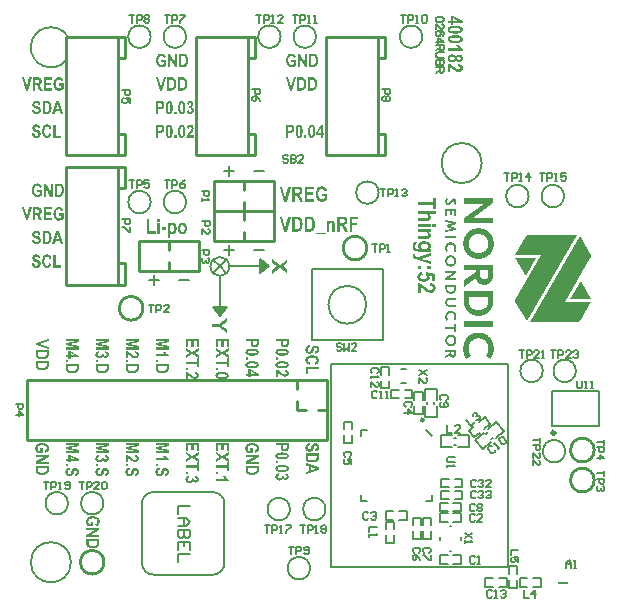
<source format=gto>
G04 Layer_Color=65535*
%FSLAX24Y24*%
%MOIN*%
G70*
G01*
G75*
%ADD11C,0.0118*%
%ADD12C,0.0060*%
%ADD36C,0.0100*%
%ADD42C,0.0080*%
%ADD106C,0.0059*%
%ADD117C,0.0079*%
%ADD118C,0.0098*%
%ADD119C,0.0083*%
%ADD120C,0.0050*%
%ADD121R,0.0331X0.0106*%
G36*
X3875Y4961D02*
X3878Y4960D01*
X3882D01*
X3886Y4959D01*
X3892Y4958D01*
X3897Y4957D01*
X3910Y4954D01*
X3924Y4950D01*
X3939Y4945D01*
X3954Y4938D01*
X3954D01*
X3956Y4937D01*
X3958Y4936D01*
X3961Y4934D01*
X3965Y4932D01*
X3970Y4929D01*
X3975Y4925D01*
X3982Y4921D01*
X3989Y4916D01*
X3997Y4911D01*
X4006Y4904D01*
X4015Y4897D01*
X4025Y4889D01*
X4036Y4880D01*
X4047Y4871D01*
X4059Y4861D01*
X4059Y4860D01*
X4061Y4859D01*
X4064Y4856D01*
X4067Y4853D01*
X4072Y4849D01*
X4076Y4845D01*
X4087Y4837D01*
X4099Y4827D01*
X4110Y4818D01*
X4115Y4814D01*
X4121Y4810D01*
X4125Y4807D01*
X4129Y4805D01*
X4129D01*
X4130Y4804D01*
X4133Y4802D01*
X4139Y4799D01*
X4146Y4796D01*
X4154Y4794D01*
X4163Y4791D01*
X4173Y4789D01*
X4182Y4789D01*
X4187D01*
X4192Y4789D01*
X4199Y4791D01*
X4206Y4792D01*
X4213Y4795D01*
X4220Y4798D01*
X4226Y4802D01*
X4226Y4803D01*
X4228Y4805D01*
X4230Y4808D01*
X4233Y4811D01*
X4236Y4816D01*
X4238Y4822D01*
X4240Y4828D01*
X4241Y4836D01*
Y4837D01*
Y4838D01*
X4240Y4840D01*
X4240Y4843D01*
X4238Y4847D01*
X4237Y4851D01*
X4235Y4855D01*
X4232Y4859D01*
X4229Y4863D01*
X4224Y4868D01*
X4219Y4872D01*
X4212Y4876D01*
X4204Y4879D01*
X4195Y4882D01*
X4185Y4884D01*
X4173Y4885D01*
X4181Y4953D01*
X4182D01*
X4184Y4953D01*
X4188D01*
X4192Y4952D01*
X4198Y4951D01*
X4204Y4950D01*
X4211Y4948D01*
X4219Y4946D01*
X4234Y4942D01*
X4251Y4935D01*
X4266Y4927D01*
X4272Y4922D01*
X4279Y4917D01*
X4279Y4916D01*
X4280Y4915D01*
X4282Y4913D01*
X4283Y4911D01*
X4286Y4908D01*
X4289Y4904D01*
X4291Y4900D01*
X4294Y4894D01*
X4297Y4889D01*
X4300Y4883D01*
X4305Y4869D01*
X4309Y4852D01*
X4310Y4844D01*
X4310Y4834D01*
Y4834D01*
Y4832D01*
Y4829D01*
X4310Y4825D01*
X4309Y4820D01*
X4308Y4815D01*
X4305Y4802D01*
X4301Y4789D01*
X4298Y4782D01*
X4294Y4774D01*
X4290Y4768D01*
X4286Y4761D01*
X4280Y4755D01*
X4273Y4749D01*
X4273Y4749D01*
X4272Y4748D01*
X4270Y4746D01*
X4267Y4745D01*
X4263Y4742D01*
X4259Y4740D01*
X4255Y4738D01*
X4249Y4735D01*
X4237Y4729D01*
X4222Y4725D01*
X4206Y4721D01*
X4198Y4721D01*
X4189Y4720D01*
X4184D01*
X4179Y4721D01*
X4173Y4721D01*
X4164Y4722D01*
X4156Y4723D01*
X4146Y4725D01*
X4137Y4728D01*
X4136Y4728D01*
X4133Y4729D01*
X4128Y4731D01*
X4121Y4733D01*
X4114Y4736D01*
X4105Y4740D01*
X4096Y4745D01*
X4086Y4750D01*
X4085Y4751D01*
X4082Y4753D01*
X4076Y4757D01*
X4069Y4763D01*
X4059Y4770D01*
X4048Y4778D01*
X4035Y4789D01*
X4021Y4801D01*
X4020Y4802D01*
X4019Y4802D01*
X4017Y4804D01*
X4015Y4806D01*
X4009Y4812D01*
X4001Y4819D01*
X3992Y4826D01*
X3984Y4833D01*
X3977Y4839D01*
X3974Y4841D01*
X3971Y4843D01*
X3971Y4844D01*
X3970Y4844D01*
X3967Y4846D01*
X3964Y4848D01*
X3957Y4852D01*
X3949Y4857D01*
Y4720D01*
X3871D01*
Y4961D01*
X3872D01*
X3875Y4961D01*
D02*
G37*
G36*
X9906Y17890D02*
X9833D01*
X9689Y18176D01*
Y17890D01*
X9621D01*
Y18329D01*
X9692D01*
X9839Y18035D01*
Y18329D01*
X9906D01*
Y17890D01*
D02*
G37*
G36*
X9406Y18336D02*
X9412Y18335D01*
X9418Y18334D01*
X9425Y18333D01*
X9432Y18332D01*
X9449Y18328D01*
X9458Y18326D01*
X9466Y18322D01*
X9474Y18318D01*
X9483Y18314D01*
X9491Y18309D01*
X9498Y18303D01*
X9499Y18302D01*
X9500Y18301D01*
X9502Y18299D01*
X9505Y18297D01*
X9508Y18294D01*
X9511Y18290D01*
X9515Y18284D01*
X9519Y18279D01*
X9523Y18273D01*
X9527Y18265D01*
X9532Y18258D01*
X9536Y18249D01*
X9540Y18239D01*
X9543Y18230D01*
X9546Y18219D01*
X9548Y18207D01*
X9477Y18191D01*
Y18192D01*
X9476Y18193D01*
X9476Y18194D01*
X9475Y18196D01*
X9473Y18203D01*
X9470Y18210D01*
X9466Y18218D01*
X9461Y18227D01*
X9455Y18235D01*
X9447Y18242D01*
X9446Y18243D01*
X9443Y18245D01*
X9439Y18248D01*
X9432Y18252D01*
X9425Y18255D01*
X9416Y18258D01*
X9406Y18260D01*
X9395Y18260D01*
X9390D01*
X9388Y18260D01*
X9383Y18259D01*
X9379Y18259D01*
X9368Y18256D01*
X9357Y18252D01*
X9350Y18249D01*
X9344Y18245D01*
X9338Y18241D01*
X9332Y18236D01*
X9326Y18231D01*
X9321Y18224D01*
X9320Y18224D01*
X9319Y18223D01*
X9318Y18220D01*
X9316Y18217D01*
X9314Y18214D01*
X9312Y18209D01*
X9309Y18203D01*
X9307Y18197D01*
X9304Y18190D01*
X9301Y18182D01*
X9298Y18172D01*
X9297Y18162D01*
X9295Y18152D01*
X9293Y18140D01*
X9293Y18128D01*
X9292Y18114D01*
Y18113D01*
Y18111D01*
Y18107D01*
X9293Y18101D01*
X9293Y18094D01*
X9294Y18087D01*
X9294Y18079D01*
X9296Y18069D01*
X9300Y18050D01*
X9305Y18030D01*
X9308Y18020D01*
X9313Y18011D01*
X9318Y18002D01*
X9323Y17994D01*
X9323Y17993D01*
X9324Y17992D01*
X9326Y17991D01*
X9328Y17989D01*
X9333Y17983D01*
X9341Y17977D01*
X9352Y17970D01*
X9364Y17964D01*
X9371Y17962D01*
X9378Y17960D01*
X9386Y17959D01*
X9395Y17958D01*
X9398D01*
X9402Y17959D01*
X9408Y17960D01*
X9414Y17961D01*
X9422Y17963D01*
X9430Y17965D01*
X9438Y17968D01*
X9439Y17969D01*
X9442Y17970D01*
X9446Y17972D01*
X9452Y17975D01*
X9459Y17979D01*
X9466Y17984D01*
X9473Y17989D01*
X9480Y17995D01*
Y18051D01*
X9397D01*
Y18125D01*
X9553D01*
Y17950D01*
Y17950D01*
X9552Y17949D01*
X9548Y17946D01*
X9543Y17940D01*
X9536Y17934D01*
X9526Y17926D01*
X9515Y17918D01*
X9501Y17910D01*
X9485Y17902D01*
X9485D01*
X9484Y17902D01*
X9481Y17901D01*
X9478Y17900D01*
X9474Y17898D01*
X9470Y17896D01*
X9465Y17894D01*
X9459Y17893D01*
X9445Y17889D01*
X9431Y17886D01*
X9416Y17883D01*
X9399Y17883D01*
X9394D01*
X9390Y17883D01*
X9386D01*
X9380Y17884D01*
X9374Y17885D01*
X9367Y17886D01*
X9353Y17889D01*
X9337Y17894D01*
X9321Y17900D01*
X9312Y17904D01*
X9305Y17908D01*
X9304Y17909D01*
X9303Y17909D01*
X9301Y17911D01*
X9298Y17913D01*
X9295Y17916D01*
X9291Y17919D01*
X9287Y17923D01*
X9281Y17928D01*
X9277Y17933D01*
X9272Y17939D01*
X9266Y17946D01*
X9261Y17953D01*
X9255Y17960D01*
X9251Y17968D01*
X9245Y17977D01*
X9241Y17986D01*
Y17987D01*
X9239Y17989D01*
X9238Y17992D01*
X9237Y17996D01*
X9235Y18001D01*
X9233Y18007D01*
X9231Y18014D01*
X9229Y18021D01*
X9227Y18030D01*
X9225Y18039D01*
X9223Y18050D01*
X9221Y18060D01*
X9220Y18072D01*
X9218Y18084D01*
X9217Y18110D01*
Y18111D01*
Y18114D01*
Y18117D01*
X9218Y18122D01*
Y18128D01*
X9218Y18136D01*
X9219Y18144D01*
X9220Y18153D01*
X9221Y18162D01*
X9223Y18172D01*
X9227Y18193D01*
X9233Y18214D01*
X9241Y18234D01*
X9242Y18234D01*
X9242Y18236D01*
X9244Y18238D01*
X9245Y18242D01*
X9248Y18246D01*
X9251Y18251D01*
X9258Y18263D01*
X9267Y18275D01*
X9277Y18288D01*
X9290Y18300D01*
X9297Y18305D01*
X9304Y18311D01*
X9304Y18311D01*
X9305Y18312D01*
X9308Y18313D01*
X9311Y18315D01*
X9314Y18316D01*
X9319Y18319D01*
X9324Y18321D01*
X9330Y18323D01*
X9336Y18326D01*
X9343Y18328D01*
X9359Y18332D01*
X9376Y18335D01*
X9386Y18336D01*
X9402D01*
X9406Y18336D01*
D02*
G37*
G36*
X4309Y5248D02*
X4009Y5184D01*
X4309Y5119D01*
Y5010D01*
X3871D01*
Y5077D01*
X4216D01*
X3871Y5149D01*
Y5219D01*
X4216Y5289D01*
X3871D01*
Y5357D01*
X4309D01*
Y5248D01*
D02*
G37*
G36*
X9424Y17103D02*
X9345D01*
X9217Y17541D01*
X9295D01*
X9386Y17217D01*
X9474Y17541D01*
X9552D01*
X9424Y17103D01*
D02*
G37*
G36*
X10126Y18328D02*
X10131D01*
X10142Y18327D01*
X10154Y18326D01*
X10166Y18324D01*
X10179Y18321D01*
X10189Y18317D01*
X10190D01*
X10190Y18316D01*
X10193Y18315D01*
X10199Y18312D01*
X10205Y18308D01*
X10212Y18303D01*
X10220Y18297D01*
X10228Y18288D01*
X10236Y18279D01*
X10238Y18278D01*
X10239Y18276D01*
X10240Y18274D01*
X10244Y18269D01*
X10249Y18260D01*
X10254Y18251D01*
X10260Y18239D01*
X10266Y18225D01*
X10270Y18210D01*
Y18210D01*
X10271Y18209D01*
X10271Y18206D01*
X10272Y18203D01*
X10273Y18199D01*
X10274Y18193D01*
X10275Y18188D01*
X10277Y18181D01*
X10277Y18174D01*
X10278Y18166D01*
X10280Y18157D01*
X10281Y18148D01*
X10281Y18138D01*
X10282Y18128D01*
X10282Y18105D01*
Y18104D01*
Y18102D01*
Y18100D01*
Y18095D01*
X10282Y18090D01*
Y18084D01*
X10281Y18078D01*
X10281Y18071D01*
X10279Y18055D01*
X10277Y18039D01*
X10274Y18022D01*
X10269Y18006D01*
Y18005D01*
X10268Y18004D01*
X10268Y18002D01*
X10267Y17999D01*
X10266Y17995D01*
X10264Y17991D01*
X10260Y17982D01*
X10256Y17971D01*
X10250Y17960D01*
X10243Y17949D01*
X10236Y17939D01*
X10236Y17938D01*
X10233Y17935D01*
X10229Y17931D01*
X10224Y17925D01*
X10217Y17919D01*
X10208Y17914D01*
X10199Y17908D01*
X10189Y17902D01*
X10189D01*
X10188Y17902D01*
X10186Y17901D01*
X10184Y17901D01*
X10182Y17900D01*
X10178Y17898D01*
X10170Y17897D01*
X10159Y17894D01*
X10147Y17892D01*
X10133Y17891D01*
X10117Y17890D01*
X9982D01*
Y18329D01*
X10122D01*
X10126Y18328D01*
D02*
G37*
G36*
X3954Y4591D02*
X3871D01*
Y4659D01*
X3954D01*
Y4591D01*
D02*
G37*
G36*
X1653Y17548D02*
X1659Y17548D01*
X1664Y17547D01*
X1671Y17546D01*
X1679Y17545D01*
X1695Y17541D01*
X1704Y17538D01*
X1713Y17535D01*
X1721Y17531D01*
X1730Y17527D01*
X1737Y17521D01*
X1745Y17516D01*
X1745Y17515D01*
X1747Y17514D01*
X1748Y17512D01*
X1751Y17510D01*
X1754Y17506D01*
X1758Y17502D01*
X1762Y17497D01*
X1766Y17492D01*
X1770Y17485D01*
X1774Y17478D01*
X1779Y17470D01*
X1783Y17461D01*
X1786Y17452D01*
X1790Y17442D01*
X1793Y17432D01*
X1795Y17420D01*
X1723Y17404D01*
Y17404D01*
X1723Y17405D01*
X1722Y17407D01*
X1722Y17409D01*
X1720Y17415D01*
X1716Y17422D01*
X1712Y17431D01*
X1708Y17439D01*
X1701Y17447D01*
X1694Y17455D01*
X1692Y17456D01*
X1689Y17458D01*
X1685Y17461D01*
X1679Y17464D01*
X1671Y17467D01*
X1663Y17470D01*
X1653Y17472D01*
X1642Y17473D01*
X1637D01*
X1634Y17472D01*
X1630Y17472D01*
X1625Y17471D01*
X1615Y17468D01*
X1603Y17464D01*
X1597Y17461D01*
X1591Y17458D01*
X1585Y17454D01*
X1579Y17449D01*
X1573Y17443D01*
X1567Y17437D01*
X1566Y17436D01*
X1566Y17435D01*
X1565Y17433D01*
X1562Y17430D01*
X1561Y17426D01*
X1558Y17422D01*
X1555Y17416D01*
X1553Y17409D01*
X1550Y17402D01*
X1548Y17394D01*
X1545Y17385D01*
X1543Y17375D01*
X1541Y17365D01*
X1540Y17353D01*
X1539Y17340D01*
X1538Y17327D01*
Y17326D01*
Y17323D01*
Y17319D01*
X1539Y17314D01*
X1540Y17307D01*
X1540Y17299D01*
X1541Y17291D01*
X1543Y17282D01*
X1546Y17263D01*
X1551Y17243D01*
X1555Y17233D01*
X1559Y17224D01*
X1564Y17215D01*
X1569Y17207D01*
X1570Y17206D01*
X1571Y17205D01*
X1572Y17203D01*
X1574Y17201D01*
X1580Y17196D01*
X1588Y17189D01*
X1599Y17182D01*
X1611Y17177D01*
X1618Y17175D01*
X1625Y17173D01*
X1633Y17172D01*
X1641Y17171D01*
X1645D01*
X1649Y17172D01*
X1654Y17172D01*
X1661Y17173D01*
X1668Y17175D01*
X1677Y17177D01*
X1685Y17181D01*
X1686Y17182D01*
X1689Y17183D01*
X1693Y17185D01*
X1699Y17188D01*
X1705Y17192D01*
X1712Y17197D01*
X1719Y17202D01*
X1726Y17208D01*
Y17264D01*
X1643D01*
Y17338D01*
X1800D01*
Y17163D01*
Y17162D01*
X1798Y17162D01*
X1795Y17158D01*
X1790Y17153D01*
X1782Y17147D01*
X1773Y17139D01*
X1761Y17131D01*
X1748Y17123D01*
X1732Y17115D01*
X1731D01*
X1730Y17114D01*
X1728Y17113D01*
X1724Y17112D01*
X1721Y17110D01*
X1716Y17109D01*
X1711Y17107D01*
X1705Y17105D01*
X1692Y17102D01*
X1677Y17098D01*
X1662Y17096D01*
X1646Y17095D01*
X1640D01*
X1637Y17096D01*
X1632D01*
X1627Y17096D01*
X1621Y17098D01*
X1614Y17099D01*
X1599Y17102D01*
X1583Y17106D01*
X1567Y17113D01*
X1559Y17116D01*
X1551Y17121D01*
X1551Y17121D01*
X1550Y17122D01*
X1547Y17124D01*
X1545Y17126D01*
X1541Y17128D01*
X1537Y17132D01*
X1533Y17136D01*
X1528Y17141D01*
X1523Y17146D01*
X1518Y17152D01*
X1513Y17158D01*
X1508Y17165D01*
X1502Y17173D01*
X1497Y17181D01*
X1492Y17190D01*
X1487Y17199D01*
Y17200D01*
X1486Y17201D01*
X1485Y17204D01*
X1484Y17208D01*
X1482Y17214D01*
X1480Y17219D01*
X1478Y17226D01*
X1476Y17234D01*
X1473Y17243D01*
X1471Y17252D01*
X1469Y17263D01*
X1467Y17273D01*
X1466Y17285D01*
X1465Y17297D01*
X1464Y17323D01*
Y17323D01*
Y17326D01*
Y17330D01*
X1464Y17335D01*
Y17341D01*
X1465Y17348D01*
X1466Y17356D01*
X1467Y17365D01*
X1468Y17375D01*
X1470Y17384D01*
X1474Y17405D01*
X1480Y17426D01*
X1488Y17446D01*
X1488Y17447D01*
X1489Y17449D01*
X1490Y17451D01*
X1492Y17454D01*
X1495Y17459D01*
X1497Y17464D01*
X1505Y17475D01*
X1513Y17488D01*
X1524Y17500D01*
X1536Y17513D01*
X1543Y17518D01*
X1550Y17523D01*
X1551Y17524D01*
X1552Y17524D01*
X1554Y17526D01*
X1557Y17527D01*
X1561Y17529D01*
X1565Y17531D01*
X1571Y17534D01*
X1576Y17536D01*
X1583Y17538D01*
X1590Y17541D01*
X1606Y17545D01*
X1623Y17548D01*
X1632Y17549D01*
X1649D01*
X1653Y17548D01*
D02*
G37*
G36*
X5795Y18328D02*
X5800D01*
X5811Y18327D01*
X5824Y18326D01*
X5836Y18324D01*
X5848Y18321D01*
X5858Y18317D01*
X5859D01*
X5860Y18316D01*
X5863Y18315D01*
X5868Y18312D01*
X5874Y18308D01*
X5881Y18303D01*
X5889Y18297D01*
X5898Y18288D01*
X5906Y18279D01*
X5907Y18278D01*
X5908Y18276D01*
X5909Y18274D01*
X5913Y18269D01*
X5918Y18260D01*
X5923Y18251D01*
X5929Y18239D01*
X5935Y18225D01*
X5940Y18210D01*
Y18210D01*
X5940Y18209D01*
X5941Y18206D01*
X5941Y18203D01*
X5942Y18199D01*
X5944Y18193D01*
X5945Y18188D01*
X5946Y18181D01*
X5947Y18174D01*
X5948Y18166D01*
X5949Y18157D01*
X5950Y18148D01*
X5951Y18138D01*
X5951Y18128D01*
X5952Y18105D01*
Y18104D01*
Y18102D01*
Y18100D01*
Y18095D01*
X5951Y18090D01*
Y18084D01*
X5951Y18078D01*
X5950Y18071D01*
X5948Y18055D01*
X5946Y18039D01*
X5943Y18022D01*
X5938Y18006D01*
Y18005D01*
X5938Y18004D01*
X5937Y18002D01*
X5936Y17999D01*
X5935Y17995D01*
X5933Y17991D01*
X5930Y17982D01*
X5925Y17971D01*
X5919Y17960D01*
X5913Y17949D01*
X5906Y17939D01*
X5905Y17938D01*
X5902Y17935D01*
X5898Y17931D01*
X5893Y17925D01*
X5886Y17919D01*
X5878Y17914D01*
X5868Y17908D01*
X5858Y17902D01*
X5858D01*
X5857Y17902D01*
X5856Y17901D01*
X5853Y17901D01*
X5851Y17900D01*
X5847Y17898D01*
X5839Y17897D01*
X5829Y17894D01*
X5817Y17892D01*
X5803Y17891D01*
X5787Y17890D01*
X5651D01*
Y18329D01*
X5791D01*
X5795Y18328D01*
D02*
G37*
G36*
X947Y17541D02*
X952D01*
X964Y17539D01*
X978Y17538D01*
X992Y17536D01*
X1005Y17533D01*
X1010Y17531D01*
X1016Y17529D01*
X1016D01*
X1017Y17528D01*
X1020Y17527D01*
X1024Y17524D01*
X1030Y17520D01*
X1037Y17514D01*
X1044Y17507D01*
X1050Y17498D01*
X1057Y17488D01*
Y17488D01*
X1057Y17487D01*
X1059Y17485D01*
X1059Y17483D01*
X1062Y17477D01*
X1065Y17468D01*
X1068Y17458D01*
X1071Y17446D01*
X1073Y17433D01*
X1073Y17418D01*
Y17418D01*
Y17416D01*
Y17414D01*
X1073Y17409D01*
Y17405D01*
X1072Y17400D01*
X1070Y17388D01*
X1067Y17376D01*
X1063Y17362D01*
X1056Y17348D01*
X1053Y17342D01*
X1048Y17335D01*
Y17335D01*
X1047Y17334D01*
X1044Y17330D01*
X1038Y17325D01*
X1030Y17319D01*
X1020Y17312D01*
X1009Y17306D01*
X995Y17300D01*
X978Y17296D01*
X979Y17295D01*
X982Y17293D01*
X986Y17289D01*
X992Y17285D01*
X998Y17279D01*
X1004Y17274D01*
X1011Y17267D01*
X1017Y17259D01*
X1017Y17258D01*
X1020Y17255D01*
X1023Y17250D01*
X1025Y17247D01*
X1028Y17243D01*
X1030Y17238D01*
X1034Y17233D01*
X1037Y17227D01*
X1041Y17221D01*
X1045Y17214D01*
X1049Y17206D01*
X1053Y17197D01*
X1058Y17188D01*
X1102Y17103D01*
X1014D01*
X962Y17198D01*
X962Y17198D01*
X961Y17200D01*
X960Y17203D01*
X958Y17206D01*
X955Y17210D01*
X953Y17215D01*
X947Y17225D01*
X941Y17236D01*
X934Y17247D01*
X932Y17252D01*
X929Y17256D01*
X926Y17260D01*
X924Y17263D01*
X923Y17263D01*
X922Y17265D01*
X920Y17267D01*
X918Y17270D01*
X911Y17276D01*
X906Y17278D01*
X902Y17281D01*
X902D01*
X900Y17281D01*
X898Y17282D01*
X894Y17284D01*
X889Y17284D01*
X883Y17285D01*
X875Y17286D01*
X852D01*
Y17103D01*
X779D01*
Y17541D01*
X941D01*
X947Y17541D01*
D02*
G37*
G36*
X1408Y17467D02*
X1214D01*
Y17370D01*
X1394D01*
Y17296D01*
X1214D01*
Y17177D01*
X1415D01*
Y17103D01*
X1141D01*
Y17541D01*
X1408D01*
Y17467D01*
D02*
G37*
G36*
X614Y17103D02*
X536D01*
X408Y17541D01*
X486D01*
X577Y17217D01*
X665Y17541D01*
X743D01*
X614Y17103D01*
D02*
G37*
G36*
X5309Y7848D02*
Y7847D01*
Y7845D01*
Y7843D01*
Y7840D01*
X5308Y7836D01*
Y7830D01*
X5308Y7819D01*
X5306Y7807D01*
X5304Y7795D01*
X5301Y7782D01*
X5297Y7772D01*
Y7771D01*
X5297Y7771D01*
X5295Y7768D01*
X5293Y7763D01*
X5289Y7756D01*
X5283Y7749D01*
X5277Y7741D01*
X5269Y7733D01*
X5259Y7725D01*
X5258Y7724D01*
X5257Y7722D01*
X5255Y7721D01*
X5249Y7717D01*
X5241Y7712D01*
X5231Y7707D01*
X5219Y7701D01*
X5206Y7696D01*
X5191Y7691D01*
X5190D01*
X5189Y7690D01*
X5187Y7690D01*
X5183Y7689D01*
X5179Y7688D01*
X5174Y7687D01*
X5168Y7686D01*
X5161Y7685D01*
X5154Y7684D01*
X5146Y7683D01*
X5138Y7682D01*
X5128Y7680D01*
X5118Y7680D01*
X5108Y7679D01*
X5085Y7679D01*
X5076D01*
X5071Y7679D01*
X5065D01*
X5058Y7680D01*
X5051Y7680D01*
X5036Y7682D01*
X5019Y7685D01*
X5002Y7687D01*
X4986Y7692D01*
X4985D01*
X4984Y7693D01*
X4982Y7693D01*
X4979Y7694D01*
X4975Y7696D01*
X4971Y7697D01*
X4962Y7701D01*
X4952Y7705D01*
X4941Y7711D01*
X4929Y7718D01*
X4920Y7725D01*
X4918Y7725D01*
X4915Y7728D01*
X4911Y7732D01*
X4906Y7738D01*
X4900Y7745D01*
X4894Y7753D01*
X4888Y7762D01*
X4883Y7772D01*
Y7773D01*
X4882Y7773D01*
X4882Y7775D01*
X4881Y7777D01*
X4880Y7780D01*
X4879Y7783D01*
X4877Y7791D01*
X4875Y7802D01*
X4872Y7814D01*
X4871Y7828D01*
X4871Y7844D01*
Y7980D01*
X5309D01*
Y7848D01*
D02*
G37*
G36*
X1408Y13137D02*
X1214D01*
Y13039D01*
X1394D01*
Y12965D01*
X1214D01*
Y12846D01*
X1415D01*
Y12772D01*
X1141D01*
Y13211D01*
X1408D01*
Y13137D01*
D02*
G37*
G36*
X614Y12772D02*
X536D01*
X408Y13211D01*
X486D01*
X577Y12886D01*
X665Y13211D01*
X743D01*
X614Y12772D01*
D02*
G37*
G36*
X4954Y8051D02*
X4871D01*
Y8119D01*
X4954D01*
Y8051D01*
D02*
G37*
G36*
X9019Y11299D02*
X9264Y11460D01*
Y11339D01*
X9111Y11238D01*
X9264Y11137D01*
Y11017D01*
X9019Y11177D01*
X8752Y11001D01*
Y11125D01*
X8926Y11238D01*
X8752Y11352D01*
Y11476D01*
X9019Y11299D01*
D02*
G37*
G36*
X7266Y9386D02*
X7063Y9266D01*
X7266Y9149D01*
Y9030D01*
X6969Y9217D01*
X6754D01*
Y9320D01*
X6969D01*
X7266Y9507D01*
Y9386D01*
D02*
G37*
G36*
X947Y13210D02*
X952D01*
X964Y13209D01*
X978Y13208D01*
X992Y13205D01*
X1005Y13202D01*
X1010Y13201D01*
X1016Y13198D01*
X1016D01*
X1017Y13198D01*
X1020Y13196D01*
X1024Y13193D01*
X1030Y13189D01*
X1037Y13183D01*
X1044Y13176D01*
X1050Y13167D01*
X1057Y13157D01*
Y13157D01*
X1057Y13156D01*
X1059Y13155D01*
X1059Y13152D01*
X1062Y13146D01*
X1065Y13138D01*
X1068Y13128D01*
X1071Y13116D01*
X1073Y13102D01*
X1073Y13088D01*
Y13087D01*
Y13085D01*
Y13083D01*
X1073Y13079D01*
Y13075D01*
X1072Y13069D01*
X1070Y13058D01*
X1067Y13045D01*
X1063Y13031D01*
X1056Y13018D01*
X1053Y13011D01*
X1048Y13005D01*
Y13004D01*
X1047Y13004D01*
X1044Y12999D01*
X1038Y12994D01*
X1030Y12988D01*
X1020Y12981D01*
X1009Y12975D01*
X995Y12969D01*
X978Y12965D01*
X979Y12965D01*
X982Y12962D01*
X986Y12959D01*
X992Y12955D01*
X998Y12949D01*
X1004Y12943D01*
X1011Y12936D01*
X1017Y12928D01*
X1017Y12927D01*
X1020Y12924D01*
X1023Y12920D01*
X1025Y12916D01*
X1028Y12912D01*
X1030Y12907D01*
X1034Y12902D01*
X1037Y12896D01*
X1041Y12890D01*
X1045Y12883D01*
X1049Y12875D01*
X1053Y12867D01*
X1058Y12857D01*
X1102Y12772D01*
X1014D01*
X962Y12867D01*
X962Y12868D01*
X961Y12869D01*
X960Y12872D01*
X958Y12875D01*
X955Y12879D01*
X953Y12884D01*
X947Y12895D01*
X941Y12906D01*
X934Y12916D01*
X932Y12921D01*
X929Y12925D01*
X926Y12929D01*
X924Y12932D01*
X923Y12932D01*
X922Y12934D01*
X920Y12937D01*
X918Y12939D01*
X911Y12945D01*
X906Y12948D01*
X902Y12950D01*
X902D01*
X900Y12951D01*
X898Y12952D01*
X894Y12953D01*
X889Y12953D01*
X883Y12955D01*
X875Y12955D01*
X852D01*
Y12772D01*
X779D01*
Y13211D01*
X941D01*
X947Y13210D01*
D02*
G37*
G36*
X937Y14005D02*
X943Y14004D01*
X949Y14004D01*
X956Y14003D01*
X963Y14001D01*
X979Y13997D01*
X988Y13995D01*
X997Y13992D01*
X1005Y13987D01*
X1014Y13983D01*
X1021Y13978D01*
X1029Y13972D01*
X1030Y13972D01*
X1031Y13971D01*
X1033Y13969D01*
X1035Y13966D01*
X1038Y13963D01*
X1042Y13959D01*
X1046Y13954D01*
X1050Y13948D01*
X1054Y13942D01*
X1058Y13934D01*
X1063Y13927D01*
X1067Y13918D01*
X1070Y13909D01*
X1074Y13899D01*
X1077Y13888D01*
X1079Y13877D01*
X1007Y13860D01*
Y13861D01*
X1007Y13862D01*
X1006Y13863D01*
X1006Y13866D01*
X1004Y13872D01*
X1000Y13879D01*
X996Y13888D01*
X992Y13896D01*
X985Y13904D01*
X978Y13912D01*
X977Y13912D01*
X974Y13915D01*
X970Y13917D01*
X963Y13921D01*
X956Y13924D01*
X947Y13927D01*
X937Y13929D01*
X926Y13930D01*
X921D01*
X918Y13929D01*
X914Y13929D01*
X910Y13928D01*
X899Y13925D01*
X887Y13921D01*
X881Y13918D01*
X875Y13915D01*
X869Y13910D01*
X863Y13905D01*
X857Y13900D01*
X851Y13894D01*
X851Y13893D01*
X850Y13892D01*
X849Y13889D01*
X847Y13887D01*
X845Y13883D01*
X842Y13878D01*
X840Y13873D01*
X837Y13866D01*
X834Y13859D01*
X832Y13851D01*
X829Y13842D01*
X827Y13832D01*
X826Y13821D01*
X824Y13810D01*
X823Y13797D01*
X823Y13783D01*
Y13782D01*
Y13780D01*
Y13776D01*
X823Y13771D01*
X824Y13764D01*
X824Y13756D01*
X825Y13748D01*
X827Y13739D01*
X830Y13719D01*
X835Y13699D01*
X839Y13690D01*
X844Y13680D01*
X848Y13671D01*
X854Y13663D01*
X854Y13663D01*
X855Y13662D01*
X856Y13660D01*
X858Y13658D01*
X864Y13652D01*
X872Y13646D01*
X883Y13639D01*
X895Y13634D01*
X902Y13631D01*
X909Y13629D01*
X917Y13628D01*
X925Y13628D01*
X929D01*
X933Y13628D01*
X939Y13629D01*
X945Y13630D01*
X953Y13632D01*
X961Y13634D01*
X969Y13638D01*
X970Y13638D01*
X973Y13639D01*
X977Y13642D01*
X983Y13645D01*
X989Y13649D01*
X996Y13653D01*
X1003Y13659D01*
X1010Y13664D01*
Y13720D01*
X928D01*
Y13794D01*
X1084D01*
Y13620D01*
Y13619D01*
X1083Y13618D01*
X1079Y13615D01*
X1074Y13610D01*
X1066Y13603D01*
X1057Y13596D01*
X1045Y13588D01*
X1032Y13579D01*
X1016Y13572D01*
X1016D01*
X1014Y13571D01*
X1012Y13570D01*
X1009Y13569D01*
X1005Y13567D01*
X1000Y13565D01*
X995Y13564D01*
X989Y13562D01*
X976Y13558D01*
X961Y13555D01*
X946Y13553D01*
X930Y13552D01*
X925D01*
X921Y13553D01*
X917D01*
X911Y13553D01*
X905Y13554D01*
X898Y13555D01*
X883Y13558D01*
X868Y13563D01*
X851Y13569D01*
X843Y13573D01*
X835Y13578D01*
X835Y13578D01*
X834Y13579D01*
X831Y13581D01*
X829Y13582D01*
X826Y13585D01*
X821Y13589D01*
X817Y13593D01*
X812Y13597D01*
X808Y13603D01*
X802Y13608D01*
X797Y13615D01*
X792Y13622D01*
X786Y13629D01*
X781Y13638D01*
X776Y13646D01*
X771Y13656D01*
Y13656D01*
X770Y13658D01*
X769Y13661D01*
X768Y13665D01*
X766Y13670D01*
X764Y13676D01*
X762Y13683D01*
X760Y13691D01*
X757Y13699D01*
X756Y13709D01*
X753Y13719D01*
X752Y13730D01*
X750Y13741D01*
X749Y13754D01*
X748Y13779D01*
Y13780D01*
Y13783D01*
Y13786D01*
X749Y13792D01*
Y13797D01*
X749Y13805D01*
X750Y13813D01*
X751Y13822D01*
X752Y13831D01*
X754Y13841D01*
X758Y13862D01*
X764Y13883D01*
X772Y13903D01*
X773Y13903D01*
X773Y13905D01*
X774Y13908D01*
X776Y13911D01*
X779Y13916D01*
X781Y13920D01*
X789Y13932D01*
X798Y13944D01*
X808Y13957D01*
X820Y13969D01*
X827Y13975D01*
X834Y13980D01*
X835Y13980D01*
X836Y13981D01*
X838Y13982D01*
X841Y13984D01*
X845Y13986D01*
X849Y13988D01*
X855Y13990D01*
X861Y13993D01*
X867Y13995D01*
X874Y13997D01*
X890Y14001D01*
X907Y14004D01*
X917Y14006D01*
X933D01*
X937Y14005D01*
D02*
G37*
G36*
X9732Y17541D02*
X9737D01*
X9748Y17540D01*
X9761Y17538D01*
X9773Y17537D01*
X9785Y17534D01*
X9796Y17530D01*
X9796D01*
X9797Y17529D01*
X9800Y17527D01*
X9805Y17525D01*
X9811Y17521D01*
X9818Y17516D01*
X9827Y17509D01*
X9835Y17501D01*
X9843Y17492D01*
X9844Y17491D01*
X9845Y17489D01*
X9846Y17487D01*
X9850Y17481D01*
X9855Y17473D01*
X9860Y17463D01*
X9866Y17451D01*
X9872Y17438D01*
X9877Y17423D01*
Y17422D01*
X9877Y17421D01*
X9878Y17419D01*
X9878Y17415D01*
X9880Y17411D01*
X9881Y17406D01*
X9882Y17400D01*
X9883Y17394D01*
X9884Y17387D01*
X9885Y17379D01*
X9886Y17370D01*
X9887Y17361D01*
X9888Y17351D01*
X9888Y17340D01*
X9889Y17317D01*
Y17317D01*
Y17315D01*
Y17312D01*
Y17308D01*
X9888Y17303D01*
Y17297D01*
X9888Y17291D01*
X9887Y17284D01*
X9885Y17268D01*
X9883Y17251D01*
X9880Y17235D01*
X9876Y17218D01*
Y17218D01*
X9875Y17217D01*
X9874Y17214D01*
X9873Y17211D01*
X9872Y17208D01*
X9870Y17204D01*
X9867Y17194D01*
X9862Y17184D01*
X9856Y17173D01*
X9850Y17162D01*
X9843Y17152D01*
X9842Y17151D01*
X9839Y17148D01*
X9835Y17144D01*
X9830Y17138D01*
X9823Y17132D01*
X9815Y17126D01*
X9806Y17120D01*
X9796Y17115D01*
X9795D01*
X9794Y17114D01*
X9793Y17114D01*
X9790Y17113D01*
X9788Y17112D01*
X9785Y17111D01*
X9776Y17109D01*
X9766Y17107D01*
X9754Y17105D01*
X9740Y17103D01*
X9724Y17103D01*
X9588D01*
Y17541D01*
X9728D01*
X9732Y17541D01*
D02*
G37*
G36*
X10094D02*
X10099D01*
X10110Y17540D01*
X10123Y17538D01*
X10135Y17537D01*
X10147Y17534D01*
X10158Y17530D01*
X10158D01*
X10159Y17529D01*
X10162Y17527D01*
X10167Y17525D01*
X10173Y17521D01*
X10180Y17516D01*
X10189Y17509D01*
X10197Y17501D01*
X10205Y17492D01*
X10206Y17491D01*
X10207Y17489D01*
X10208Y17487D01*
X10213Y17481D01*
X10217Y17473D01*
X10222Y17463D01*
X10228Y17451D01*
X10234Y17438D01*
X10239Y17423D01*
Y17422D01*
X10239Y17421D01*
X10240Y17419D01*
X10240Y17415D01*
X10242Y17411D01*
X10243Y17406D01*
X10244Y17400D01*
X10245Y17394D01*
X10246Y17387D01*
X10247Y17379D01*
X10248Y17370D01*
X10249Y17361D01*
X10250Y17351D01*
X10250Y17340D01*
X10251Y17317D01*
Y17317D01*
Y17315D01*
Y17312D01*
Y17308D01*
X10250Y17303D01*
Y17297D01*
X10250Y17291D01*
X10249Y17284D01*
X10247Y17268D01*
X10245Y17251D01*
X10242Y17235D01*
X10238Y17218D01*
Y17218D01*
X10237Y17217D01*
X10236Y17214D01*
X10235Y17211D01*
X10234Y17208D01*
X10232Y17204D01*
X10229Y17194D01*
X10224Y17184D01*
X10218Y17173D01*
X10212Y17162D01*
X10205Y17152D01*
X10204Y17151D01*
X10201Y17148D01*
X10197Y17144D01*
X10192Y17138D01*
X10185Y17132D01*
X10177Y17126D01*
X10168Y17120D01*
X10158Y17115D01*
X10157D01*
X10157Y17114D01*
X10155Y17114D01*
X10152Y17113D01*
X10150Y17112D01*
X10147Y17111D01*
X10138Y17109D01*
X10128Y17107D01*
X10116Y17105D01*
X10102Y17103D01*
X10086Y17103D01*
X9950D01*
Y17541D01*
X10090D01*
X10094Y17541D01*
D02*
G37*
G36*
X1653Y13218D02*
X1659Y13217D01*
X1664Y13216D01*
X1671Y13215D01*
X1679Y13214D01*
X1695Y13210D01*
X1704Y13208D01*
X1713Y13204D01*
X1721Y13200D01*
X1730Y13196D01*
X1737Y13191D01*
X1745Y13185D01*
X1745Y13184D01*
X1747Y13183D01*
X1748Y13181D01*
X1751Y13179D01*
X1754Y13176D01*
X1758Y13171D01*
X1762Y13166D01*
X1766Y13161D01*
X1770Y13155D01*
X1774Y13147D01*
X1779Y13139D01*
X1783Y13131D01*
X1786Y13121D01*
X1790Y13111D01*
X1793Y13101D01*
X1795Y13089D01*
X1723Y13073D01*
Y13074D01*
X1723Y13075D01*
X1722Y13076D01*
X1722Y13078D01*
X1720Y13085D01*
X1716Y13092D01*
X1712Y13100D01*
X1708Y13109D01*
X1701Y13117D01*
X1694Y13124D01*
X1692Y13125D01*
X1689Y13127D01*
X1685Y13130D01*
X1679Y13134D01*
X1671Y13137D01*
X1663Y13139D01*
X1653Y13142D01*
X1642Y13142D01*
X1637D01*
X1634Y13142D01*
X1630Y13141D01*
X1625Y13141D01*
X1615Y13138D01*
X1603Y13134D01*
X1597Y13131D01*
X1591Y13127D01*
X1585Y13123D01*
X1579Y13118D01*
X1573Y13113D01*
X1567Y13106D01*
X1566Y13106D01*
X1566Y13104D01*
X1565Y13102D01*
X1562Y13099D01*
X1561Y13096D01*
X1558Y13091D01*
X1555Y13085D01*
X1553Y13079D01*
X1550Y13072D01*
X1548Y13064D01*
X1545Y13054D01*
X1543Y13044D01*
X1541Y13034D01*
X1540Y13022D01*
X1539Y13009D01*
X1538Y12996D01*
Y12995D01*
Y12993D01*
Y12988D01*
X1539Y12983D01*
X1540Y12976D01*
X1540Y12969D01*
X1541Y12960D01*
X1543Y12951D01*
X1546Y12932D01*
X1551Y12912D01*
X1555Y12902D01*
X1559Y12893D01*
X1564Y12884D01*
X1569Y12876D01*
X1570Y12875D01*
X1571Y12874D01*
X1572Y12872D01*
X1574Y12871D01*
X1580Y12865D01*
X1588Y12858D01*
X1599Y12851D01*
X1611Y12846D01*
X1618Y12844D01*
X1625Y12842D01*
X1633Y12841D01*
X1641Y12840D01*
X1645D01*
X1649Y12841D01*
X1654Y12842D01*
X1661Y12843D01*
X1668Y12844D01*
X1677Y12847D01*
X1685Y12850D01*
X1686Y12851D01*
X1689Y12852D01*
X1693Y12854D01*
X1699Y12857D01*
X1705Y12861D01*
X1712Y12866D01*
X1719Y12871D01*
X1726Y12877D01*
Y12933D01*
X1643D01*
Y13007D01*
X1800D01*
Y12832D01*
Y12832D01*
X1798Y12831D01*
X1795Y12828D01*
X1790Y12822D01*
X1782Y12816D01*
X1773Y12808D01*
X1761Y12800D01*
X1748Y12792D01*
X1732Y12784D01*
X1731D01*
X1730Y12784D01*
X1728Y12783D01*
X1724Y12781D01*
X1721Y12780D01*
X1716Y12778D01*
X1711Y12776D01*
X1705Y12774D01*
X1692Y12771D01*
X1677Y12767D01*
X1662Y12765D01*
X1646Y12765D01*
X1640D01*
X1637Y12765D01*
X1632D01*
X1627Y12766D01*
X1621Y12767D01*
X1614Y12768D01*
X1599Y12771D01*
X1583Y12776D01*
X1567Y12782D01*
X1559Y12786D01*
X1551Y12790D01*
X1551Y12791D01*
X1550Y12791D01*
X1547Y12793D01*
X1545Y12795D01*
X1541Y12798D01*
X1537Y12801D01*
X1533Y12805D01*
X1528Y12810D01*
X1523Y12815D01*
X1518Y12821D01*
X1513Y12828D01*
X1508Y12835D01*
X1502Y12842D01*
X1497Y12850D01*
X1492Y12859D01*
X1487Y12868D01*
Y12869D01*
X1486Y12871D01*
X1485Y12874D01*
X1484Y12878D01*
X1482Y12883D01*
X1480Y12889D01*
X1478Y12896D01*
X1476Y12903D01*
X1473Y12912D01*
X1471Y12921D01*
X1469Y12932D01*
X1467Y12942D01*
X1466Y12954D01*
X1465Y12966D01*
X1464Y12992D01*
Y12993D01*
Y12995D01*
Y12999D01*
X1464Y13004D01*
Y13010D01*
X1465Y13018D01*
X1466Y13026D01*
X1467Y13034D01*
X1468Y13044D01*
X1470Y13054D01*
X1474Y13075D01*
X1480Y13096D01*
X1488Y13116D01*
X1488Y13116D01*
X1489Y13118D01*
X1490Y13120D01*
X1492Y13124D01*
X1495Y13128D01*
X1497Y13133D01*
X1505Y13145D01*
X1513Y13157D01*
X1524Y13170D01*
X1536Y13182D01*
X1543Y13187D01*
X1550Y13192D01*
X1551Y13193D01*
X1552Y13194D01*
X1554Y13195D01*
X1557Y13197D01*
X1561Y13198D01*
X1565Y13201D01*
X1571Y13203D01*
X1576Y13205D01*
X1583Y13208D01*
X1590Y13210D01*
X1606Y13214D01*
X1623Y13217D01*
X1632Y13218D01*
X1649D01*
X1653Y13218D01*
D02*
G37*
G36*
X1656Y13997D02*
X1662D01*
X1673Y13997D01*
X1685Y13995D01*
X1697Y13993D01*
X1709Y13990D01*
X1720Y13986D01*
X1720D01*
X1721Y13986D01*
X1724Y13984D01*
X1729Y13982D01*
X1736Y13978D01*
X1743Y13972D01*
X1751Y13966D01*
X1759Y13958D01*
X1767Y13948D01*
X1768Y13947D01*
X1769Y13945D01*
X1771Y13944D01*
X1775Y13938D01*
X1779Y13930D01*
X1785Y13920D01*
X1790Y13908D01*
X1796Y13895D01*
X1801Y13880D01*
Y13879D01*
X1802Y13878D01*
X1802Y13876D01*
X1803Y13872D01*
X1804Y13868D01*
X1805Y13863D01*
X1806Y13857D01*
X1807Y13850D01*
X1808Y13843D01*
X1809Y13835D01*
X1810Y13827D01*
X1811Y13817D01*
X1812Y13807D01*
X1813Y13797D01*
X1813Y13774D01*
Y13773D01*
Y13772D01*
Y13769D01*
Y13765D01*
X1813Y13759D01*
Y13754D01*
X1812Y13747D01*
X1811Y13740D01*
X1810Y13725D01*
X1807Y13708D01*
X1804Y13691D01*
X1800Y13675D01*
Y13674D01*
X1799Y13673D01*
X1799Y13671D01*
X1797Y13668D01*
X1796Y13664D01*
X1795Y13660D01*
X1791Y13651D01*
X1786Y13641D01*
X1781Y13629D01*
X1774Y13618D01*
X1767Y13608D01*
X1767Y13607D01*
X1764Y13604D01*
X1760Y13600D01*
X1754Y13594D01*
X1747Y13589D01*
X1739Y13583D01*
X1730Y13577D01*
X1720Y13572D01*
X1719D01*
X1719Y13571D01*
X1717Y13571D01*
X1715Y13570D01*
X1712Y13569D01*
X1709Y13568D01*
X1701Y13566D01*
X1690Y13564D01*
X1678Y13561D01*
X1664Y13560D01*
X1648Y13560D01*
X1512D01*
Y13998D01*
X1652D01*
X1656Y13997D01*
D02*
G37*
G36*
X1437Y13560D02*
X1364D01*
X1220Y13845D01*
Y13560D01*
X1152D01*
Y13998D01*
X1223D01*
X1370Y13705D01*
Y13998D01*
X1437D01*
Y13560D01*
D02*
G37*
G36*
X5745Y16754D02*
X5749D01*
X5754Y16753D01*
X5758Y16752D01*
X5764Y16751D01*
X5770Y16749D01*
X5777Y16746D01*
X5784Y16743D01*
X5791Y16739D01*
X5798Y16734D01*
X5805Y16728D01*
X5812Y16721D01*
X5818Y16714D01*
X5825Y16705D01*
X5825Y16704D01*
X5826Y16703D01*
X5828Y16700D01*
X5830Y16695D01*
X5832Y16690D01*
X5835Y16683D01*
X5838Y16675D01*
X5841Y16665D01*
X5844Y16654D01*
X5847Y16641D01*
X5850Y16627D01*
X5852Y16610D01*
X5854Y16594D01*
X5856Y16574D01*
X5857Y16553D01*
X5857Y16531D01*
Y16531D01*
Y16530D01*
Y16528D01*
Y16526D01*
Y16519D01*
X5857Y16511D01*
X5856Y16501D01*
X5856Y16489D01*
X5854Y16476D01*
X5853Y16463D01*
X5849Y16434D01*
X5847Y16420D01*
X5843Y16405D01*
X5840Y16392D01*
X5836Y16379D01*
X5830Y16367D01*
X5825Y16357D01*
X5824Y16357D01*
X5823Y16355D01*
X5821Y16353D01*
X5819Y16350D01*
X5816Y16346D01*
X5812Y16342D01*
X5807Y16337D01*
X5802Y16333D01*
X5797Y16328D01*
X5790Y16324D01*
X5776Y16315D01*
X5768Y16313D01*
X5759Y16310D01*
X5750Y16308D01*
X5741Y16308D01*
X5738D01*
X5735Y16308D01*
X5732D01*
X5727Y16310D01*
X5723Y16310D01*
X5717Y16312D01*
X5710Y16314D01*
X5704Y16317D01*
X5697Y16320D01*
X5690Y16324D01*
X5683Y16328D01*
X5676Y16334D01*
X5669Y16341D01*
X5663Y16348D01*
X5656Y16357D01*
X5656Y16357D01*
X5655Y16359D01*
X5653Y16362D01*
X5651Y16367D01*
X5649Y16372D01*
X5646Y16379D01*
X5643Y16388D01*
X5640Y16397D01*
X5637Y16409D01*
X5634Y16422D01*
X5632Y16436D01*
X5629Y16451D01*
X5627Y16469D01*
X5625Y16488D01*
X5625Y16509D01*
X5624Y16532D01*
Y16532D01*
Y16533D01*
Y16535D01*
Y16537D01*
Y16543D01*
X5625Y16552D01*
X5625Y16562D01*
X5626Y16574D01*
X5627Y16586D01*
X5628Y16600D01*
X5632Y16629D01*
X5638Y16657D01*
X5642Y16670D01*
X5646Y16683D01*
X5650Y16695D01*
X5656Y16705D01*
X5657Y16705D01*
X5658Y16707D01*
X5660Y16710D01*
X5662Y16712D01*
X5666Y16717D01*
X5669Y16721D01*
X5674Y16725D01*
X5679Y16730D01*
X5685Y16735D01*
X5691Y16739D01*
X5698Y16743D01*
X5705Y16747D01*
X5713Y16750D01*
X5721Y16753D01*
X5731Y16754D01*
X5740Y16755D01*
X5742D01*
X5745Y16754D01*
D02*
G37*
G36*
X5024Y16753D02*
X5038D01*
X5052Y16752D01*
X5066Y16751D01*
X5073Y16750D01*
X5078Y16750D01*
X5084Y16749D01*
X5088Y16747D01*
X5088D01*
X5089Y16747D01*
X5091Y16746D01*
X5093Y16745D01*
X5099Y16742D01*
X5106Y16738D01*
X5115Y16732D01*
X5124Y16725D01*
X5133Y16715D01*
X5141Y16704D01*
Y16703D01*
X5142Y16702D01*
X5143Y16700D01*
X5144Y16698D01*
X5145Y16694D01*
X5147Y16691D01*
X5150Y16686D01*
X5151Y16681D01*
X5153Y16675D01*
X5155Y16669D01*
X5158Y16654D01*
X5161Y16637D01*
X5162Y16619D01*
Y16618D01*
Y16616D01*
Y16614D01*
Y16610D01*
X5161Y16606D01*
X5161Y16602D01*
X5159Y16591D01*
X5157Y16578D01*
X5154Y16565D01*
X5150Y16552D01*
X5144Y16539D01*
Y16538D01*
X5143Y16538D01*
X5142Y16536D01*
X5140Y16533D01*
X5137Y16528D01*
X5131Y16521D01*
X5125Y16514D01*
X5117Y16506D01*
X5109Y16500D01*
X5099Y16494D01*
X5098D01*
X5098Y16493D01*
X5096Y16493D01*
X5094Y16492D01*
X5091Y16491D01*
X5087Y16490D01*
X5082Y16489D01*
X5077Y16487D01*
X5071Y16486D01*
X5064Y16485D01*
X5057Y16484D01*
X5049Y16483D01*
X5039Y16482D01*
X5029Y16482D01*
X5018Y16481D01*
X4959D01*
Y16315D01*
X4887D01*
Y16754D01*
X5018D01*
X5024Y16753D01*
D02*
G37*
G36*
X5568Y16315D02*
X5499D01*
Y16399D01*
X5568D01*
Y16315D01*
D02*
G37*
G36*
X1266Y15973D02*
X1272Y15973D01*
X1278Y15972D01*
X1284Y15971D01*
X1292Y15969D01*
X1300Y15966D01*
X1308Y15964D01*
X1316Y15961D01*
X1325Y15957D01*
X1333Y15952D01*
X1342Y15946D01*
X1350Y15940D01*
X1358Y15933D01*
X1358Y15932D01*
X1359Y15931D01*
X1361Y15930D01*
X1363Y15927D01*
X1365Y15924D01*
X1368Y15920D01*
X1371Y15916D01*
X1374Y15910D01*
X1377Y15905D01*
X1381Y15898D01*
X1384Y15891D01*
X1388Y15884D01*
X1391Y15875D01*
X1395Y15866D01*
X1397Y15856D01*
X1400Y15846D01*
X1329Y15825D01*
Y15825D01*
X1328Y15827D01*
Y15828D01*
X1328Y15831D01*
X1325Y15837D01*
X1323Y15845D01*
X1319Y15853D01*
X1314Y15863D01*
X1308Y15871D01*
X1301Y15879D01*
X1300Y15880D01*
X1297Y15882D01*
X1293Y15885D01*
X1287Y15889D01*
X1280Y15892D01*
X1272Y15895D01*
X1262Y15898D01*
X1252Y15898D01*
X1248D01*
X1246Y15898D01*
X1242Y15897D01*
X1238Y15896D01*
X1230Y15894D01*
X1219Y15889D01*
X1214Y15887D01*
X1209Y15884D01*
X1203Y15880D01*
X1198Y15875D01*
X1192Y15870D01*
X1188Y15863D01*
Y15863D01*
X1186Y15862D01*
X1185Y15860D01*
X1184Y15857D01*
X1182Y15853D01*
X1179Y15848D01*
X1178Y15843D01*
X1175Y15836D01*
X1173Y15829D01*
X1171Y15820D01*
X1168Y15811D01*
X1167Y15800D01*
X1165Y15789D01*
X1164Y15777D01*
X1163Y15764D01*
X1163Y15749D01*
Y15748D01*
Y15745D01*
Y15741D01*
X1163Y15736D01*
Y15729D01*
X1164Y15721D01*
X1165Y15712D01*
X1165Y15704D01*
X1168Y15684D01*
X1173Y15664D01*
X1176Y15655D01*
X1179Y15646D01*
X1183Y15638D01*
X1187Y15631D01*
X1188Y15631D01*
X1188Y15629D01*
X1189Y15628D01*
X1192Y15626D01*
X1197Y15620D01*
X1204Y15614D01*
X1213Y15607D01*
X1224Y15601D01*
X1230Y15600D01*
X1237Y15598D01*
X1244Y15597D01*
X1251Y15596D01*
X1252D01*
X1255Y15597D01*
X1260Y15597D01*
X1267Y15599D01*
X1275Y15601D01*
X1284Y15606D01*
X1292Y15611D01*
X1300Y15618D01*
X1301Y15620D01*
X1304Y15622D01*
X1307Y15628D01*
X1312Y15635D01*
X1317Y15645D01*
X1319Y15651D01*
X1322Y15657D01*
X1324Y15664D01*
X1326Y15672D01*
X1329Y15680D01*
X1330Y15689D01*
X1401Y15662D01*
Y15661D01*
X1400Y15659D01*
X1399Y15655D01*
X1397Y15649D01*
X1396Y15643D01*
X1393Y15636D01*
X1391Y15629D01*
X1388Y15621D01*
X1380Y15603D01*
X1371Y15585D01*
X1365Y15577D01*
X1359Y15569D01*
X1353Y15561D01*
X1346Y15554D01*
X1345Y15554D01*
X1344Y15553D01*
X1342Y15551D01*
X1339Y15549D01*
X1335Y15547D01*
X1330Y15544D01*
X1326Y15540D01*
X1320Y15537D01*
X1313Y15534D01*
X1306Y15531D01*
X1298Y15528D01*
X1290Y15526D01*
X1281Y15523D01*
X1272Y15522D01*
X1262Y15521D01*
X1252Y15520D01*
X1249D01*
X1245Y15521D01*
X1240D01*
X1234Y15522D01*
X1227Y15523D01*
X1220Y15525D01*
X1212Y15527D01*
X1202Y15530D01*
X1193Y15533D01*
X1184Y15538D01*
X1174Y15543D01*
X1165Y15549D01*
X1156Y15557D01*
X1147Y15565D01*
X1138Y15574D01*
X1137Y15575D01*
X1136Y15577D01*
X1133Y15581D01*
X1130Y15586D01*
X1126Y15592D01*
X1122Y15600D01*
X1118Y15608D01*
X1113Y15619D01*
X1108Y15630D01*
X1104Y15643D01*
X1100Y15657D01*
X1095Y15672D01*
X1093Y15688D01*
X1090Y15705D01*
X1089Y15724D01*
X1088Y15743D01*
Y15744D01*
Y15744D01*
Y15746D01*
Y15748D01*
X1089Y15754D01*
Y15762D01*
X1090Y15771D01*
X1091Y15782D01*
X1092Y15794D01*
X1094Y15807D01*
X1097Y15821D01*
X1100Y15835D01*
X1104Y15850D01*
X1109Y15864D01*
X1115Y15879D01*
X1122Y15893D01*
X1129Y15906D01*
X1138Y15919D01*
X1139Y15919D01*
X1140Y15921D01*
X1143Y15924D01*
X1146Y15927D01*
X1151Y15931D01*
X1156Y15936D01*
X1163Y15941D01*
X1170Y15947D01*
X1178Y15951D01*
X1186Y15957D01*
X1196Y15961D01*
X1207Y15965D01*
X1218Y15969D01*
X1230Y15972D01*
X1243Y15973D01*
X1256Y15974D01*
X1262D01*
X1266Y15973D01*
D02*
G37*
G36*
X903D02*
X908Y15973D01*
X915Y15972D01*
X921Y15971D01*
X929Y15970D01*
X944Y15966D01*
X953Y15963D01*
X961Y15959D01*
X970Y15955D01*
X977Y15951D01*
X985Y15945D01*
X992Y15940D01*
X992Y15939D01*
X993Y15938D01*
X995Y15936D01*
X998Y15933D01*
X1000Y15930D01*
X1003Y15926D01*
X1006Y15920D01*
X1010Y15915D01*
X1013Y15908D01*
X1017Y15901D01*
X1020Y15892D01*
X1023Y15884D01*
X1026Y15874D01*
X1027Y15864D01*
X1029Y15853D01*
X1030Y15842D01*
X957Y15838D01*
Y15838D01*
Y15839D01*
X956Y15841D01*
X956Y15843D01*
X954Y15849D01*
X952Y15857D01*
X949Y15865D01*
X946Y15873D01*
X941Y15881D01*
X936Y15887D01*
X935Y15887D01*
X933Y15889D01*
X929Y15891D01*
X924Y15894D01*
X918Y15896D01*
X910Y15898D01*
X901Y15900D01*
X891Y15901D01*
X886D01*
X881Y15900D01*
X875Y15899D01*
X867Y15898D01*
X859Y15895D01*
X852Y15892D01*
X846Y15888D01*
X845Y15888D01*
X844Y15886D01*
X841Y15884D01*
X838Y15880D01*
X835Y15876D01*
X833Y15870D01*
X831Y15864D01*
X830Y15857D01*
Y15857D01*
Y15855D01*
X831Y15851D01*
X832Y15847D01*
X834Y15842D01*
X836Y15838D01*
X840Y15832D01*
X844Y15828D01*
X845Y15827D01*
X847Y15825D01*
X851Y15823D01*
X854Y15821D01*
X858Y15820D01*
X862Y15818D01*
X866Y15815D01*
X872Y15813D01*
X878Y15811D01*
X885Y15808D01*
X893Y15806D01*
X901Y15803D01*
X910Y15800D01*
X911D01*
X912Y15800D01*
X915Y15799D01*
X919Y15797D01*
X924Y15796D01*
X929Y15794D01*
X940Y15790D01*
X953Y15785D01*
X967Y15780D01*
X978Y15773D01*
X984Y15771D01*
X989Y15767D01*
X990Y15766D01*
X993Y15764D01*
X997Y15760D01*
X1003Y15755D01*
X1009Y15748D01*
X1015Y15740D01*
X1021Y15732D01*
X1026Y15722D01*
Y15721D01*
X1027Y15720D01*
X1027Y15719D01*
X1028Y15717D01*
X1030Y15711D01*
X1033Y15703D01*
X1035Y15694D01*
X1037Y15682D01*
X1039Y15669D01*
X1040Y15655D01*
Y15655D01*
Y15653D01*
Y15650D01*
X1039Y15646D01*
X1038Y15641D01*
X1038Y15635D01*
X1037Y15629D01*
X1035Y15622D01*
X1031Y15607D01*
X1028Y15599D01*
X1024Y15590D01*
X1020Y15582D01*
X1016Y15574D01*
X1010Y15567D01*
X1004Y15559D01*
X1003Y15558D01*
X1002Y15557D01*
X1000Y15555D01*
X998Y15553D01*
X993Y15550D01*
X989Y15547D01*
X984Y15543D01*
X977Y15540D01*
X970Y15536D01*
X962Y15533D01*
X953Y15529D01*
X943Y15526D01*
X932Y15524D01*
X921Y15522D01*
X908Y15521D01*
X894Y15520D01*
X891D01*
X889Y15521D01*
X886D01*
X882Y15522D01*
X873Y15523D01*
X863Y15525D01*
X852Y15529D01*
X840Y15533D01*
X827Y15539D01*
X814Y15547D01*
X800Y15557D01*
X795Y15563D01*
X788Y15569D01*
X782Y15576D01*
X777Y15584D01*
X772Y15592D01*
X767Y15601D01*
X763Y15611D01*
X759Y15621D01*
X755Y15632D01*
X752Y15645D01*
X750Y15657D01*
X748Y15671D01*
X819Y15679D01*
Y15678D01*
X819Y15676D01*
X820Y15671D01*
X821Y15666D01*
X823Y15660D01*
X826Y15652D01*
X829Y15645D01*
X833Y15637D01*
X837Y15629D01*
X843Y15622D01*
X849Y15614D01*
X856Y15608D01*
X865Y15603D01*
X875Y15599D01*
X885Y15596D01*
X897Y15595D01*
X902D01*
X908Y15596D01*
X915Y15597D01*
X924Y15599D01*
X932Y15602D01*
X940Y15606D01*
X948Y15612D01*
X949Y15613D01*
X951Y15615D01*
X954Y15619D01*
X958Y15624D01*
X961Y15630D01*
X964Y15637D01*
X967Y15645D01*
X967Y15655D01*
Y15655D01*
Y15657D01*
X967Y15660D01*
Y15663D01*
X964Y15672D01*
X963Y15676D01*
X960Y15680D01*
Y15681D01*
X959Y15682D01*
X957Y15684D01*
X956Y15686D01*
X953Y15689D01*
X949Y15692D01*
X945Y15695D01*
X940Y15697D01*
X940Y15698D01*
X938Y15698D01*
X933Y15700D01*
X931Y15701D01*
X927Y15702D01*
X924Y15704D01*
X919Y15706D01*
X913Y15708D01*
X907Y15710D01*
X900Y15712D01*
X893Y15715D01*
X884Y15717D01*
X875Y15720D01*
X875D01*
X873Y15720D01*
X870Y15721D01*
X868Y15722D01*
X864Y15723D01*
X859Y15725D01*
X849Y15729D01*
X838Y15733D01*
X827Y15739D01*
X817Y15744D01*
X808Y15750D01*
X806Y15751D01*
X804Y15753D01*
X800Y15757D01*
X795Y15762D01*
X789Y15768D01*
X784Y15775D01*
X778Y15784D01*
X773Y15793D01*
Y15794D01*
X773Y15794D01*
X771Y15798D01*
X769Y15803D01*
X767Y15811D01*
X765Y15819D01*
X763Y15829D01*
X761Y15840D01*
X761Y15851D01*
Y15852D01*
Y15853D01*
Y15855D01*
Y15857D01*
X761Y15860D01*
Y15864D01*
X763Y15873D01*
X765Y15883D01*
X767Y15894D01*
X771Y15905D01*
X777Y15916D01*
Y15916D01*
X777Y15917D01*
X780Y15920D01*
X783Y15926D01*
X788Y15932D01*
X795Y15939D01*
X802Y15946D01*
X812Y15953D01*
X821Y15959D01*
X822D01*
X823Y15959D01*
X824Y15960D01*
X827Y15961D01*
X830Y15962D01*
X833Y15964D01*
X841Y15966D01*
X852Y15969D01*
X864Y15972D01*
X877Y15973D01*
X893Y15974D01*
X898D01*
X903Y15973D01*
D02*
G37*
G36*
X5327Y16754D02*
X5330D01*
X5335Y16753D01*
X5340Y16752D01*
X5345Y16751D01*
X5352Y16749D01*
X5358Y16746D01*
X5365Y16743D01*
X5372Y16739D01*
X5379Y16734D01*
X5386Y16728D01*
X5393Y16721D01*
X5400Y16714D01*
X5406Y16705D01*
X5407Y16704D01*
X5407Y16703D01*
X5409Y16700D01*
X5411Y16695D01*
X5414Y16690D01*
X5417Y16683D01*
X5419Y16675D01*
X5422Y16665D01*
X5425Y16654D01*
X5428Y16641D01*
X5431Y16627D01*
X5433Y16610D01*
X5436Y16594D01*
X5438Y16574D01*
X5438Y16553D01*
X5439Y16531D01*
Y16531D01*
Y16530D01*
Y16528D01*
Y16526D01*
Y16519D01*
X5438Y16511D01*
X5438Y16501D01*
X5437Y16489D01*
X5436Y16476D01*
X5435Y16463D01*
X5431Y16434D01*
X5428Y16420D01*
X5425Y16405D01*
X5421Y16392D01*
X5417Y16379D01*
X5412Y16367D01*
X5406Y16357D01*
X5405Y16357D01*
X5404Y16355D01*
X5403Y16353D01*
X5400Y16350D01*
X5397Y16346D01*
X5393Y16342D01*
X5389Y16337D01*
X5383Y16333D01*
X5378Y16328D01*
X5372Y16324D01*
X5357Y16315D01*
X5349Y16313D01*
X5341Y16310D01*
X5331Y16308D01*
X5322Y16308D01*
X5320D01*
X5317Y16308D01*
X5313D01*
X5309Y16310D01*
X5304Y16310D01*
X5298Y16312D01*
X5292Y16314D01*
X5285Y16317D01*
X5278Y16320D01*
X5271Y16324D01*
X5264Y16328D01*
X5257Y16334D01*
X5250Y16341D01*
X5244Y16348D01*
X5238Y16357D01*
X5237Y16357D01*
X5236Y16359D01*
X5235Y16362D01*
X5232Y16367D01*
X5230Y16372D01*
X5228Y16379D01*
X5225Y16388D01*
X5222Y16397D01*
X5218Y16409D01*
X5215Y16422D01*
X5213Y16436D01*
X5211Y16451D01*
X5208Y16469D01*
X5207Y16488D01*
X5206Y16509D01*
X5206Y16532D01*
Y16532D01*
Y16533D01*
Y16535D01*
Y16537D01*
Y16543D01*
X5206Y16552D01*
X5207Y16562D01*
X5207Y16574D01*
X5208Y16586D01*
X5210Y16600D01*
X5213Y16629D01*
X5219Y16657D01*
X5223Y16670D01*
X5227Y16683D01*
X5232Y16695D01*
X5238Y16705D01*
X5238Y16705D01*
X5239Y16707D01*
X5241Y16710D01*
X5243Y16712D01*
X5247Y16717D01*
X5250Y16721D01*
X5255Y16725D01*
X5260Y16730D01*
X5266Y16735D01*
X5272Y16739D01*
X5279Y16743D01*
X5287Y16747D01*
X5295Y16750D01*
X5303Y16753D01*
X5312Y16754D01*
X5322Y16755D01*
X5324D01*
X5327Y16754D01*
D02*
G37*
G36*
X2996Y4889D02*
X2995D01*
X2993Y4889D01*
X2991D01*
X2985Y4887D01*
X2978Y4886D01*
X2971Y4884D01*
X2963Y4881D01*
X2956Y4877D01*
X2949Y4872D01*
X2948Y4872D01*
X2946Y4870D01*
X2943Y4866D01*
X2941Y4862D01*
X2938Y4858D01*
X2935Y4852D01*
X2933Y4845D01*
X2932Y4838D01*
Y4837D01*
X2933Y4835D01*
X2934Y4831D01*
X2935Y4826D01*
X2937Y4820D01*
X2941Y4814D01*
X2945Y4808D01*
X2952Y4802D01*
X2953Y4802D01*
X2955Y4800D01*
X2960Y4798D01*
X2966Y4795D01*
X2973Y4792D01*
X2982Y4789D01*
X2993Y4788D01*
X3005Y4787D01*
X3010D01*
X3016Y4788D01*
X3023Y4789D01*
X3031Y4791D01*
X3040Y4794D01*
X3048Y4797D01*
X3055Y4802D01*
X3056Y4802D01*
X3058Y4804D01*
X3061Y4807D01*
X3065Y4811D01*
X3068Y4816D01*
X3071Y4822D01*
X3073Y4828D01*
X3074Y4835D01*
Y4836D01*
Y4838D01*
X3073Y4841D01*
Y4844D01*
X3072Y4849D01*
X3071Y4854D01*
X3070Y4861D01*
X3068Y4867D01*
X3136Y4860D01*
Y4859D01*
Y4859D01*
Y4855D01*
X3137Y4851D01*
X3138Y4844D01*
X3139Y4837D01*
X3142Y4830D01*
X3146Y4823D01*
X3150Y4817D01*
X3151Y4816D01*
X3153Y4814D01*
X3157Y4812D01*
X3161Y4809D01*
X3167Y4806D01*
X3174Y4803D01*
X3183Y4802D01*
X3192Y4801D01*
X3196D01*
X3201Y4802D01*
X3205Y4802D01*
X3211Y4804D01*
X3217Y4806D01*
X3223Y4809D01*
X3228Y4813D01*
X3229Y4813D01*
X3230Y4814D01*
X3232Y4817D01*
X3235Y4820D01*
X3237Y4825D01*
X3239Y4830D01*
X3241Y4835D01*
X3241Y4842D01*
Y4842D01*
Y4845D01*
X3241Y4848D01*
X3240Y4852D01*
X3238Y4857D01*
X3235Y4862D01*
X3231Y4867D01*
X3226Y4872D01*
X3226Y4873D01*
X3223Y4874D01*
X3220Y4876D01*
X3215Y4879D01*
X3209Y4882D01*
X3202Y4884D01*
X3193Y4886D01*
X3183Y4887D01*
X3196Y4951D01*
X3197D01*
X3199Y4950D01*
X3202Y4950D01*
X3206Y4949D01*
X3211Y4948D01*
X3217Y4946D01*
X3223Y4945D01*
X3230Y4942D01*
X3244Y4937D01*
X3258Y4931D01*
X3271Y4922D01*
X3277Y4918D01*
X3283Y4912D01*
X3283Y4912D01*
X3284Y4911D01*
X3285Y4910D01*
X3287Y4907D01*
X3289Y4904D01*
X3291Y4901D01*
X3297Y4893D01*
X3301Y4882D01*
X3306Y4869D01*
X3309Y4855D01*
X3310Y4848D01*
Y4840D01*
Y4839D01*
Y4837D01*
Y4835D01*
X3310Y4831D01*
X3309Y4827D01*
X3308Y4822D01*
X3306Y4811D01*
X3301Y4799D01*
X3299Y4792D01*
X3296Y4785D01*
X3291Y4779D01*
X3287Y4773D01*
X3282Y4767D01*
X3275Y4761D01*
X3275Y4760D01*
X3273Y4760D01*
X3272Y4758D01*
X3269Y4756D01*
X3266Y4754D01*
X3262Y4752D01*
X3252Y4746D01*
X3241Y4741D01*
X3228Y4736D01*
X3213Y4733D01*
X3206Y4732D01*
X3198Y4732D01*
X3193D01*
X3187Y4732D01*
X3181Y4733D01*
X3173Y4735D01*
X3164Y4738D01*
X3154Y4740D01*
X3146Y4745D01*
X3145Y4746D01*
X3142Y4747D01*
X3138Y4750D01*
X3132Y4755D01*
X3126Y4760D01*
X3119Y4767D01*
X3113Y4775D01*
X3106Y4784D01*
Y4784D01*
X3105Y4783D01*
X3104Y4781D01*
X3104Y4779D01*
X3101Y4774D01*
X3098Y4767D01*
X3093Y4759D01*
X3087Y4751D01*
X3079Y4743D01*
X3070Y4735D01*
X3069D01*
X3069Y4735D01*
X3067Y4733D01*
X3065Y4732D01*
X3059Y4729D01*
X3051Y4725D01*
X3041Y4722D01*
X3029Y4719D01*
X3016Y4717D01*
X3001Y4716D01*
X2995D01*
X2991Y4717D01*
X2986Y4717D01*
X2980Y4718D01*
X2974Y4719D01*
X2966Y4721D01*
X2950Y4725D01*
X2942Y4728D01*
X2934Y4731D01*
X2926Y4735D01*
X2918Y4740D01*
X2910Y4746D01*
X2902Y4752D01*
X2901Y4753D01*
X2900Y4754D01*
X2899Y4756D01*
X2896Y4759D01*
X2893Y4762D01*
X2890Y4766D01*
X2886Y4771D01*
X2883Y4776D01*
X2875Y4788D01*
X2869Y4803D01*
X2866Y4811D01*
X2865Y4819D01*
X2864Y4828D01*
X2863Y4837D01*
Y4838D01*
Y4840D01*
Y4842D01*
X2864Y4845D01*
X2864Y4849D01*
X2865Y4854D01*
X2867Y4865D01*
X2871Y4878D01*
X2877Y4891D01*
X2880Y4898D01*
X2885Y4905D01*
X2890Y4911D01*
X2896Y4918D01*
X2896Y4918D01*
X2897Y4919D01*
X2899Y4921D01*
X2901Y4923D01*
X2905Y4925D01*
X2909Y4928D01*
X2914Y4931D01*
X2920Y4935D01*
X2925Y4938D01*
X2932Y4941D01*
X2940Y4945D01*
X2948Y4947D01*
X2956Y4950D01*
X2966Y4953D01*
X2975Y4954D01*
X2986Y4956D01*
X2996Y4889D01*
D02*
G37*
G36*
X5327Y15967D02*
X5330D01*
X5335Y15966D01*
X5340Y15965D01*
X5345Y15964D01*
X5352Y15961D01*
X5358Y15959D01*
X5365Y15955D01*
X5372Y15951D01*
X5379Y15947D01*
X5386Y15941D01*
X5393Y15934D01*
X5400Y15926D01*
X5406Y15917D01*
X5407Y15917D01*
X5407Y15915D01*
X5409Y15912D01*
X5411Y15908D01*
X5414Y15902D01*
X5417Y15895D01*
X5419Y15887D01*
X5422Y15877D01*
X5425Y15866D01*
X5428Y15853D01*
X5431Y15839D01*
X5433Y15823D01*
X5436Y15806D01*
X5438Y15787D01*
X5438Y15766D01*
X5439Y15744D01*
Y15743D01*
Y15743D01*
Y15741D01*
Y15739D01*
Y15732D01*
X5438Y15723D01*
X5438Y15713D01*
X5437Y15702D01*
X5436Y15689D01*
X5435Y15676D01*
X5431Y15647D01*
X5428Y15632D01*
X5425Y15618D01*
X5421Y15604D01*
X5417Y15592D01*
X5412Y15580D01*
X5406Y15570D01*
X5405Y15569D01*
X5404Y15568D01*
X5403Y15565D01*
X5400Y15562D01*
X5397Y15558D01*
X5393Y15554D01*
X5389Y15550D01*
X5383Y15546D01*
X5378Y15541D01*
X5372Y15536D01*
X5357Y15528D01*
X5349Y15525D01*
X5341Y15523D01*
X5331Y15521D01*
X5322Y15520D01*
X5320D01*
X5317Y15521D01*
X5313D01*
X5309Y15522D01*
X5304Y15523D01*
X5298Y15525D01*
X5292Y15527D01*
X5285Y15529D01*
X5278Y15533D01*
X5271Y15536D01*
X5264Y15541D01*
X5257Y15547D01*
X5250Y15553D01*
X5244Y15561D01*
X5238Y15569D01*
X5237Y15570D01*
X5236Y15572D01*
X5235Y15575D01*
X5232Y15579D01*
X5230Y15585D01*
X5228Y15592D01*
X5225Y15600D01*
X5222Y15610D01*
X5218Y15621D01*
X5215Y15634D01*
X5213Y15648D01*
X5211Y15664D01*
X5208Y15682D01*
X5207Y15701D01*
X5206Y15722D01*
X5206Y15744D01*
Y15745D01*
Y15745D01*
Y15747D01*
Y15750D01*
Y15756D01*
X5206Y15764D01*
X5207Y15775D01*
X5207Y15786D01*
X5208Y15799D01*
X5210Y15813D01*
X5213Y15841D01*
X5219Y15870D01*
X5223Y15883D01*
X5227Y15896D01*
X5232Y15908D01*
X5238Y15917D01*
X5238Y15918D01*
X5239Y15920D01*
X5241Y15922D01*
X5243Y15925D01*
X5247Y15929D01*
X5250Y15933D01*
X5255Y15938D01*
X5260Y15943D01*
X5266Y15947D01*
X5272Y15952D01*
X5279Y15956D01*
X5287Y15960D01*
X5295Y15963D01*
X5303Y15965D01*
X5312Y15967D01*
X5322Y15968D01*
X5324D01*
X5327Y15967D01*
D02*
G37*
G36*
X5745D02*
X5749D01*
X5754Y15966D01*
X5758Y15965D01*
X5764Y15964D01*
X5770Y15961D01*
X5777Y15959D01*
X5784Y15955D01*
X5791Y15951D01*
X5798Y15947D01*
X5805Y15941D01*
X5812Y15934D01*
X5818Y15926D01*
X5825Y15917D01*
X5825Y15917D01*
X5826Y15915D01*
X5828Y15912D01*
X5830Y15908D01*
X5832Y15902D01*
X5835Y15895D01*
X5838Y15887D01*
X5841Y15877D01*
X5844Y15866D01*
X5847Y15853D01*
X5850Y15839D01*
X5852Y15823D01*
X5854Y15806D01*
X5856Y15787D01*
X5857Y15766D01*
X5857Y15744D01*
Y15743D01*
Y15743D01*
Y15741D01*
Y15739D01*
Y15732D01*
X5857Y15723D01*
X5856Y15713D01*
X5856Y15702D01*
X5854Y15689D01*
X5853Y15676D01*
X5849Y15647D01*
X5847Y15632D01*
X5843Y15618D01*
X5840Y15604D01*
X5836Y15592D01*
X5830Y15580D01*
X5825Y15570D01*
X5824Y15569D01*
X5823Y15568D01*
X5821Y15565D01*
X5819Y15562D01*
X5816Y15558D01*
X5812Y15554D01*
X5807Y15550D01*
X5802Y15546D01*
X5797Y15541D01*
X5790Y15536D01*
X5776Y15528D01*
X5768Y15525D01*
X5759Y15523D01*
X5750Y15521D01*
X5741Y15520D01*
X5738D01*
X5735Y15521D01*
X5732D01*
X5727Y15522D01*
X5723Y15523D01*
X5717Y15525D01*
X5710Y15527D01*
X5704Y15529D01*
X5697Y15533D01*
X5690Y15536D01*
X5683Y15541D01*
X5676Y15547D01*
X5669Y15553D01*
X5663Y15561D01*
X5656Y15569D01*
X5656Y15570D01*
X5655Y15572D01*
X5653Y15575D01*
X5651Y15579D01*
X5649Y15585D01*
X5646Y15592D01*
X5643Y15600D01*
X5640Y15610D01*
X5637Y15621D01*
X5634Y15634D01*
X5632Y15648D01*
X5629Y15664D01*
X5627Y15682D01*
X5625Y15701D01*
X5625Y15722D01*
X5624Y15744D01*
Y15745D01*
Y15745D01*
Y15747D01*
Y15750D01*
Y15756D01*
X5625Y15764D01*
X5625Y15775D01*
X5626Y15786D01*
X5627Y15799D01*
X5628Y15813D01*
X5632Y15841D01*
X5638Y15870D01*
X5642Y15883D01*
X5646Y15896D01*
X5650Y15908D01*
X5656Y15917D01*
X5657Y15918D01*
X5658Y15920D01*
X5660Y15922D01*
X5662Y15925D01*
X5666Y15929D01*
X5669Y15933D01*
X5674Y15938D01*
X5679Y15943D01*
X5685Y15947D01*
X5691Y15952D01*
X5698Y15956D01*
X5705Y15960D01*
X5713Y15963D01*
X5721Y15965D01*
X5731Y15967D01*
X5740Y15968D01*
X5742D01*
X5745Y15967D01*
D02*
G37*
G36*
X4309Y7848D02*
Y7847D01*
Y7845D01*
Y7843D01*
Y7840D01*
X4308Y7836D01*
Y7830D01*
X4308Y7819D01*
X4306Y7807D01*
X4304Y7795D01*
X4301Y7782D01*
X4297Y7772D01*
Y7771D01*
X4297Y7771D01*
X4295Y7768D01*
X4293Y7763D01*
X4289Y7756D01*
X4283Y7749D01*
X4277Y7741D01*
X4269Y7733D01*
X4259Y7725D01*
X4258Y7724D01*
X4257Y7722D01*
X4255Y7721D01*
X4249Y7717D01*
X4241Y7712D01*
X4231Y7707D01*
X4219Y7701D01*
X4206Y7696D01*
X4191Y7691D01*
X4190D01*
X4189Y7690D01*
X4187Y7690D01*
X4183Y7689D01*
X4179Y7688D01*
X4174Y7687D01*
X4168Y7686D01*
X4161Y7685D01*
X4154Y7684D01*
X4146Y7683D01*
X4138Y7682D01*
X4128Y7680D01*
X4118Y7680D01*
X4108Y7679D01*
X4085Y7679D01*
X4076D01*
X4071Y7679D01*
X4065D01*
X4058Y7680D01*
X4051Y7680D01*
X4036Y7682D01*
X4019Y7685D01*
X4002Y7687D01*
X3986Y7692D01*
X3985D01*
X3984Y7693D01*
X3982Y7693D01*
X3979Y7694D01*
X3975Y7696D01*
X3971Y7697D01*
X3962Y7701D01*
X3952Y7705D01*
X3941Y7711D01*
X3929Y7718D01*
X3920Y7725D01*
X3918Y7725D01*
X3915Y7728D01*
X3911Y7732D01*
X3906Y7738D01*
X3900Y7745D01*
X3894Y7753D01*
X3888Y7762D01*
X3883Y7772D01*
Y7773D01*
X3882Y7773D01*
X3882Y7775D01*
X3881Y7777D01*
X3880Y7780D01*
X3879Y7783D01*
X3877Y7791D01*
X3875Y7802D01*
X3872Y7814D01*
X3871Y7828D01*
X3871Y7844D01*
Y7980D01*
X4309D01*
Y7848D01*
D02*
G37*
G36*
X3309Y5248D02*
X3009Y5184D01*
X3309Y5119D01*
Y5010D01*
X2871D01*
Y5077D01*
X3216D01*
X2871Y5149D01*
Y5219D01*
X3216Y5289D01*
X2871D01*
Y5357D01*
X3309D01*
Y5248D01*
D02*
G37*
G36*
X6025Y16754D02*
X6029Y16754D01*
X6035Y16753D01*
X6046Y16751D01*
X6058Y16746D01*
X6065Y16744D01*
X6071Y16740D01*
X6078Y16736D01*
X6084Y16732D01*
X6090Y16726D01*
X6096Y16720D01*
X6096Y16719D01*
X6097Y16718D01*
X6099Y16717D01*
X6100Y16714D01*
X6103Y16711D01*
X6105Y16707D01*
X6110Y16697D01*
X6116Y16686D01*
X6120Y16673D01*
X6124Y16658D01*
X6124Y16651D01*
X6125Y16643D01*
Y16642D01*
Y16641D01*
Y16638D01*
X6124Y16632D01*
X6123Y16626D01*
X6121Y16617D01*
X6119Y16609D01*
X6116Y16599D01*
X6112Y16591D01*
X6111Y16589D01*
X6109Y16587D01*
X6106Y16582D01*
X6102Y16577D01*
X6096Y16571D01*
X6089Y16564D01*
X6082Y16557D01*
X6072Y16550D01*
X6073D01*
X6074Y16550D01*
X6075Y16549D01*
X6078Y16549D01*
X6083Y16546D01*
X6090Y16543D01*
X6097Y16538D01*
X6106Y16532D01*
X6114Y16524D01*
X6121Y16515D01*
Y16514D01*
X6122Y16514D01*
X6123Y16512D01*
X6124Y16510D01*
X6127Y16504D01*
X6131Y16496D01*
X6135Y16486D01*
X6138Y16474D01*
X6140Y16461D01*
X6141Y16446D01*
Y16445D01*
Y16443D01*
Y16440D01*
X6140Y16436D01*
X6139Y16431D01*
X6139Y16425D01*
X6138Y16419D01*
X6136Y16411D01*
X6132Y16395D01*
X6129Y16387D01*
X6125Y16379D01*
X6121Y16371D01*
X6116Y16363D01*
X6111Y16354D01*
X6105Y16347D01*
X6104Y16346D01*
X6103Y16345D01*
X6101Y16343D01*
X6098Y16341D01*
X6095Y16338D01*
X6091Y16335D01*
X6086Y16331D01*
X6081Y16328D01*
X6068Y16320D01*
X6054Y16314D01*
X6046Y16311D01*
X6037Y16310D01*
X6029Y16308D01*
X6019Y16308D01*
X6015D01*
X6011Y16308D01*
X6007Y16309D01*
X6002Y16310D01*
X5991Y16312D01*
X5979Y16316D01*
X5965Y16322D01*
X5959Y16325D01*
X5952Y16330D01*
X5945Y16335D01*
X5939Y16341D01*
X5938Y16341D01*
X5938Y16342D01*
X5936Y16344D01*
X5934Y16346D01*
X5931Y16350D01*
X5928Y16354D01*
X5926Y16359D01*
X5922Y16364D01*
X5919Y16370D01*
X5916Y16377D01*
X5912Y16385D01*
X5909Y16392D01*
X5906Y16401D01*
X5904Y16410D01*
X5902Y16420D01*
X5901Y16431D01*
X5968Y16441D01*
Y16440D01*
Y16440D01*
X5968Y16438D01*
Y16436D01*
X5969Y16430D01*
X5970Y16423D01*
X5973Y16416D01*
X5976Y16408D01*
X5980Y16401D01*
X5984Y16394D01*
X5985Y16393D01*
X5987Y16391D01*
X5990Y16388D01*
X5994Y16385D01*
X5999Y16382D01*
X6005Y16380D01*
X6011Y16378D01*
X6018Y16377D01*
X6019D01*
X6022Y16378D01*
X6026Y16378D01*
X6031Y16380D01*
X6036Y16382D01*
X6043Y16385D01*
X6049Y16390D01*
X6054Y16396D01*
X6055Y16398D01*
X6057Y16400D01*
X6059Y16405D01*
X6062Y16410D01*
X6065Y16418D01*
X6067Y16427D01*
X6069Y16438D01*
X6070Y16450D01*
Y16451D01*
Y16451D01*
Y16453D01*
Y16455D01*
X6069Y16461D01*
X6068Y16468D01*
X6066Y16476D01*
X6063Y16485D01*
X6060Y16493D01*
X6055Y16500D01*
X6054Y16501D01*
X6053Y16503D01*
X6050Y16506D01*
X6046Y16510D01*
X6040Y16513D01*
X6035Y16516D01*
X6028Y16518D01*
X6021Y16519D01*
X6019D01*
X6016Y16518D01*
X6012D01*
X6008Y16517D01*
X6002Y16516D01*
X5996Y16515D01*
X5990Y16512D01*
X5997Y16581D01*
X6001D01*
X6006Y16582D01*
X6012Y16582D01*
X6019Y16584D01*
X6026Y16587D01*
X6033Y16591D01*
X6040Y16595D01*
X6040Y16596D01*
X6042Y16598D01*
X6045Y16602D01*
X6048Y16606D01*
X6050Y16612D01*
X6053Y16619D01*
X6055Y16628D01*
X6056Y16637D01*
Y16638D01*
Y16641D01*
X6055Y16645D01*
X6054Y16650D01*
X6053Y16656D01*
X6051Y16662D01*
X6048Y16668D01*
X6044Y16673D01*
X6043Y16673D01*
X6042Y16675D01*
X6039Y16677D01*
X6036Y16680D01*
X6032Y16682D01*
X6027Y16684D01*
X6021Y16686D01*
X6015Y16686D01*
X6012D01*
X6008Y16686D01*
X6004Y16684D01*
X6000Y16683D01*
X5994Y16680D01*
X5990Y16676D01*
X5984Y16671D01*
X5984Y16670D01*
X5983Y16668D01*
X5980Y16665D01*
X5978Y16660D01*
X5975Y16654D01*
X5973Y16647D01*
X5970Y16638D01*
X5969Y16628D01*
X5906Y16641D01*
Y16642D01*
X5906Y16644D01*
X5907Y16647D01*
X5907Y16651D01*
X5909Y16656D01*
X5910Y16662D01*
X5912Y16668D01*
X5914Y16675D01*
X5920Y16689D01*
X5926Y16703D01*
X5934Y16716D01*
X5939Y16722D01*
X5944Y16728D01*
X5945Y16728D01*
X5945Y16729D01*
X5947Y16730D01*
X5949Y16732D01*
X5952Y16734D01*
X5956Y16736D01*
X5964Y16742D01*
X5975Y16746D01*
X5987Y16751D01*
X6001Y16754D01*
X6009Y16755D01*
X6022D01*
X6025Y16754D01*
D02*
G37*
G36*
X1536Y15602D02*
X1717D01*
Y15528D01*
X1464D01*
Y15962D01*
X1536D01*
Y15602D01*
D02*
G37*
G36*
X5401Y17541D02*
X5407D01*
X5418Y17540D01*
X5430Y17538D01*
X5442Y17537D01*
X5454Y17534D01*
X5465Y17530D01*
X5466D01*
X5466Y17529D01*
X5469Y17527D01*
X5474Y17525D01*
X5481Y17521D01*
X5488Y17516D01*
X5496Y17509D01*
X5504Y17501D01*
X5512Y17492D01*
X5513Y17491D01*
X5515Y17489D01*
X5516Y17487D01*
X5520Y17481D01*
X5524Y17473D01*
X5530Y17463D01*
X5535Y17451D01*
X5541Y17438D01*
X5546Y17423D01*
Y17422D01*
X5547Y17421D01*
X5547Y17419D01*
X5548Y17415D01*
X5549Y17411D01*
X5550Y17406D01*
X5551Y17400D01*
X5552Y17394D01*
X5553Y17387D01*
X5554Y17379D01*
X5555Y17370D01*
X5556Y17361D01*
X5557Y17351D01*
X5558Y17340D01*
X5558Y17317D01*
Y17317D01*
Y17315D01*
Y17312D01*
Y17308D01*
X5558Y17303D01*
Y17297D01*
X5557Y17291D01*
X5556Y17284D01*
X5555Y17268D01*
X5552Y17251D01*
X5549Y17235D01*
X5545Y17218D01*
Y17218D01*
X5544Y17217D01*
X5544Y17214D01*
X5542Y17211D01*
X5541Y17208D01*
X5540Y17204D01*
X5536Y17194D01*
X5531Y17184D01*
X5526Y17173D01*
X5519Y17162D01*
X5512Y17152D01*
X5512Y17151D01*
X5509Y17148D01*
X5505Y17144D01*
X5499Y17138D01*
X5492Y17132D01*
X5484Y17126D01*
X5475Y17120D01*
X5465Y17115D01*
X5464D01*
X5464Y17114D01*
X5462Y17114D01*
X5460Y17113D01*
X5457Y17112D01*
X5454Y17111D01*
X5446Y17109D01*
X5435Y17107D01*
X5423Y17105D01*
X5409Y17103D01*
X5393Y17103D01*
X5257D01*
Y17541D01*
X5397D01*
X5401Y17541D01*
D02*
G37*
G36*
X5763D02*
X5769D01*
X5780Y17540D01*
X5792Y17538D01*
X5804Y17537D01*
X5817Y17534D01*
X5827Y17530D01*
X5828D01*
X5828Y17529D01*
X5831Y17527D01*
X5836Y17525D01*
X5843Y17521D01*
X5850Y17516D01*
X5858Y17509D01*
X5866Y17501D01*
X5874Y17492D01*
X5875Y17491D01*
X5877Y17489D01*
X5878Y17487D01*
X5882Y17481D01*
X5886Y17473D01*
X5892Y17463D01*
X5898Y17451D01*
X5903Y17438D01*
X5908Y17423D01*
Y17422D01*
X5909Y17421D01*
X5909Y17419D01*
X5910Y17415D01*
X5911Y17411D01*
X5912Y17406D01*
X5913Y17400D01*
X5914Y17394D01*
X5915Y17387D01*
X5916Y17379D01*
X5917Y17370D01*
X5919Y17361D01*
X5919Y17351D01*
X5920Y17340D01*
X5920Y17317D01*
Y17317D01*
Y17315D01*
Y17312D01*
Y17308D01*
X5920Y17303D01*
Y17297D01*
X5919Y17291D01*
X5919Y17284D01*
X5917Y17268D01*
X5914Y17251D01*
X5912Y17235D01*
X5907Y17218D01*
Y17218D01*
X5906Y17217D01*
X5906Y17214D01*
X5905Y17211D01*
X5903Y17208D01*
X5902Y17204D01*
X5898Y17194D01*
X5893Y17184D01*
X5888Y17173D01*
X5881Y17162D01*
X5874Y17152D01*
X5874Y17151D01*
X5871Y17148D01*
X5867Y17144D01*
X5861Y17138D01*
X5854Y17132D01*
X5846Y17126D01*
X5837Y17120D01*
X5827Y17115D01*
X5826D01*
X5826Y17114D01*
X5824Y17114D01*
X5822Y17113D01*
X5819Y17112D01*
X5816Y17111D01*
X5808Y17109D01*
X5797Y17107D01*
X5785Y17105D01*
X5771Y17103D01*
X5755Y17103D01*
X5619D01*
Y17541D01*
X5759D01*
X5763Y17541D01*
D02*
G37*
G36*
X4309Y8708D02*
X4009Y8644D01*
X4309Y8579D01*
Y8470D01*
X3871D01*
Y8537D01*
X4216D01*
X3871Y8609D01*
Y8679D01*
X4216Y8749D01*
X3871D01*
Y8817D01*
X4309D01*
Y8708D01*
D02*
G37*
G36*
X4022Y4466D02*
X4020D01*
X4018Y4466D01*
X4014Y4465D01*
X4009Y4464D01*
X4002Y4462D01*
X3995Y4459D01*
X3987Y4456D01*
X3980Y4452D01*
X3972Y4448D01*
X3964Y4442D01*
X3957Y4436D01*
X3951Y4429D01*
X3945Y4420D01*
X3941Y4410D01*
X3939Y4400D01*
X3938Y4388D01*
Y4388D01*
Y4387D01*
Y4385D01*
Y4383D01*
X3939Y4377D01*
X3940Y4370D01*
X3942Y4362D01*
X3945Y4353D01*
X3949Y4345D01*
X3954Y4337D01*
X3955Y4336D01*
X3957Y4334D01*
X3961Y4331D01*
X3966Y4327D01*
X3973Y4324D01*
X3980Y4321D01*
X3988Y4318D01*
X3997Y4318D01*
X3999D01*
X4002Y4318D01*
X4006D01*
X4015Y4321D01*
X4019Y4322D01*
X4023Y4325D01*
X4023D01*
X4024Y4326D01*
X4026Y4328D01*
X4029Y4329D01*
X4031Y4332D01*
X4034Y4336D01*
X4037Y4340D01*
X4040Y4345D01*
X4040Y4345D01*
X4041Y4348D01*
X4043Y4352D01*
X4044Y4355D01*
X4045Y4358D01*
X4047Y4362D01*
X4048Y4366D01*
X4050Y4372D01*
X4052Y4378D01*
X4054Y4385D01*
X4057Y4392D01*
X4059Y4401D01*
X4062Y4410D01*
Y4410D01*
X4063Y4412D01*
X4064Y4415D01*
X4065Y4417D01*
X4066Y4421D01*
X4068Y4426D01*
X4072Y4436D01*
X4076Y4447D01*
X4081Y4458D01*
X4087Y4468D01*
X4093Y4478D01*
X4093Y4479D01*
X4096Y4481D01*
X4100Y4485D01*
X4104Y4490D01*
X4111Y4496D01*
X4118Y4501D01*
X4126Y4507D01*
X4136Y4512D01*
X4136D01*
X4137Y4513D01*
X4140Y4514D01*
X4146Y4516D01*
X4153Y4518D01*
X4161Y4520D01*
X4171Y4522D01*
X4182Y4524D01*
X4194Y4524D01*
X4199D01*
X4203Y4524D01*
X4206D01*
X4215Y4522D01*
X4225Y4520D01*
X4236Y4518D01*
X4247Y4514D01*
X4258Y4508D01*
X4259D01*
X4259Y4508D01*
X4263Y4506D01*
X4268Y4502D01*
X4275Y4497D01*
X4282Y4490D01*
X4289Y4483D01*
X4296Y4473D01*
X4301Y4464D01*
Y4463D01*
X4302Y4462D01*
X4303Y4461D01*
X4304Y4458D01*
X4305Y4455D01*
X4306Y4452D01*
X4309Y4444D01*
X4312Y4433D01*
X4314Y4421D01*
X4316Y4408D01*
X4317Y4392D01*
Y4392D01*
Y4390D01*
Y4387D01*
X4316Y4382D01*
X4315Y4377D01*
X4315Y4370D01*
X4314Y4364D01*
X4312Y4356D01*
X4308Y4341D01*
X4305Y4332D01*
X4302Y4324D01*
X4298Y4315D01*
X4294Y4308D01*
X4288Y4300D01*
X4282Y4293D01*
X4282Y4293D01*
X4280Y4292D01*
X4279Y4290D01*
X4276Y4287D01*
X4272Y4285D01*
X4268Y4282D01*
X4263Y4279D01*
X4257Y4275D01*
X4251Y4272D01*
X4243Y4268D01*
X4235Y4265D01*
X4226Y4262D01*
X4217Y4259D01*
X4207Y4258D01*
X4196Y4256D01*
X4184Y4255D01*
X4180Y4328D01*
X4182D01*
X4184Y4329D01*
X4186Y4329D01*
X4192Y4331D01*
X4199Y4333D01*
X4208Y4336D01*
X4216Y4339D01*
X4223Y4344D01*
X4229Y4349D01*
X4230Y4350D01*
X4231Y4352D01*
X4234Y4356D01*
X4236Y4361D01*
X4238Y4367D01*
X4241Y4375D01*
X4243Y4384D01*
X4243Y4394D01*
Y4395D01*
Y4395D01*
Y4399D01*
X4243Y4404D01*
X4241Y4410D01*
X4240Y4418D01*
X4238Y4426D01*
X4235Y4433D01*
X4231Y4439D01*
X4230Y4440D01*
X4229Y4441D01*
X4226Y4444D01*
X4223Y4447D01*
X4218Y4450D01*
X4213Y4452D01*
X4206Y4454D01*
X4200Y4455D01*
X4197D01*
X4194Y4454D01*
X4189Y4453D01*
X4185Y4451D01*
X4180Y4449D01*
X4175Y4445D01*
X4170Y4441D01*
X4170Y4440D01*
X4168Y4438D01*
X4166Y4434D01*
X4164Y4431D01*
X4162Y4427D01*
X4160Y4423D01*
X4158Y4419D01*
X4156Y4413D01*
X4153Y4407D01*
X4151Y4400D01*
X4149Y4392D01*
X4146Y4384D01*
X4143Y4375D01*
Y4374D01*
X4142Y4373D01*
X4141Y4370D01*
X4140Y4366D01*
X4139Y4362D01*
X4137Y4356D01*
X4133Y4345D01*
X4128Y4332D01*
X4122Y4318D01*
X4116Y4307D01*
X4113Y4301D01*
X4110Y4296D01*
X4109Y4295D01*
X4107Y4292D01*
X4103Y4288D01*
X4097Y4282D01*
X4091Y4276D01*
X4083Y4270D01*
X4074Y4264D01*
X4064Y4259D01*
X4064D01*
X4063Y4258D01*
X4061Y4258D01*
X4059Y4257D01*
X4054Y4255D01*
X4045Y4252D01*
X4036Y4250D01*
X4024Y4248D01*
X4012Y4246D01*
X3998Y4245D01*
X3992D01*
X3988Y4246D01*
X3983Y4247D01*
X3977Y4247D01*
X3971Y4248D01*
X3964Y4250D01*
X3949Y4254D01*
X3941Y4257D01*
X3933Y4261D01*
X3925Y4265D01*
X3917Y4269D01*
X3909Y4275D01*
X3901Y4281D01*
X3901Y4282D01*
X3900Y4283D01*
X3898Y4285D01*
X3896Y4287D01*
X3893Y4292D01*
X3889Y4296D01*
X3886Y4301D01*
X3882Y4308D01*
X3879Y4315D01*
X3875Y4323D01*
X3872Y4332D01*
X3869Y4342D01*
X3866Y4353D01*
X3865Y4364D01*
X3864Y4377D01*
X3863Y4391D01*
Y4391D01*
Y4392D01*
Y4394D01*
X3864Y4396D01*
Y4399D01*
X3864Y4403D01*
X3865Y4412D01*
X3868Y4422D01*
X3871Y4433D01*
X3876Y4445D01*
X3882Y4458D01*
X3890Y4471D01*
X3900Y4485D01*
X3906Y4490D01*
X3912Y4497D01*
X3919Y4503D01*
X3927Y4508D01*
X3935Y4513D01*
X3943Y4518D01*
X3953Y4522D01*
X3964Y4527D01*
X3975Y4530D01*
X3987Y4533D01*
X4000Y4535D01*
X4013Y4537D01*
X4022Y4466D01*
D02*
G37*
G36*
X5576Y17890D02*
X5502D01*
X5358Y18176D01*
Y17890D01*
X5291D01*
Y18329D01*
X5361D01*
X5508Y18035D01*
Y18329D01*
X5576D01*
Y17890D01*
D02*
G37*
G36*
X5076Y18336D02*
X5081Y18335D01*
X5087Y18334D01*
X5094Y18333D01*
X5102Y18332D01*
X5118Y18328D01*
X5127Y18326D01*
X5136Y18322D01*
X5144Y18318D01*
X5152Y18314D01*
X5160Y18309D01*
X5168Y18303D01*
X5168Y18302D01*
X5169Y18301D01*
X5171Y18299D01*
X5174Y18297D01*
X5177Y18294D01*
X5180Y18290D01*
X5185Y18284D01*
X5189Y18279D01*
X5193Y18273D01*
X5197Y18265D01*
X5201Y18258D01*
X5206Y18249D01*
X5209Y18239D01*
X5213Y18230D01*
X5215Y18219D01*
X5218Y18207D01*
X5146Y18191D01*
Y18192D01*
X5145Y18193D01*
X5145Y18194D01*
X5144Y18196D01*
X5143Y18203D01*
X5139Y18210D01*
X5135Y18218D01*
X5130Y18227D01*
X5124Y18235D01*
X5116Y18242D01*
X5115Y18243D01*
X5112Y18245D01*
X5108Y18248D01*
X5102Y18252D01*
X5094Y18255D01*
X5085Y18258D01*
X5076Y18260D01*
X5064Y18260D01*
X5060D01*
X5057Y18260D01*
X5053Y18259D01*
X5048Y18259D01*
X5038Y18256D01*
X5026Y18252D01*
X5020Y18249D01*
X5014Y18245D01*
X5007Y18241D01*
X5001Y18236D01*
X4996Y18231D01*
X4990Y18224D01*
X4989Y18224D01*
X4989Y18223D01*
X4987Y18220D01*
X4985Y18217D01*
X4983Y18214D01*
X4981Y18209D01*
X4978Y18203D01*
X4976Y18197D01*
X4973Y18190D01*
X4971Y18182D01*
X4968Y18172D01*
X4966Y18162D01*
X4964Y18152D01*
X4962Y18140D01*
X4962Y18128D01*
X4961Y18114D01*
Y18113D01*
Y18111D01*
Y18107D01*
X4962Y18101D01*
X4962Y18094D01*
X4963Y18087D01*
X4964Y18079D01*
X4965Y18069D01*
X4969Y18050D01*
X4974Y18030D01*
X4978Y18020D01*
X4982Y18011D01*
X4987Y18002D01*
X4992Y17994D01*
X4993Y17993D01*
X4993Y17992D01*
X4995Y17991D01*
X4997Y17989D01*
X5003Y17983D01*
X5011Y17977D01*
X5021Y17970D01*
X5034Y17964D01*
X5041Y17962D01*
X5048Y17960D01*
X5056Y17959D01*
X5064Y17958D01*
X5067D01*
X5071Y17959D01*
X5077Y17960D01*
X5084Y17961D01*
X5091Y17963D01*
X5099Y17965D01*
X5108Y17968D01*
X5109Y17969D01*
X5112Y17970D01*
X5116Y17972D01*
X5122Y17975D01*
X5128Y17979D01*
X5135Y17984D01*
X5142Y17989D01*
X5149Y17995D01*
Y18051D01*
X5066D01*
Y18125D01*
X5222D01*
Y17950D01*
Y17950D01*
X5221Y17949D01*
X5218Y17946D01*
X5213Y17940D01*
X5205Y17934D01*
X5196Y17926D01*
X5184Y17918D01*
X5171Y17910D01*
X5155Y17902D01*
X5154D01*
X5153Y17902D01*
X5151Y17901D01*
X5147Y17900D01*
X5144Y17898D01*
X5139Y17896D01*
X5134Y17894D01*
X5128Y17893D01*
X5115Y17889D01*
X5100Y17886D01*
X5085Y17883D01*
X5069Y17883D01*
X5063D01*
X5060Y17883D01*
X5055D01*
X5049Y17884D01*
X5043Y17885D01*
X5036Y17886D01*
X5022Y17889D01*
X5006Y17894D01*
X4990Y17900D01*
X4982Y17904D01*
X4974Y17908D01*
X4973Y17909D01*
X4972Y17909D01*
X4970Y17911D01*
X4968Y17913D01*
X4964Y17916D01*
X4960Y17919D01*
X4956Y17923D01*
X4951Y17928D01*
X4946Y17933D01*
X4941Y17939D01*
X4936Y17946D01*
X4930Y17953D01*
X4925Y17960D01*
X4920Y17968D01*
X4915Y17977D01*
X4910Y17986D01*
Y17987D01*
X4909Y17989D01*
X4908Y17992D01*
X4906Y17996D01*
X4905Y18001D01*
X4902Y18007D01*
X4901Y18014D01*
X4898Y18021D01*
X4896Y18030D01*
X4894Y18039D01*
X4892Y18050D01*
X4890Y18060D01*
X4889Y18072D01*
X4888Y18084D01*
X4887Y18110D01*
Y18111D01*
Y18114D01*
Y18117D01*
X4887Y18122D01*
Y18128D01*
X4888Y18136D01*
X4888Y18144D01*
X4890Y18153D01*
X4891Y18162D01*
X4892Y18172D01*
X4897Y18193D01*
X4902Y18214D01*
X4911Y18234D01*
X4911Y18234D01*
X4912Y18236D01*
X4913Y18238D01*
X4915Y18242D01*
X4918Y18246D01*
X4920Y18251D01*
X4927Y18263D01*
X4936Y18275D01*
X4947Y18288D01*
X4959Y18300D01*
X4966Y18305D01*
X4973Y18311D01*
X4973Y18311D01*
X4975Y18312D01*
X4977Y18313D01*
X4980Y18315D01*
X4983Y18316D01*
X4988Y18319D01*
X4993Y18321D01*
X4999Y18323D01*
X5006Y18326D01*
X5013Y18328D01*
X5028Y18332D01*
X5046Y18335D01*
X5055Y18336D01*
X5071D01*
X5076Y18336D01*
D02*
G37*
G36*
X1786Y16315D02*
X1708D01*
X1676Y16415D01*
X1533D01*
X1503Y16315D01*
X1426D01*
X1565Y16754D01*
X1643D01*
X1786Y16315D01*
D02*
G37*
G36*
X3954Y8051D02*
X3871D01*
Y8119D01*
X3954D01*
Y8051D01*
D02*
G37*
G36*
X903Y16761D02*
X908Y16760D01*
X915Y16760D01*
X921Y16759D01*
X929Y16757D01*
X944Y16753D01*
X953Y16750D01*
X961Y16747D01*
X970Y16743D01*
X977Y16739D01*
X985Y16733D01*
X992Y16727D01*
X992Y16726D01*
X993Y16725D01*
X995Y16724D01*
X998Y16721D01*
X1000Y16717D01*
X1003Y16713D01*
X1006Y16708D01*
X1010Y16702D01*
X1013Y16696D01*
X1017Y16688D01*
X1020Y16680D01*
X1023Y16671D01*
X1026Y16662D01*
X1027Y16652D01*
X1029Y16641D01*
X1030Y16629D01*
X957Y16625D01*
Y16626D01*
Y16627D01*
X956Y16629D01*
X956Y16631D01*
X954Y16637D01*
X952Y16644D01*
X949Y16652D01*
X946Y16661D01*
X941Y16668D01*
X936Y16674D01*
X935Y16675D01*
X933Y16676D01*
X929Y16679D01*
X924Y16681D01*
X918Y16683D01*
X910Y16686D01*
X901Y16687D01*
X891Y16688D01*
X886D01*
X881Y16687D01*
X875Y16686D01*
X867Y16685D01*
X859Y16683D01*
X852Y16680D01*
X846Y16676D01*
X845Y16675D01*
X844Y16673D01*
X841Y16671D01*
X838Y16668D01*
X835Y16663D01*
X833Y16658D01*
X831Y16651D01*
X830Y16645D01*
Y16644D01*
Y16642D01*
X831Y16638D01*
X832Y16634D01*
X834Y16630D01*
X836Y16625D01*
X840Y16620D01*
X844Y16615D01*
X845Y16615D01*
X847Y16613D01*
X851Y16610D01*
X854Y16609D01*
X858Y16607D01*
X862Y16605D01*
X866Y16603D01*
X872Y16601D01*
X878Y16598D01*
X885Y16596D01*
X893Y16594D01*
X901Y16591D01*
X910Y16588D01*
X911D01*
X912Y16587D01*
X915Y16586D01*
X919Y16585D01*
X924Y16584D01*
X929Y16582D01*
X940Y16578D01*
X953Y16573D01*
X967Y16567D01*
X978Y16561D01*
X984Y16558D01*
X989Y16554D01*
X990Y16554D01*
X993Y16552D01*
X997Y16547D01*
X1003Y16542D01*
X1009Y16536D01*
X1015Y16528D01*
X1021Y16519D01*
X1026Y16509D01*
Y16508D01*
X1027Y16508D01*
X1027Y16506D01*
X1028Y16504D01*
X1030Y16499D01*
X1033Y16490D01*
X1035Y16481D01*
X1037Y16469D01*
X1039Y16457D01*
X1040Y16443D01*
Y16442D01*
Y16440D01*
Y16437D01*
X1039Y16433D01*
X1038Y16428D01*
X1038Y16422D01*
X1037Y16416D01*
X1035Y16409D01*
X1031Y16394D01*
X1028Y16386D01*
X1024Y16378D01*
X1020Y16370D01*
X1016Y16361D01*
X1010Y16354D01*
X1004Y16346D01*
X1003Y16346D01*
X1002Y16345D01*
X1000Y16343D01*
X998Y16341D01*
X993Y16338D01*
X989Y16334D01*
X984Y16331D01*
X977Y16327D01*
X970Y16324D01*
X962Y16320D01*
X953Y16317D01*
X943Y16314D01*
X932Y16311D01*
X921Y16310D01*
X908Y16308D01*
X894Y16308D01*
X891D01*
X889Y16308D01*
X886D01*
X882Y16309D01*
X873Y16310D01*
X863Y16313D01*
X852Y16316D01*
X840Y16321D01*
X827Y16327D01*
X814Y16335D01*
X800Y16345D01*
X795Y16350D01*
X788Y16357D01*
X782Y16364D01*
X777Y16371D01*
X772Y16380D01*
X767Y16388D01*
X763Y16398D01*
X759Y16409D01*
X755Y16420D01*
X752Y16432D01*
X750Y16445D01*
X748Y16458D01*
X819Y16466D01*
Y16465D01*
X819Y16463D01*
X820Y16459D01*
X821Y16454D01*
X823Y16447D01*
X826Y16440D01*
X829Y16432D01*
X833Y16424D01*
X837Y16417D01*
X843Y16409D01*
X849Y16402D01*
X856Y16396D01*
X865Y16390D01*
X875Y16386D01*
X885Y16384D01*
X897Y16382D01*
X902D01*
X908Y16384D01*
X915Y16385D01*
X924Y16387D01*
X932Y16389D01*
X940Y16394D01*
X948Y16399D01*
X949Y16400D01*
X951Y16402D01*
X954Y16406D01*
X958Y16411D01*
X961Y16417D01*
X964Y16424D01*
X967Y16433D01*
X967Y16442D01*
Y16443D01*
Y16444D01*
X967Y16447D01*
Y16451D01*
X964Y16459D01*
X963Y16464D01*
X960Y16468D01*
Y16468D01*
X959Y16469D01*
X957Y16471D01*
X956Y16473D01*
X953Y16476D01*
X949Y16479D01*
X945Y16482D01*
X940Y16485D01*
X940Y16485D01*
X938Y16486D01*
X933Y16487D01*
X931Y16489D01*
X927Y16490D01*
X924Y16492D01*
X919Y16493D01*
X913Y16495D01*
X907Y16497D01*
X900Y16499D01*
X893Y16502D01*
X884Y16504D01*
X875Y16507D01*
X875D01*
X873Y16508D01*
X870Y16508D01*
X868Y16510D01*
X864Y16511D01*
X859Y16512D01*
X849Y16517D01*
X838Y16521D01*
X827Y16526D01*
X817Y16532D01*
X808Y16538D01*
X806Y16538D01*
X804Y16540D01*
X800Y16545D01*
X795Y16549D01*
X789Y16556D01*
X784Y16563D01*
X778Y16571D01*
X773Y16581D01*
Y16581D01*
X773Y16582D01*
X771Y16585D01*
X769Y16591D01*
X767Y16598D01*
X765Y16606D01*
X763Y16616D01*
X761Y16627D01*
X761Y16638D01*
Y16639D01*
Y16640D01*
Y16642D01*
Y16644D01*
X761Y16648D01*
Y16651D01*
X763Y16660D01*
X765Y16670D01*
X767Y16681D01*
X771Y16692D01*
X777Y16703D01*
Y16704D01*
X777Y16704D01*
X780Y16708D01*
X783Y16713D01*
X788Y16719D01*
X795Y16726D01*
X802Y16733D01*
X812Y16740D01*
X821Y16746D01*
X822D01*
X823Y16747D01*
X824Y16747D01*
X827Y16749D01*
X830Y16750D01*
X833Y16751D01*
X841Y16754D01*
X852Y16757D01*
X864Y16759D01*
X877Y16761D01*
X893Y16761D01*
X898D01*
X903Y16761D01*
D02*
G37*
G36*
X3875Y8421D02*
X3878Y8420D01*
X3882D01*
X3886Y8419D01*
X3892Y8418D01*
X3897Y8417D01*
X3910Y8414D01*
X3924Y8410D01*
X3939Y8405D01*
X3954Y8398D01*
X3954D01*
X3956Y8397D01*
X3958Y8396D01*
X3961Y8394D01*
X3965Y8392D01*
X3970Y8389D01*
X3975Y8385D01*
X3982Y8381D01*
X3989Y8376D01*
X3997Y8371D01*
X4006Y8364D01*
X4015Y8357D01*
X4025Y8349D01*
X4036Y8340D01*
X4047Y8331D01*
X4059Y8321D01*
X4059Y8320D01*
X4061Y8319D01*
X4064Y8316D01*
X4067Y8313D01*
X4072Y8309D01*
X4076Y8305D01*
X4087Y8297D01*
X4099Y8287D01*
X4110Y8278D01*
X4115Y8274D01*
X4121Y8270D01*
X4125Y8267D01*
X4129Y8265D01*
X4129D01*
X4130Y8264D01*
X4133Y8262D01*
X4139Y8259D01*
X4146Y8256D01*
X4154Y8254D01*
X4163Y8251D01*
X4173Y8249D01*
X4182Y8249D01*
X4187D01*
X4192Y8249D01*
X4199Y8251D01*
X4206Y8252D01*
X4213Y8255D01*
X4220Y8258D01*
X4226Y8262D01*
X4226Y8263D01*
X4228Y8265D01*
X4230Y8268D01*
X4233Y8271D01*
X4236Y8276D01*
X4238Y8282D01*
X4240Y8288D01*
X4241Y8296D01*
Y8297D01*
Y8298D01*
X4240Y8300D01*
X4240Y8303D01*
X4238Y8307D01*
X4237Y8311D01*
X4235Y8315D01*
X4232Y8319D01*
X4229Y8323D01*
X4224Y8328D01*
X4219Y8332D01*
X4212Y8336D01*
X4204Y8339D01*
X4195Y8342D01*
X4185Y8344D01*
X4173Y8345D01*
X4181Y8413D01*
X4182D01*
X4184Y8413D01*
X4188D01*
X4192Y8412D01*
X4198Y8411D01*
X4204Y8410D01*
X4211Y8408D01*
X4219Y8406D01*
X4234Y8402D01*
X4251Y8395D01*
X4266Y8387D01*
X4272Y8382D01*
X4279Y8377D01*
X4279Y8376D01*
X4280Y8375D01*
X4282Y8373D01*
X4283Y8371D01*
X4286Y8368D01*
X4289Y8364D01*
X4291Y8360D01*
X4294Y8354D01*
X4297Y8349D01*
X4300Y8343D01*
X4305Y8329D01*
X4309Y8312D01*
X4310Y8304D01*
X4310Y8294D01*
Y8294D01*
Y8292D01*
Y8289D01*
X4310Y8285D01*
X4309Y8280D01*
X4308Y8275D01*
X4305Y8262D01*
X4301Y8249D01*
X4298Y8242D01*
X4294Y8234D01*
X4290Y8228D01*
X4286Y8221D01*
X4280Y8215D01*
X4273Y8209D01*
X4273Y8209D01*
X4272Y8208D01*
X4270Y8206D01*
X4267Y8205D01*
X4263Y8202D01*
X4259Y8200D01*
X4255Y8198D01*
X4249Y8195D01*
X4237Y8189D01*
X4222Y8185D01*
X4206Y8181D01*
X4198Y8181D01*
X4189Y8180D01*
X4184D01*
X4179Y8181D01*
X4173Y8181D01*
X4164Y8182D01*
X4156Y8183D01*
X4146Y8185D01*
X4137Y8188D01*
X4136Y8188D01*
X4133Y8189D01*
X4128Y8191D01*
X4121Y8193D01*
X4114Y8196D01*
X4105Y8200D01*
X4096Y8205D01*
X4086Y8210D01*
X4085Y8211D01*
X4082Y8213D01*
X4076Y8217D01*
X4069Y8223D01*
X4059Y8230D01*
X4048Y8238D01*
X4035Y8249D01*
X4021Y8261D01*
X4020Y8262D01*
X4019Y8262D01*
X4017Y8264D01*
X4015Y8266D01*
X4009Y8272D01*
X4001Y8279D01*
X3992Y8286D01*
X3984Y8293D01*
X3977Y8299D01*
X3974Y8301D01*
X3971Y8303D01*
X3971Y8304D01*
X3970Y8304D01*
X3967Y8306D01*
X3964Y8308D01*
X3957Y8312D01*
X3949Y8317D01*
Y8180D01*
X3871D01*
Y8421D01*
X3872D01*
X3875Y8421D01*
D02*
G37*
G36*
X5093Y17103D02*
X5014D01*
X4887Y17541D01*
X4965D01*
X5056Y17217D01*
X5143Y17541D01*
X5221D01*
X5093Y17103D01*
D02*
G37*
G36*
X1244Y16753D02*
X1249D01*
X1260Y16753D01*
X1273Y16751D01*
X1285Y16749D01*
X1297Y16746D01*
X1308Y16742D01*
X1308D01*
X1309Y16742D01*
X1312Y16740D01*
X1317Y16738D01*
X1323Y16733D01*
X1330Y16728D01*
X1339Y16722D01*
X1347Y16714D01*
X1355Y16704D01*
X1356Y16703D01*
X1357Y16701D01*
X1358Y16700D01*
X1363Y16694D01*
X1367Y16686D01*
X1372Y16676D01*
X1378Y16664D01*
X1384Y16651D01*
X1389Y16636D01*
Y16635D01*
X1389Y16634D01*
X1390Y16631D01*
X1391Y16628D01*
X1392Y16624D01*
X1393Y16619D01*
X1394Y16613D01*
X1395Y16606D01*
X1396Y16599D01*
X1397Y16591D01*
X1398Y16582D01*
X1399Y16573D01*
X1400Y16563D01*
X1400Y16553D01*
X1401Y16530D01*
Y16529D01*
Y16528D01*
Y16525D01*
Y16521D01*
X1400Y16515D01*
Y16510D01*
X1400Y16503D01*
X1399Y16496D01*
X1397Y16480D01*
X1395Y16464D01*
X1392Y16447D01*
X1388Y16431D01*
Y16430D01*
X1387Y16429D01*
X1386Y16427D01*
X1385Y16424D01*
X1384Y16420D01*
X1382Y16416D01*
X1379Y16407D01*
X1374Y16396D01*
X1368Y16385D01*
X1362Y16374D01*
X1355Y16364D01*
X1354Y16363D01*
X1351Y16360D01*
X1347Y16356D01*
X1342Y16350D01*
X1335Y16345D01*
X1327Y16339D01*
X1318Y16333D01*
X1308Y16328D01*
X1307D01*
X1307Y16327D01*
X1305Y16327D01*
X1302Y16326D01*
X1300Y16325D01*
X1297Y16324D01*
X1288Y16322D01*
X1278Y16320D01*
X1266Y16317D01*
X1252Y16316D01*
X1236Y16315D01*
X1100D01*
Y16754D01*
X1240D01*
X1244Y16753D01*
D02*
G37*
G36*
X903Y12430D02*
X908Y12430D01*
X915Y12429D01*
X921Y12428D01*
X929Y12427D01*
X944Y12423D01*
X953Y12420D01*
X961Y12416D01*
X970Y12412D01*
X977Y12408D01*
X985Y12402D01*
X992Y12396D01*
X992Y12396D01*
X993Y12395D01*
X995Y12393D01*
X998Y12390D01*
X1000Y12386D01*
X1003Y12382D01*
X1006Y12377D01*
X1010Y12371D01*
X1013Y12365D01*
X1017Y12357D01*
X1020Y12349D01*
X1023Y12340D01*
X1026Y12331D01*
X1027Y12321D01*
X1029Y12310D01*
X1030Y12298D01*
X957Y12294D01*
Y12295D01*
Y12296D01*
X956Y12298D01*
X956Y12300D01*
X954Y12306D01*
X952Y12314D01*
X949Y12322D01*
X946Y12330D01*
X941Y12337D01*
X936Y12343D01*
X935Y12344D01*
X933Y12346D01*
X929Y12348D01*
X924Y12350D01*
X918Y12353D01*
X910Y12355D01*
X901Y12357D01*
X891Y12357D01*
X886D01*
X881Y12357D01*
X875Y12356D01*
X867Y12354D01*
X859Y12352D01*
X852Y12349D01*
X846Y12345D01*
X845Y12344D01*
X844Y12343D01*
X841Y12340D01*
X838Y12337D01*
X835Y12332D01*
X833Y12327D01*
X831Y12321D01*
X830Y12314D01*
Y12314D01*
Y12311D01*
X831Y12308D01*
X832Y12304D01*
X834Y12299D01*
X836Y12294D01*
X840Y12289D01*
X844Y12284D01*
X845Y12284D01*
X847Y12282D01*
X851Y12280D01*
X854Y12278D01*
X858Y12276D01*
X862Y12274D01*
X866Y12272D01*
X872Y12270D01*
X878Y12267D01*
X885Y12265D01*
X893Y12263D01*
X901Y12260D01*
X910Y12257D01*
X911D01*
X912Y12256D01*
X915Y12255D01*
X919Y12254D01*
X924Y12253D01*
X929Y12251D01*
X940Y12247D01*
X953Y12242D01*
X967Y12237D01*
X978Y12230D01*
X984Y12227D01*
X989Y12224D01*
X990Y12223D01*
X993Y12221D01*
X997Y12217D01*
X1003Y12212D01*
X1009Y12205D01*
X1015Y12197D01*
X1021Y12188D01*
X1026Y12178D01*
Y12178D01*
X1027Y12177D01*
X1027Y12175D01*
X1028Y12174D01*
X1030Y12168D01*
X1033Y12160D01*
X1035Y12150D01*
X1037Y12139D01*
X1039Y12126D01*
X1040Y12112D01*
Y12111D01*
Y12109D01*
Y12107D01*
X1039Y12102D01*
X1038Y12097D01*
X1038Y12091D01*
X1037Y12086D01*
X1035Y12079D01*
X1031Y12063D01*
X1028Y12055D01*
X1024Y12047D01*
X1020Y12039D01*
X1016Y12031D01*
X1010Y12023D01*
X1004Y12016D01*
X1003Y12015D01*
X1002Y12014D01*
X1000Y12012D01*
X998Y12010D01*
X993Y12007D01*
X989Y12003D01*
X984Y12000D01*
X977Y11996D01*
X970Y11993D01*
X962Y11989D01*
X953Y11986D01*
X943Y11983D01*
X932Y11981D01*
X921Y11979D01*
X908Y11978D01*
X894Y11977D01*
X891D01*
X889Y11978D01*
X886D01*
X882Y11978D01*
X873Y11979D01*
X863Y11982D01*
X852Y11985D01*
X840Y11990D01*
X827Y11996D01*
X814Y12004D01*
X800Y12014D01*
X795Y12020D01*
X788Y12026D01*
X782Y12033D01*
X777Y12041D01*
X772Y12049D01*
X767Y12058D01*
X763Y12068D01*
X759Y12078D01*
X755Y12089D01*
X752Y12101D01*
X750Y12114D01*
X748Y12128D01*
X819Y12136D01*
Y12135D01*
X819Y12132D01*
X820Y12128D01*
X821Y12123D01*
X823Y12116D01*
X826Y12109D01*
X829Y12101D01*
X833Y12094D01*
X837Y12086D01*
X843Y12079D01*
X849Y12071D01*
X856Y12065D01*
X865Y12059D01*
X875Y12055D01*
X885Y12053D01*
X897Y12052D01*
X902D01*
X908Y12053D01*
X915Y12054D01*
X924Y12056D01*
X932Y12059D01*
X940Y12063D01*
X948Y12069D01*
X949Y12069D01*
X951Y12072D01*
X954Y12076D01*
X958Y12080D01*
X961Y12087D01*
X964Y12094D01*
X967Y12102D01*
X967Y12111D01*
Y12112D01*
Y12114D01*
X967Y12116D01*
Y12120D01*
X964Y12129D01*
X963Y12133D01*
X960Y12137D01*
Y12137D01*
X959Y12139D01*
X957Y12140D01*
X956Y12143D01*
X953Y12146D01*
X949Y12149D01*
X945Y12151D01*
X940Y12154D01*
X940Y12154D01*
X938Y12155D01*
X933Y12157D01*
X931Y12158D01*
X927Y12159D01*
X924Y12161D01*
X919Y12163D01*
X913Y12164D01*
X907Y12167D01*
X900Y12168D01*
X893Y12171D01*
X884Y12174D01*
X875Y12177D01*
X875D01*
X873Y12177D01*
X870Y12178D01*
X868Y12179D01*
X864Y12180D01*
X859Y12182D01*
X849Y12186D01*
X838Y12190D01*
X827Y12195D01*
X817Y12201D01*
X808Y12207D01*
X806Y12207D01*
X804Y12210D01*
X800Y12214D01*
X795Y12219D01*
X789Y12225D01*
X784Y12232D01*
X778Y12241D01*
X773Y12250D01*
Y12251D01*
X773Y12251D01*
X771Y12255D01*
X769Y12260D01*
X767Y12267D01*
X765Y12276D01*
X763Y12286D01*
X761Y12297D01*
X761Y12308D01*
Y12308D01*
Y12309D01*
Y12311D01*
Y12314D01*
X761Y12317D01*
Y12321D01*
X763Y12329D01*
X765Y12339D01*
X767Y12350D01*
X771Y12361D01*
X777Y12372D01*
Y12373D01*
X777Y12374D01*
X780Y12377D01*
X783Y12382D01*
X788Y12389D01*
X795Y12396D01*
X802Y12403D01*
X812Y12410D01*
X821Y12416D01*
X822D01*
X823Y12416D01*
X824Y12417D01*
X827Y12418D01*
X830Y12419D01*
X833Y12420D01*
X841Y12423D01*
X852Y12426D01*
X864Y12428D01*
X877Y12430D01*
X893Y12431D01*
X898D01*
X903Y12430D01*
D02*
G37*
G36*
X7201Y4238D02*
X7201Y4237D01*
X7202Y4236D01*
X7203Y4233D01*
X7206Y4228D01*
X7210Y4220D01*
X7215Y4212D01*
X7223Y4201D01*
X7231Y4191D01*
X7241Y4179D01*
X7242Y4178D01*
X7243Y4178D01*
X7244Y4176D01*
X7247Y4174D01*
X7253Y4169D01*
X7261Y4162D01*
X7271Y4155D01*
X7283Y4148D01*
X7296Y4142D01*
X7310Y4136D01*
Y4081D01*
X6871D01*
Y4149D01*
X7188D01*
X7187Y4150D01*
X7186Y4151D01*
X7184Y4153D01*
X7181Y4156D01*
X7177Y4160D01*
X7173Y4164D01*
X7168Y4169D01*
X7163Y4175D01*
X7158Y4181D01*
X7153Y4188D01*
X7142Y4204D01*
X7132Y4220D01*
X7124Y4238D01*
X7201D01*
Y4238D01*
D02*
G37*
G36*
X8309Y8701D02*
Y8700D01*
Y8698D01*
Y8694D01*
Y8690D01*
Y8685D01*
X8308Y8679D01*
Y8666D01*
X8307Y8651D01*
X8306Y8637D01*
X8305Y8631D01*
X8305Y8625D01*
X8304Y8620D01*
X8303Y8616D01*
Y8615D01*
X8302Y8614D01*
X8301Y8613D01*
X8300Y8610D01*
X8297Y8604D01*
X8293Y8597D01*
X8287Y8589D01*
X8280Y8579D01*
X8270Y8571D01*
X8259Y8562D01*
X8258D01*
X8257Y8561D01*
X8255Y8561D01*
X8253Y8559D01*
X8249Y8558D01*
X8246Y8556D01*
X8241Y8554D01*
X8236Y8552D01*
X8230Y8550D01*
X8224Y8548D01*
X8209Y8545D01*
X8192Y8543D01*
X8174Y8542D01*
X8166D01*
X8161Y8542D01*
X8157Y8543D01*
X8146Y8544D01*
X8133Y8546D01*
X8120Y8549D01*
X8107Y8554D01*
X8094Y8560D01*
X8093D01*
X8093Y8560D01*
X8091Y8561D01*
X8089Y8563D01*
X8083Y8567D01*
X8076Y8572D01*
X8069Y8578D01*
X8061Y8586D01*
X8055Y8595D01*
X8049Y8604D01*
Y8605D01*
X8048Y8606D01*
X8048Y8607D01*
X8047Y8610D01*
X8046Y8613D01*
X8045Y8616D01*
X8044Y8621D01*
X8043Y8626D01*
X8041Y8632D01*
X8040Y8639D01*
X8039Y8646D01*
X8038Y8655D01*
X8037Y8664D01*
X8037Y8674D01*
X8036Y8686D01*
Y8697D01*
Y8744D01*
X7871D01*
Y8817D01*
X8309D01*
Y8701D01*
D02*
G37*
G36*
X6309Y8550D02*
X6235D01*
Y8744D01*
X6138D01*
Y8564D01*
X6064D01*
Y8744D01*
X5945D01*
Y8543D01*
X5871D01*
Y8817D01*
X6309D01*
Y8550D01*
D02*
G37*
G36*
X6955Y4313D02*
X6871D01*
Y4382D01*
X6955D01*
Y4313D01*
D02*
G37*
G36*
X7954Y8135D02*
X7871D01*
Y8204D01*
X7954D01*
Y8135D01*
D02*
G37*
G36*
X8107Y8497D02*
X8117Y8497D01*
X8129Y8496D01*
X8141Y8495D01*
X8155Y8494D01*
X8184Y8490D01*
X8212Y8484D01*
X8226Y8480D01*
X8238Y8476D01*
X8250Y8472D01*
X8260Y8466D01*
X8261Y8465D01*
X8262Y8464D01*
X8265Y8462D01*
X8268Y8460D01*
X8272Y8456D01*
X8276Y8453D01*
X8280Y8448D01*
X8285Y8443D01*
X8290Y8437D01*
X8294Y8431D01*
X8298Y8424D01*
X8303Y8417D01*
X8305Y8409D01*
X8308Y8400D01*
X8310Y8391D01*
X8310Y8382D01*
Y8381D01*
Y8379D01*
X8310Y8377D01*
Y8373D01*
X8308Y8368D01*
X8307Y8364D01*
X8306Y8358D01*
X8304Y8351D01*
X8301Y8345D01*
X8298Y8338D01*
X8294Y8331D01*
X8289Y8324D01*
X8283Y8317D01*
X8276Y8310D01*
X8269Y8304D01*
X8260Y8297D01*
X8259Y8297D01*
X8258Y8296D01*
X8255Y8294D01*
X8250Y8292D01*
X8245Y8290D01*
X8238Y8287D01*
X8230Y8284D01*
X8220Y8281D01*
X8209Y8278D01*
X8196Y8275D01*
X8182Y8272D01*
X8166Y8270D01*
X8149Y8268D01*
X8129Y8266D01*
X8108Y8265D01*
X8086Y8265D01*
X8075D01*
X8066Y8265D01*
X8056Y8266D01*
X8044Y8266D01*
X8031Y8268D01*
X8018Y8269D01*
X7989Y8273D01*
X7975Y8275D01*
X7960Y8279D01*
X7947Y8282D01*
X7934Y8286D01*
X7922Y8291D01*
X7913Y8297D01*
X7912Y8298D01*
X7910Y8299D01*
X7908Y8301D01*
X7905Y8303D01*
X7901Y8306D01*
X7897Y8310D01*
X7892Y8315D01*
X7888Y8320D01*
X7883Y8325D01*
X7879Y8332D01*
X7871Y8346D01*
X7868Y8354D01*
X7865Y8363D01*
X7864Y8372D01*
X7863Y8381D01*
Y8382D01*
Y8384D01*
X7864Y8386D01*
Y8390D01*
X7865Y8395D01*
X7865Y8399D01*
X7867Y8405D01*
X7869Y8412D01*
X7872Y8418D01*
X7875Y8425D01*
X7879Y8432D01*
X7883Y8439D01*
X7889Y8446D01*
X7896Y8453D01*
X7903Y8459D01*
X7912Y8466D01*
X7913Y8466D01*
X7914Y8467D01*
X7917Y8469D01*
X7922Y8471D01*
X7927Y8473D01*
X7934Y8476D01*
X7943Y8479D01*
X7952Y8481D01*
X7964Y8485D01*
X7977Y8488D01*
X7991Y8490D01*
X8006Y8493D01*
X8024Y8495D01*
X8043Y8497D01*
X8064Y8497D01*
X8087Y8498D01*
X8098D01*
X8107Y8497D01*
D02*
G37*
G36*
X8954Y4675D02*
X8871D01*
Y4744D01*
X8954D01*
Y4675D01*
D02*
G37*
G36*
X9107Y5037D02*
X9117Y5037D01*
X9129Y5036D01*
X9141Y5035D01*
X9155Y5034D01*
X9184Y5030D01*
X9212Y5024D01*
X9226Y5020D01*
X9238Y5016D01*
X9250Y5012D01*
X9260Y5006D01*
X9261Y5005D01*
X9262Y5004D01*
X9265Y5002D01*
X9268Y5000D01*
X9272Y4996D01*
X9276Y4993D01*
X9280Y4988D01*
X9285Y4983D01*
X9290Y4977D01*
X9294Y4971D01*
X9298Y4964D01*
X9303Y4957D01*
X9305Y4949D01*
X9308Y4940D01*
X9310Y4931D01*
X9310Y4922D01*
Y4921D01*
Y4919D01*
X9310Y4917D01*
Y4913D01*
X9308Y4908D01*
X9307Y4904D01*
X9306Y4898D01*
X9304Y4891D01*
X9301Y4885D01*
X9298Y4878D01*
X9294Y4871D01*
X9289Y4864D01*
X9283Y4857D01*
X9276Y4850D01*
X9269Y4844D01*
X9260Y4837D01*
X9259Y4837D01*
X9258Y4836D01*
X9255Y4834D01*
X9250Y4832D01*
X9245Y4830D01*
X9238Y4827D01*
X9230Y4824D01*
X9220Y4821D01*
X9209Y4818D01*
X9196Y4815D01*
X9182Y4812D01*
X9166Y4810D01*
X9149Y4808D01*
X9129Y4806D01*
X9108Y4805D01*
X9086Y4805D01*
X9075D01*
X9066Y4805D01*
X9056Y4806D01*
X9044Y4806D01*
X9031Y4808D01*
X9018Y4809D01*
X8989Y4813D01*
X8975Y4815D01*
X8960Y4819D01*
X8947Y4822D01*
X8934Y4826D01*
X8922Y4831D01*
X8913Y4837D01*
X8912Y4838D01*
X8910Y4839D01*
X8908Y4841D01*
X8905Y4843D01*
X8901Y4846D01*
X8897Y4850D01*
X8892Y4855D01*
X8888Y4860D01*
X8883Y4865D01*
X8879Y4872D01*
X8871Y4886D01*
X8868Y4894D01*
X8865Y4903D01*
X8864Y4912D01*
X8863Y4921D01*
Y4922D01*
Y4924D01*
X8864Y4926D01*
Y4930D01*
X8865Y4935D01*
X8865Y4939D01*
X8867Y4945D01*
X8869Y4952D01*
X8872Y4958D01*
X8875Y4965D01*
X8879Y4972D01*
X8883Y4979D01*
X8889Y4986D01*
X8896Y4993D01*
X8903Y4999D01*
X8912Y5006D01*
X8913Y5006D01*
X8914Y5007D01*
X8917Y5009D01*
X8922Y5011D01*
X8927Y5013D01*
X8934Y5016D01*
X8943Y5019D01*
X8952Y5021D01*
X8964Y5025D01*
X8977Y5028D01*
X8991Y5030D01*
X9006Y5033D01*
X9024Y5035D01*
X9043Y5037D01*
X9064Y5037D01*
X9087Y5038D01*
X9099D01*
X9107Y5037D01*
D02*
G37*
G36*
X6309Y7888D02*
X6235D01*
Y7995D01*
X5871D01*
Y8067D01*
X6235D01*
Y8174D01*
X6309D01*
Y7888D01*
D02*
G37*
G36*
X8996Y4276D02*
X8995D01*
X8993Y4275D01*
X8991D01*
X8985Y4274D01*
X8978Y4273D01*
X8971Y4271D01*
X8963Y4268D01*
X8956Y4264D01*
X8949Y4259D01*
X8948Y4258D01*
X8946Y4257D01*
X8943Y4253D01*
X8941Y4249D01*
X8938Y4244D01*
X8935Y4238D01*
X8933Y4232D01*
X8932Y4225D01*
Y4224D01*
X8933Y4222D01*
X8934Y4218D01*
X8935Y4212D01*
X8937Y4207D01*
X8941Y4201D01*
X8945Y4195D01*
X8952Y4189D01*
X8953Y4188D01*
X8955Y4187D01*
X8960Y4184D01*
X8966Y4181D01*
X8973Y4178D01*
X8982Y4176D01*
X8993Y4174D01*
X9005Y4174D01*
X9010D01*
X9016Y4174D01*
X9023Y4176D01*
X9031Y4177D01*
X9040Y4180D01*
X9048Y4184D01*
X9055Y4188D01*
X9056Y4189D01*
X9058Y4191D01*
X9061Y4194D01*
X9065Y4198D01*
X9068Y4203D01*
X9071Y4209D01*
X9073Y4215D01*
X9074Y4222D01*
Y4223D01*
Y4225D01*
X9073Y4227D01*
Y4231D01*
X9072Y4236D01*
X9071Y4241D01*
X9070Y4247D01*
X9068Y4254D01*
X9136Y4247D01*
Y4246D01*
Y4245D01*
Y4242D01*
X9137Y4237D01*
X9138Y4231D01*
X9139Y4224D01*
X9142Y4217D01*
X9146Y4210D01*
X9150Y4204D01*
X9151Y4203D01*
X9153Y4201D01*
X9157Y4198D01*
X9161Y4195D01*
X9167Y4193D01*
X9174Y4190D01*
X9183Y4188D01*
X9192Y4188D01*
X9196D01*
X9201Y4188D01*
X9205Y4189D01*
X9211Y4191D01*
X9217Y4192D01*
X9223Y4195D01*
X9228Y4199D01*
X9229Y4200D01*
X9230Y4201D01*
X9232Y4204D01*
X9235Y4207D01*
X9237Y4212D01*
X9239Y4216D01*
X9241Y4222D01*
X9241Y4229D01*
Y4229D01*
Y4232D01*
X9241Y4235D01*
X9240Y4239D01*
X9238Y4244D01*
X9235Y4249D01*
X9231Y4254D01*
X9226Y4259D01*
X9226Y4259D01*
X9223Y4261D01*
X9220Y4263D01*
X9215Y4265D01*
X9209Y4268D01*
X9202Y4271D01*
X9193Y4273D01*
X9183Y4274D01*
X9196Y4338D01*
X9197D01*
X9199Y4337D01*
X9202Y4336D01*
X9206Y4336D01*
X9211Y4335D01*
X9217Y4333D01*
X9223Y4331D01*
X9230Y4329D01*
X9244Y4324D01*
X9258Y4317D01*
X9271Y4309D01*
X9277Y4304D01*
X9283Y4299D01*
X9283Y4299D01*
X9284Y4298D01*
X9285Y4296D01*
X9287Y4294D01*
X9289Y4291D01*
X9291Y4287D01*
X9297Y4279D01*
X9301Y4268D01*
X9306Y4256D01*
X9309Y4242D01*
X9310Y4234D01*
Y4226D01*
Y4226D01*
Y4224D01*
Y4222D01*
X9310Y4218D01*
X9309Y4214D01*
X9308Y4209D01*
X9306Y4198D01*
X9301Y4185D01*
X9299Y4178D01*
X9296Y4172D01*
X9291Y4166D01*
X9287Y4159D01*
X9282Y4153D01*
X9275Y4148D01*
X9275Y4147D01*
X9273Y4146D01*
X9272Y4145D01*
X9269Y4143D01*
X9266Y4141D01*
X9262Y4138D01*
X9252Y4133D01*
X9241Y4128D01*
X9228Y4123D01*
X9213Y4120D01*
X9206Y4119D01*
X9198Y4118D01*
X9193D01*
X9187Y4119D01*
X9181Y4120D01*
X9173Y4122D01*
X9164Y4124D01*
X9154Y4127D01*
X9146Y4132D01*
X9145Y4132D01*
X9142Y4134D01*
X9138Y4137D01*
X9132Y4142D01*
X9126Y4147D01*
X9119Y4154D01*
X9112Y4162D01*
X9105Y4171D01*
Y4170D01*
X9105Y4170D01*
X9104Y4168D01*
X9104Y4166D01*
X9101Y4160D01*
X9098Y4153D01*
X9093Y4146D01*
X9087Y4138D01*
X9079Y4129D01*
X9070Y4122D01*
X9069D01*
X9069Y4121D01*
X9067Y4120D01*
X9065Y4119D01*
X9059Y4116D01*
X9051Y4112D01*
X9041Y4108D01*
X9029Y4106D01*
X9016Y4103D01*
X9001Y4103D01*
X8995D01*
X8991Y4103D01*
X8986Y4104D01*
X8980Y4104D01*
X8974Y4106D01*
X8966Y4107D01*
X8950Y4111D01*
X8942Y4114D01*
X8934Y4118D01*
X8926Y4122D01*
X8918Y4127D01*
X8910Y4132D01*
X8902Y4139D01*
X8901Y4139D01*
X8900Y4141D01*
X8899Y4142D01*
X8896Y4145D01*
X8893Y4149D01*
X8890Y4153D01*
X8886Y4157D01*
X8883Y4163D01*
X8875Y4175D01*
X8869Y4190D01*
X8866Y4198D01*
X8865Y4206D01*
X8864Y4215D01*
X8863Y4224D01*
Y4225D01*
Y4226D01*
Y4229D01*
X8864Y4232D01*
X8864Y4236D01*
X8865Y4241D01*
X8867Y4252D01*
X8871Y4265D01*
X8877Y4278D01*
X8880Y4285D01*
X8885Y4292D01*
X8890Y4298D01*
X8896Y4304D01*
X8896Y4305D01*
X8897Y4306D01*
X8899Y4307D01*
X8901Y4310D01*
X8905Y4312D01*
X8909Y4315D01*
X8914Y4318D01*
X8920Y4321D01*
X8925Y4325D01*
X8932Y4328D01*
X8940Y4331D01*
X8948Y4334D01*
X8956Y4337D01*
X8966Y4339D01*
X8975Y4341D01*
X8986Y4342D01*
X8996Y4276D01*
D02*
G37*
G36*
X9107Y4619D02*
X9117Y4618D01*
X9129Y4617D01*
X9141Y4616D01*
X9155Y4615D01*
X9184Y4612D01*
X9212Y4606D01*
X9226Y4602D01*
X9238Y4598D01*
X9250Y4593D01*
X9260Y4587D01*
X9261Y4587D01*
X9262Y4585D01*
X9265Y4584D01*
X9268Y4581D01*
X9272Y4578D01*
X9276Y4574D01*
X9280Y4570D01*
X9285Y4564D01*
X9290Y4559D01*
X9294Y4553D01*
X9298Y4546D01*
X9303Y4538D01*
X9305Y4530D01*
X9308Y4522D01*
X9310Y4513D01*
X9310Y4503D01*
Y4503D01*
Y4501D01*
X9310Y4498D01*
Y4494D01*
X9308Y4490D01*
X9307Y4485D01*
X9306Y4479D01*
X9304Y4473D01*
X9301Y4466D01*
X9298Y4459D01*
X9294Y4452D01*
X9289Y4445D01*
X9283Y4438D01*
X9276Y4431D01*
X9269Y4425D01*
X9260Y4419D01*
X9259Y4418D01*
X9258Y4417D01*
X9255Y4416D01*
X9250Y4413D01*
X9245Y4411D01*
X9238Y4408D01*
X9230Y4405D01*
X9220Y4402D01*
X9209Y4399D01*
X9196Y4396D01*
X9182Y4394D01*
X9166Y4391D01*
X9149Y4389D01*
X9129Y4387D01*
X9108Y4387D01*
X9086Y4386D01*
X9075D01*
X9066Y4387D01*
X9056Y4387D01*
X9044Y4388D01*
X9031Y4389D01*
X9018Y4390D01*
X8989Y4394D01*
X8975Y4396D01*
X8960Y4400D01*
X8947Y4403D01*
X8934Y4408D01*
X8922Y4413D01*
X8913Y4419D01*
X8912Y4419D01*
X8910Y4420D01*
X8908Y4422D01*
X8905Y4424D01*
X8901Y4427D01*
X8897Y4431D01*
X8892Y4436D01*
X8888Y4441D01*
X8883Y4447D01*
X8879Y4453D01*
X8871Y4468D01*
X8868Y4476D01*
X8865Y4484D01*
X8864Y4493D01*
X8863Y4503D01*
Y4503D01*
Y4505D01*
X8864Y4508D01*
Y4511D01*
X8865Y4516D01*
X8865Y4521D01*
X8867Y4527D01*
X8869Y4533D01*
X8872Y4539D01*
X8875Y4546D01*
X8879Y4553D01*
X8883Y4560D01*
X8889Y4567D01*
X8896Y4574D01*
X8903Y4581D01*
X8912Y4587D01*
X8913Y4588D01*
X8914Y4588D01*
X8917Y4590D01*
X8922Y4592D01*
X8927Y4595D01*
X8934Y4597D01*
X8943Y4600D01*
X8952Y4603D01*
X8964Y4606D01*
X8977Y4609D01*
X8991Y4612D01*
X9006Y4614D01*
X9024Y4616D01*
X9043Y4618D01*
X9064Y4619D01*
X9087Y4619D01*
X9099D01*
X9107Y4619D01*
D02*
G37*
G36*
X6098Y8395D02*
X6309Y8507D01*
Y8423D01*
X6177Y8351D01*
X6309Y8280D01*
Y8195D01*
X6098Y8308D01*
X5871Y8184D01*
Y8272D01*
X6019Y8351D01*
X5871Y8431D01*
Y8518D01*
X6098Y8395D01*
D02*
G37*
G36*
X8107Y8079D02*
X8117Y8078D01*
X8129Y8077D01*
X8141Y8076D01*
X8155Y8075D01*
X8184Y8072D01*
X8212Y8066D01*
X8226Y8062D01*
X8238Y8058D01*
X8250Y8053D01*
X8260Y8047D01*
X8261Y8047D01*
X8262Y8045D01*
X8265Y8044D01*
X8268Y8041D01*
X8272Y8038D01*
X8276Y8034D01*
X8280Y8030D01*
X8285Y8024D01*
X8290Y8019D01*
X8294Y8013D01*
X8298Y8006D01*
X8303Y7998D01*
X8305Y7990D01*
X8308Y7982D01*
X8310Y7973D01*
X8310Y7963D01*
Y7963D01*
Y7961D01*
X8310Y7958D01*
Y7954D01*
X8308Y7950D01*
X8307Y7945D01*
X8306Y7939D01*
X8304Y7933D01*
X8301Y7926D01*
X8298Y7919D01*
X8294Y7912D01*
X8289Y7905D01*
X8283Y7898D01*
X8276Y7891D01*
X8269Y7885D01*
X8260Y7879D01*
X8259Y7878D01*
X8258Y7877D01*
X8255Y7876D01*
X8250Y7873D01*
X8245Y7871D01*
X8238Y7868D01*
X8230Y7865D01*
X8220Y7862D01*
X8209Y7859D01*
X8196Y7856D01*
X8182Y7854D01*
X8166Y7851D01*
X8149Y7849D01*
X8129Y7847D01*
X8108Y7847D01*
X8086Y7846D01*
X8075D01*
X8066Y7847D01*
X8056Y7847D01*
X8044Y7848D01*
X8031Y7849D01*
X8018Y7850D01*
X7989Y7854D01*
X7975Y7856D01*
X7960Y7860D01*
X7947Y7863D01*
X7934Y7868D01*
X7922Y7873D01*
X7913Y7879D01*
X7912Y7879D01*
X7910Y7880D01*
X7908Y7882D01*
X7905Y7884D01*
X7901Y7887D01*
X7897Y7891D01*
X7892Y7896D01*
X7888Y7901D01*
X7883Y7907D01*
X7879Y7913D01*
X7871Y7928D01*
X7868Y7936D01*
X7865Y7944D01*
X7864Y7953D01*
X7863Y7963D01*
Y7963D01*
Y7965D01*
X7864Y7968D01*
Y7971D01*
X7865Y7976D01*
X7865Y7981D01*
X7867Y7987D01*
X7869Y7993D01*
X7872Y7999D01*
X7875Y8006D01*
X7879Y8013D01*
X7883Y8020D01*
X7889Y8027D01*
X7896Y8034D01*
X7903Y8041D01*
X7912Y8047D01*
X7913Y8048D01*
X7914Y8048D01*
X7917Y8050D01*
X7922Y8052D01*
X7927Y8055D01*
X7934Y8057D01*
X7943Y8060D01*
X7952Y8063D01*
X7964Y8066D01*
X7977Y8069D01*
X7991Y8072D01*
X8006Y8074D01*
X8024Y8076D01*
X8043Y8078D01*
X8064Y8079D01*
X8087Y8079D01*
X8098D01*
X8107Y8079D01*
D02*
G37*
G36*
X7309Y7888D02*
X7235D01*
Y7995D01*
X6871D01*
Y8067D01*
X7235D01*
Y8174D01*
X7309D01*
Y7888D01*
D02*
G37*
G36*
X7099Y8395D02*
X7309Y8507D01*
Y8423D01*
X7177Y8351D01*
X7309Y8280D01*
Y8195D01*
X7099Y8308D01*
X6871Y8184D01*
Y8272D01*
X7019Y8351D01*
X6871Y8431D01*
Y8518D01*
X7099Y8395D01*
D02*
G37*
G36*
X7309Y8550D02*
X7235D01*
Y8744D01*
X7138D01*
Y8564D01*
X7064D01*
Y8744D01*
X6945D01*
Y8543D01*
X6871D01*
Y8817D01*
X7309D01*
Y8550D01*
D02*
G37*
G36*
X7107Y7717D02*
X7117Y7716D01*
X7129Y7715D01*
X7141Y7714D01*
X7155Y7713D01*
X7184Y7710D01*
X7212Y7704D01*
X7226Y7700D01*
X7238Y7696D01*
X7250Y7691D01*
X7260Y7685D01*
X7261Y7685D01*
X7262Y7683D01*
X7265Y7682D01*
X7268Y7679D01*
X7272Y7676D01*
X7276Y7672D01*
X7280Y7668D01*
X7285Y7662D01*
X7290Y7657D01*
X7294Y7651D01*
X7298Y7644D01*
X7303Y7636D01*
X7305Y7628D01*
X7308Y7620D01*
X7310Y7610D01*
X7310Y7601D01*
Y7601D01*
Y7599D01*
X7310Y7596D01*
Y7592D01*
X7308Y7588D01*
X7307Y7583D01*
X7306Y7577D01*
X7304Y7571D01*
X7301Y7564D01*
X7298Y7557D01*
X7294Y7550D01*
X7289Y7543D01*
X7283Y7536D01*
X7276Y7529D01*
X7269Y7523D01*
X7260Y7517D01*
X7259Y7516D01*
X7258Y7515D01*
X7255Y7514D01*
X7250Y7511D01*
X7245Y7509D01*
X7238Y7506D01*
X7230Y7503D01*
X7220Y7500D01*
X7209Y7497D01*
X7196Y7494D01*
X7182Y7492D01*
X7166Y7489D01*
X7149Y7487D01*
X7129Y7485D01*
X7108Y7485D01*
X7086Y7484D01*
X7075D01*
X7066Y7485D01*
X7056Y7485D01*
X7044Y7486D01*
X7031Y7487D01*
X7018Y7488D01*
X6989Y7492D01*
X6975Y7494D01*
X6960Y7498D01*
X6947Y7501D01*
X6934Y7506D01*
X6922Y7511D01*
X6913Y7517D01*
X6912Y7517D01*
X6910Y7518D01*
X6908Y7520D01*
X6905Y7522D01*
X6901Y7525D01*
X6897Y7529D01*
X6892Y7534D01*
X6888Y7539D01*
X6883Y7545D01*
X6879Y7551D01*
X6871Y7566D01*
X6868Y7574D01*
X6865Y7582D01*
X6864Y7591D01*
X6863Y7601D01*
Y7601D01*
Y7603D01*
X6864Y7606D01*
Y7609D01*
X6865Y7614D01*
X6865Y7619D01*
X6867Y7624D01*
X6869Y7631D01*
X6872Y7637D01*
X6875Y7644D01*
X6879Y7651D01*
X6883Y7658D01*
X6889Y7665D01*
X6896Y7672D01*
X6903Y7679D01*
X6912Y7685D01*
X6913Y7686D01*
X6914Y7686D01*
X6917Y7688D01*
X6922Y7690D01*
X6927Y7693D01*
X6934Y7695D01*
X6943Y7698D01*
X6952Y7701D01*
X6964Y7704D01*
X6977Y7707D01*
X6991Y7710D01*
X7006Y7712D01*
X7024Y7714D01*
X7043Y7716D01*
X7064Y7717D01*
X7087Y7717D01*
X7099D01*
X7107Y7717D01*
D02*
G37*
G36*
X7309Y5090D02*
X7235D01*
Y5284D01*
X7138D01*
Y5104D01*
X7064D01*
Y5284D01*
X6945D01*
Y5083D01*
X6871D01*
Y5357D01*
X7309D01*
Y5090D01*
D02*
G37*
G36*
X6955Y7773D02*
X6871D01*
Y7842D01*
X6955D01*
Y7773D01*
D02*
G37*
G36*
X8103Y5356D02*
X8108D01*
X8116Y5356D01*
X8124Y5355D01*
X8133Y5354D01*
X8142Y5353D01*
X8152Y5351D01*
X8173Y5347D01*
X8194Y5341D01*
X8214Y5333D01*
X8215Y5332D01*
X8216Y5332D01*
X8219Y5330D01*
X8222Y5329D01*
X8227Y5326D01*
X8231Y5323D01*
X8243Y5316D01*
X8255Y5307D01*
X8268Y5297D01*
X8280Y5284D01*
X8286Y5277D01*
X8291Y5270D01*
X8291Y5270D01*
X8292Y5269D01*
X8293Y5266D01*
X8295Y5263D01*
X8297Y5260D01*
X8299Y5255D01*
X8301Y5250D01*
X8304Y5244D01*
X8306Y5238D01*
X8308Y5231D01*
X8312Y5215D01*
X8315Y5198D01*
X8317Y5188D01*
Y5178D01*
Y5178D01*
Y5175D01*
Y5172D01*
X8316Y5168D01*
X8315Y5162D01*
X8315Y5156D01*
X8314Y5149D01*
X8312Y5142D01*
X8308Y5125D01*
X8306Y5117D01*
X8303Y5108D01*
X8298Y5100D01*
X8294Y5091D01*
X8289Y5083D01*
X8283Y5076D01*
X8283Y5075D01*
X8282Y5074D01*
X8280Y5072D01*
X8277Y5069D01*
X8274Y5066D01*
X8270Y5063D01*
X8265Y5059D01*
X8259Y5055D01*
X8253Y5051D01*
X8245Y5047D01*
X8238Y5042D01*
X8229Y5038D01*
X8220Y5034D01*
X8210Y5031D01*
X8199Y5028D01*
X8188Y5026D01*
X8171Y5097D01*
X8172D01*
X8173Y5098D01*
X8174Y5098D01*
X8177Y5099D01*
X8183Y5101D01*
X8190Y5104D01*
X8199Y5108D01*
X8207Y5113D01*
X8215Y5119D01*
X8223Y5127D01*
X8223Y5128D01*
X8226Y5131D01*
X8229Y5135D01*
X8232Y5142D01*
X8235Y5149D01*
X8238Y5158D01*
X8240Y5168D01*
X8241Y5179D01*
Y5179D01*
Y5181D01*
Y5184D01*
X8240Y5186D01*
X8240Y5191D01*
X8239Y5195D01*
X8236Y5206D01*
X8232Y5217D01*
X8229Y5224D01*
X8226Y5230D01*
X8222Y5236D01*
X8216Y5242D01*
X8211Y5248D01*
X8205Y5253D01*
X8204Y5254D01*
X8203Y5255D01*
X8201Y5256D01*
X8198Y5258D01*
X8194Y5260D01*
X8189Y5262D01*
X8184Y5265D01*
X8177Y5267D01*
X8170Y5270D01*
X8162Y5273D01*
X8153Y5276D01*
X8143Y5277D01*
X8132Y5279D01*
X8121Y5281D01*
X8108Y5281D01*
X8094Y5282D01*
X8087D01*
X8082Y5281D01*
X8075Y5281D01*
X8067Y5280D01*
X8059Y5280D01*
X8050Y5278D01*
X8030Y5274D01*
X8010Y5269D01*
X8001Y5266D01*
X7991Y5261D01*
X7982Y5256D01*
X7974Y5251D01*
X7974Y5251D01*
X7973Y5250D01*
X7971Y5248D01*
X7969Y5246D01*
X7963Y5241D01*
X7957Y5233D01*
X7950Y5222D01*
X7945Y5210D01*
X7942Y5203D01*
X7941Y5196D01*
X7939Y5188D01*
X7939Y5179D01*
Y5178D01*
Y5176D01*
X7939Y5172D01*
X7940Y5166D01*
X7941Y5160D01*
X7943Y5152D01*
X7945Y5144D01*
X7949Y5136D01*
X7949Y5135D01*
X7950Y5132D01*
X7953Y5128D01*
X7956Y5122D01*
X7960Y5115D01*
X7964Y5108D01*
X7970Y5101D01*
X7975Y5094D01*
X8031D01*
Y5177D01*
X8105D01*
Y5021D01*
X7930D01*
X7929Y5022D01*
X7926Y5026D01*
X7921Y5031D01*
X7914Y5038D01*
X7907Y5048D01*
X7899Y5059D01*
X7890Y5073D01*
X7883Y5089D01*
Y5089D01*
X7882Y5090D01*
X7881Y5093D01*
X7880Y5096D01*
X7878Y5100D01*
X7876Y5104D01*
X7875Y5110D01*
X7873Y5115D01*
X7869Y5129D01*
X7866Y5143D01*
X7864Y5158D01*
X7863Y5175D01*
Y5175D01*
Y5177D01*
Y5180D01*
X7864Y5184D01*
Y5188D01*
X7864Y5194D01*
X7865Y5200D01*
X7866Y5207D01*
X7869Y5221D01*
X7874Y5237D01*
X7880Y5253D01*
X7884Y5262D01*
X7889Y5269D01*
X7889Y5270D01*
X7890Y5271D01*
X7892Y5273D01*
X7893Y5276D01*
X7896Y5279D01*
X7900Y5283D01*
X7904Y5287D01*
X7908Y5293D01*
X7914Y5297D01*
X7920Y5302D01*
X7926Y5308D01*
X7933Y5313D01*
X7941Y5319D01*
X7949Y5323D01*
X7957Y5329D01*
X7967Y5333D01*
X7967D01*
X7969Y5335D01*
X7972Y5336D01*
X7976Y5337D01*
X7981Y5339D01*
X7987Y5341D01*
X7994Y5343D01*
X8002Y5345D01*
X8010Y5347D01*
X8020Y5349D01*
X8030Y5351D01*
X8041Y5353D01*
X8052Y5354D01*
X8065Y5356D01*
X8090Y5357D01*
X8097D01*
X8103Y5356D01*
D02*
G37*
G36*
X8310Y7656D02*
Y7598D01*
X8033D01*
Y7553D01*
X7959D01*
Y7598D01*
X7871D01*
Y7664D01*
X7959D01*
Y7812D01*
X8032D01*
X8310Y7656D01*
D02*
G37*
G36*
X7309Y4428D02*
X7235D01*
Y4535D01*
X6871D01*
Y4607D01*
X7235D01*
Y4714D01*
X7309D01*
Y4428D01*
D02*
G37*
G36*
X8309Y4461D02*
Y4460D01*
Y4458D01*
Y4456D01*
Y4452D01*
X8308Y4448D01*
Y4443D01*
X8308Y4432D01*
X8306Y4420D01*
X8304Y4408D01*
X8301Y4395D01*
X8297Y4385D01*
Y4384D01*
X8297Y4384D01*
X8295Y4381D01*
X8293Y4376D01*
X8289Y4369D01*
X8283Y4362D01*
X8277Y4354D01*
X8269Y4346D01*
X8259Y4338D01*
X8258Y4336D01*
X8256Y4335D01*
X8255Y4334D01*
X8249Y4330D01*
X8241Y4325D01*
X8231Y4320D01*
X8219Y4314D01*
X8206Y4308D01*
X8191Y4304D01*
X8190D01*
X8189Y4303D01*
X8187Y4303D01*
X8183Y4302D01*
X8179Y4301D01*
X8174Y4300D01*
X8168Y4299D01*
X8161Y4297D01*
X8154Y4297D01*
X8146Y4296D01*
X8138Y4294D01*
X8128Y4293D01*
X8118Y4293D01*
X8108Y4292D01*
X8085Y4292D01*
X8076D01*
X8071Y4292D01*
X8065D01*
X8058Y4293D01*
X8051Y4293D01*
X8036Y4295D01*
X8019Y4297D01*
X8002Y4300D01*
X7986Y4305D01*
X7985D01*
X7984Y4306D01*
X7982Y4306D01*
X7979Y4307D01*
X7975Y4308D01*
X7971Y4310D01*
X7962Y4314D01*
X7952Y4318D01*
X7941Y4324D01*
X7929Y4331D01*
X7920Y4338D01*
X7918Y4338D01*
X7915Y4341D01*
X7911Y4345D01*
X7906Y4350D01*
X7900Y4357D01*
X7894Y4366D01*
X7888Y4375D01*
X7883Y4385D01*
Y4385D01*
X7882Y4386D01*
X7882Y4388D01*
X7881Y4390D01*
X7880Y4392D01*
X7879Y4396D01*
X7877Y4404D01*
X7875Y4415D01*
X7872Y4427D01*
X7871Y4441D01*
X7871Y4457D01*
Y4592D01*
X8309D01*
Y4461D01*
D02*
G37*
G36*
X7099Y4935D02*
X7309Y5047D01*
Y4963D01*
X7177Y4891D01*
X7309Y4820D01*
Y4735D01*
X7099Y4848D01*
X6871Y4724D01*
Y4812D01*
X7019Y4891D01*
X6871Y4971D01*
Y5058D01*
X7099Y4935D01*
D02*
G37*
G36*
X8309Y4882D02*
X8016Y4735D01*
X8309D01*
Y4668D01*
X7871D01*
Y4741D01*
X8156Y4885D01*
X7871D01*
Y4953D01*
X8309D01*
Y4882D01*
D02*
G37*
G36*
X10096Y8276D02*
X10104D01*
X10114Y8275D01*
X10125Y8274D01*
X10136Y8273D01*
X10150Y8270D01*
X10163Y8268D01*
X10178Y8265D01*
X10192Y8260D01*
X10207Y8256D01*
X10222Y8250D01*
X10236Y8243D01*
X10249Y8235D01*
X10261Y8227D01*
X10262Y8226D01*
X10263Y8224D01*
X10266Y8222D01*
X10270Y8219D01*
X10274Y8214D01*
X10279Y8209D01*
X10284Y8202D01*
X10289Y8195D01*
X10294Y8187D01*
X10299Y8178D01*
X10304Y8168D01*
X10308Y8158D01*
X10311Y8147D01*
X10314Y8135D01*
X10316Y8122D01*
X10317Y8108D01*
Y8108D01*
Y8105D01*
Y8102D01*
X10316Y8098D01*
X10315Y8093D01*
X10314Y8087D01*
X10313Y8080D01*
X10311Y8073D01*
X10309Y8065D01*
X10307Y8057D01*
X10303Y8048D01*
X10299Y8040D01*
X10294Y8031D01*
X10289Y8023D01*
X10283Y8014D01*
X10275Y8007D01*
X10275Y8006D01*
X10274Y8006D01*
X10272Y8004D01*
X10270Y8002D01*
X10266Y8000D01*
X10263Y7997D01*
X10258Y7994D01*
X10253Y7991D01*
X10247Y7988D01*
X10241Y7984D01*
X10234Y7981D01*
X10226Y7977D01*
X10217Y7974D01*
X10209Y7970D01*
X10199Y7967D01*
X10188Y7964D01*
X10167Y8036D01*
X10168D01*
X10169Y8037D01*
X10171D01*
X10173Y8037D01*
X10180Y8040D01*
X10187Y8042D01*
X10196Y8046D01*
X10205Y8051D01*
X10214Y8057D01*
X10222Y8064D01*
X10222Y8065D01*
X10224Y8068D01*
X10227Y8072D01*
X10231Y8077D01*
X10235Y8085D01*
X10238Y8093D01*
X10240Y8102D01*
X10241Y8112D01*
Y8113D01*
Y8114D01*
Y8116D01*
X10240Y8119D01*
X10240Y8122D01*
X10239Y8126D01*
X10237Y8135D01*
X10232Y8146D01*
X10230Y8151D01*
X10226Y8156D01*
X10222Y8162D01*
X10217Y8167D01*
X10212Y8172D01*
X10206Y8177D01*
X10205D01*
X10204Y8178D01*
X10202Y8179D01*
X10199Y8181D01*
X10195Y8183D01*
X10191Y8185D01*
X10185Y8187D01*
X10178Y8189D01*
X10171Y8192D01*
X10163Y8194D01*
X10153Y8196D01*
X10143Y8198D01*
X10132Y8200D01*
X10119Y8201D01*
X10106Y8202D01*
X10092Y8202D01*
X10084D01*
X10078Y8202D01*
X10071D01*
X10064Y8201D01*
X10055Y8200D01*
X10046Y8199D01*
X10026Y8196D01*
X10007Y8192D01*
X9998Y8189D01*
X9989Y8186D01*
X9981Y8182D01*
X9974Y8178D01*
X9973Y8177D01*
X9972Y8177D01*
X9970Y8175D01*
X9969Y8173D01*
X9963Y8168D01*
X9956Y8161D01*
X9950Y8151D01*
X9944Y8140D01*
X9942Y8135D01*
X9941Y8128D01*
X9939Y8121D01*
X9939Y8114D01*
Y8114D01*
Y8113D01*
X9939Y8109D01*
X9940Y8104D01*
X9942Y8097D01*
X9944Y8090D01*
X9948Y8081D01*
X9953Y8073D01*
X9961Y8065D01*
X9962Y8063D01*
X9965Y8061D01*
X9970Y8058D01*
X9978Y8053D01*
X9988Y8048D01*
X9994Y8045D01*
X10000Y8043D01*
X10007Y8041D01*
X10015Y8038D01*
X10023Y8036D01*
X10031Y8034D01*
X10004Y7964D01*
X10003D01*
X10001Y7964D01*
X9997Y7965D01*
X9992Y7967D01*
X9986Y7969D01*
X9979Y7971D01*
X9971Y7974D01*
X9963Y7977D01*
X9946Y7985D01*
X9928Y7994D01*
X9920Y8000D01*
X9911Y8006D01*
X9904Y8012D01*
X9897Y8019D01*
X9896Y8020D01*
X9896Y8021D01*
X9894Y8023D01*
X9892Y8026D01*
X9889Y8030D01*
X9886Y8034D01*
X9883Y8039D01*
X9880Y8045D01*
X9877Y8052D01*
X9873Y8059D01*
X9871Y8066D01*
X9868Y8074D01*
X9866Y8083D01*
X9865Y8093D01*
X9864Y8102D01*
X9863Y8113D01*
Y8114D01*
Y8116D01*
X9864Y8120D01*
Y8125D01*
X9865Y8130D01*
X9866Y8137D01*
X9868Y8145D01*
X9870Y8153D01*
X9872Y8163D01*
X9876Y8171D01*
X9880Y8181D01*
X9886Y8191D01*
X9892Y8200D01*
X9899Y8209D01*
X9907Y8218D01*
X9917Y8227D01*
X9917Y8227D01*
X9920Y8229D01*
X9923Y8231D01*
X9928Y8234D01*
X9935Y8238D01*
X9942Y8242D01*
X9951Y8247D01*
X9962Y8252D01*
X9973Y8256D01*
X9985Y8261D01*
X9999Y8265D01*
X10015Y8269D01*
X10031Y8272D01*
X10048Y8274D01*
X10066Y8276D01*
X10086Y8277D01*
X10090D01*
X10096Y8276D01*
D02*
G37*
G36*
X10022Y8546D02*
X10020D01*
X10018Y8546D01*
X10014Y8544D01*
X10009Y8543D01*
X10002Y8541D01*
X9995Y8539D01*
X9987Y8536D01*
X9980Y8532D01*
X9972Y8527D01*
X9964Y8522D01*
X9957Y8516D01*
X9951Y8508D01*
X9945Y8500D01*
X9941Y8490D01*
X9939Y8480D01*
X9938Y8468D01*
Y8467D01*
Y8466D01*
Y8465D01*
Y8463D01*
X9939Y8457D01*
X9940Y8449D01*
X9942Y8441D01*
X9945Y8432D01*
X9949Y8424D01*
X9955Y8417D01*
X9955Y8416D01*
X9957Y8414D01*
X9962Y8411D01*
X9966Y8407D01*
X9973Y8403D01*
X9980Y8400D01*
X9988Y8398D01*
X9997Y8397D01*
X9999D01*
X10002Y8398D01*
X10006D01*
X10015Y8400D01*
X10019Y8402D01*
X10023Y8404D01*
X10023D01*
X10024Y8406D01*
X10026Y8407D01*
X10029Y8409D01*
X10031Y8412D01*
X10034Y8416D01*
X10037Y8420D01*
X10040Y8424D01*
X10040Y8425D01*
X10041Y8427D01*
X10043Y8431D01*
X10044Y8434D01*
X10045Y8438D01*
X10047Y8441D01*
X10048Y8446D01*
X10050Y8452D01*
X10052Y8458D01*
X10054Y8465D01*
X10057Y8472D01*
X10059Y8480D01*
X10062Y8490D01*
Y8490D01*
X10063Y8491D01*
X10064Y8494D01*
X10065Y8497D01*
X10066Y8501D01*
X10068Y8505D01*
X10072Y8515D01*
X10076Y8526D01*
X10081Y8537D01*
X10087Y8548D01*
X10093Y8557D01*
X10093Y8558D01*
X10096Y8561D01*
X10100Y8565D01*
X10104Y8569D01*
X10111Y8575D01*
X10118Y8581D01*
X10126Y8586D01*
X10136Y8592D01*
X10136D01*
X10137Y8592D01*
X10140Y8593D01*
X10146Y8596D01*
X10153Y8597D01*
X10161Y8600D01*
X10171Y8602D01*
X10182Y8603D01*
X10194Y8604D01*
X10199D01*
X10203Y8603D01*
X10206D01*
X10215Y8602D01*
X10225Y8600D01*
X10236Y8597D01*
X10247Y8593D01*
X10258Y8588D01*
X10259D01*
X10259Y8588D01*
X10263Y8585D01*
X10268Y8582D01*
X10275Y8576D01*
X10282Y8570D01*
X10289Y8562D01*
X10296Y8553D01*
X10301Y8543D01*
Y8543D01*
X10302Y8542D01*
X10303Y8540D01*
X10304Y8538D01*
X10305Y8535D01*
X10306Y8532D01*
X10309Y8523D01*
X10312Y8513D01*
X10314Y8501D01*
X10316Y8487D01*
X10317Y8472D01*
Y8472D01*
Y8469D01*
Y8466D01*
X10316Y8462D01*
X10315Y8456D01*
X10315Y8450D01*
X10314Y8444D01*
X10312Y8436D01*
X10308Y8420D01*
X10305Y8411D01*
X10302Y8403D01*
X10298Y8395D01*
X10294Y8388D01*
X10288Y8380D01*
X10282Y8373D01*
X10282Y8372D01*
X10280Y8371D01*
X10279Y8370D01*
X10276Y8367D01*
X10272Y8365D01*
X10268Y8361D01*
X10263Y8358D01*
X10257Y8355D01*
X10251Y8351D01*
X10243Y8348D01*
X10235Y8345D01*
X10226Y8342D01*
X10217Y8339D01*
X10207Y8337D01*
X10196Y8336D01*
X10184Y8335D01*
X10180Y8408D01*
X10182D01*
X10184Y8409D01*
X10186Y8409D01*
X10192Y8410D01*
X10199Y8413D01*
X10208Y8416D01*
X10216Y8419D01*
X10223Y8424D01*
X10229Y8429D01*
X10230Y8430D01*
X10231Y8432D01*
X10234Y8435D01*
X10236Y8441D01*
X10238Y8447D01*
X10241Y8455D01*
X10243Y8463D01*
X10243Y8474D01*
Y8474D01*
Y8475D01*
Y8479D01*
X10243Y8484D01*
X10241Y8490D01*
X10240Y8498D01*
X10238Y8505D01*
X10235Y8512D01*
X10231Y8519D01*
X10230Y8519D01*
X10229Y8521D01*
X10226Y8524D01*
X10223Y8526D01*
X10218Y8529D01*
X10213Y8532D01*
X10206Y8534D01*
X10200Y8534D01*
X10197D01*
X10194Y8534D01*
X10189Y8533D01*
X10185Y8531D01*
X10180Y8529D01*
X10175Y8525D01*
X10170Y8521D01*
X10170Y8520D01*
X10168Y8518D01*
X10166Y8514D01*
X10164Y8511D01*
X10162Y8507D01*
X10160Y8503D01*
X10158Y8498D01*
X10156Y8493D01*
X10153Y8487D01*
X10151Y8480D01*
X10149Y8472D01*
X10146Y8464D01*
X10143Y8455D01*
Y8454D01*
X10142Y8452D01*
X10141Y8449D01*
X10140Y8446D01*
X10139Y8441D01*
X10137Y8436D01*
X10133Y8424D01*
X10128Y8411D01*
X10122Y8398D01*
X10116Y8386D01*
X10113Y8381D01*
X10110Y8376D01*
X10109Y8375D01*
X10107Y8372D01*
X10103Y8368D01*
X10097Y8362D01*
X10091Y8356D01*
X10083Y8350D01*
X10074Y8344D01*
X10064Y8339D01*
X10064D01*
X10063Y8338D01*
X10061Y8337D01*
X10059Y8336D01*
X10054Y8335D01*
X10045Y8332D01*
X10036Y8329D01*
X10024Y8328D01*
X10012Y8326D01*
X9998Y8325D01*
X9992D01*
X9988Y8326D01*
X9983Y8326D01*
X9977Y8327D01*
X9971Y8328D01*
X9964Y8330D01*
X9949Y8334D01*
X9941Y8337D01*
X9933Y8340D01*
X9925Y8344D01*
X9917Y8349D01*
X9909Y8354D01*
X9901Y8361D01*
X9901Y8361D01*
X9900Y8363D01*
X9898Y8364D01*
X9896Y8367D01*
X9893Y8371D01*
X9889Y8376D01*
X9886Y8381D01*
X9882Y8388D01*
X9879Y8395D01*
X9875Y8403D01*
X9872Y8412D01*
X9869Y8422D01*
X9866Y8432D01*
X9865Y8444D01*
X9864Y8457D01*
X9863Y8470D01*
Y8471D01*
Y8472D01*
Y8474D01*
X9864Y8476D01*
Y8479D01*
X9864Y8483D01*
X9865Y8491D01*
X9868Y8501D01*
X9871Y8513D01*
X9876Y8525D01*
X9882Y8538D01*
X9890Y8551D01*
X9900Y8564D01*
X9906Y8570D01*
X9912Y8576D01*
X9919Y8582D01*
X9927Y8588D01*
X9935Y8593D01*
X9943Y8598D01*
X9953Y8602D01*
X9964Y8606D01*
X9975Y8610D01*
X9987Y8613D01*
X10000Y8615D01*
X10013Y8617D01*
X10022Y8546D01*
D02*
G37*
G36*
X1536Y11271D02*
X1717D01*
Y11197D01*
X1464D01*
Y11632D01*
X1536D01*
Y11271D01*
D02*
G37*
G36*
X5022Y4466D02*
X5020D01*
X5018Y4466D01*
X5014Y4465D01*
X5009Y4464D01*
X5002Y4462D01*
X4995Y4459D01*
X4987Y4456D01*
X4980Y4452D01*
X4972Y4448D01*
X4964Y4442D01*
X4957Y4436D01*
X4951Y4429D01*
X4945Y4420D01*
X4941Y4410D01*
X4939Y4400D01*
X4938Y4388D01*
Y4388D01*
Y4387D01*
Y4385D01*
Y4383D01*
X4939Y4377D01*
X4940Y4370D01*
X4942Y4362D01*
X4945Y4353D01*
X4949Y4345D01*
X4954Y4337D01*
X4955Y4336D01*
X4957Y4334D01*
X4961Y4331D01*
X4966Y4327D01*
X4973Y4324D01*
X4980Y4321D01*
X4988Y4318D01*
X4997Y4318D01*
X4999D01*
X5002Y4318D01*
X5006D01*
X5015Y4321D01*
X5019Y4322D01*
X5023Y4325D01*
X5023D01*
X5024Y4326D01*
X5026Y4328D01*
X5029Y4329D01*
X5031Y4332D01*
X5034Y4336D01*
X5037Y4340D01*
X5040Y4345D01*
X5040Y4345D01*
X5041Y4348D01*
X5043Y4352D01*
X5044Y4355D01*
X5045Y4358D01*
X5047Y4362D01*
X5048Y4366D01*
X5050Y4372D01*
X5052Y4378D01*
X5054Y4385D01*
X5057Y4392D01*
X5059Y4401D01*
X5062Y4410D01*
Y4410D01*
X5063Y4412D01*
X5064Y4415D01*
X5065Y4417D01*
X5066Y4421D01*
X5068Y4426D01*
X5072Y4436D01*
X5076Y4447D01*
X5081Y4458D01*
X5087Y4468D01*
X5093Y4478D01*
X5093Y4479D01*
X5096Y4481D01*
X5100Y4485D01*
X5104Y4490D01*
X5111Y4496D01*
X5118Y4501D01*
X5126Y4507D01*
X5136Y4512D01*
X5136D01*
X5137Y4513D01*
X5140Y4514D01*
X5146Y4516D01*
X5153Y4518D01*
X5161Y4520D01*
X5171Y4522D01*
X5182Y4524D01*
X5194Y4524D01*
X5199D01*
X5203Y4524D01*
X5206D01*
X5215Y4522D01*
X5225Y4520D01*
X5236Y4518D01*
X5247Y4514D01*
X5258Y4508D01*
X5259D01*
X5259Y4508D01*
X5263Y4506D01*
X5268Y4502D01*
X5275Y4497D01*
X5282Y4490D01*
X5289Y4483D01*
X5296Y4473D01*
X5301Y4464D01*
Y4463D01*
X5302Y4462D01*
X5303Y4461D01*
X5304Y4458D01*
X5305Y4455D01*
X5306Y4452D01*
X5309Y4444D01*
X5312Y4433D01*
X5314Y4421D01*
X5316Y4408D01*
X5317Y4392D01*
Y4392D01*
Y4390D01*
Y4387D01*
X5316Y4382D01*
X5315Y4377D01*
X5315Y4370D01*
X5314Y4364D01*
X5312Y4356D01*
X5308Y4341D01*
X5305Y4332D01*
X5302Y4324D01*
X5298Y4315D01*
X5294Y4308D01*
X5288Y4300D01*
X5282Y4293D01*
X5282Y4293D01*
X5280Y4292D01*
X5279Y4290D01*
X5276Y4287D01*
X5272Y4285D01*
X5268Y4282D01*
X5263Y4279D01*
X5257Y4275D01*
X5251Y4272D01*
X5243Y4268D01*
X5235Y4265D01*
X5226Y4262D01*
X5217Y4259D01*
X5207Y4258D01*
X5196Y4256D01*
X5184Y4255D01*
X5180Y4328D01*
X5182D01*
X5184Y4329D01*
X5186Y4329D01*
X5192Y4331D01*
X5199Y4333D01*
X5208Y4336D01*
X5216Y4339D01*
X5223Y4344D01*
X5229Y4349D01*
X5230Y4350D01*
X5231Y4352D01*
X5234Y4356D01*
X5236Y4361D01*
X5238Y4367D01*
X5241Y4375D01*
X5242Y4384D01*
X5243Y4394D01*
Y4395D01*
Y4395D01*
Y4399D01*
X5242Y4404D01*
X5241Y4410D01*
X5240Y4418D01*
X5238Y4426D01*
X5235Y4433D01*
X5231Y4439D01*
X5230Y4440D01*
X5229Y4441D01*
X5226Y4444D01*
X5223Y4447D01*
X5218Y4450D01*
X5213Y4452D01*
X5206Y4454D01*
X5200Y4455D01*
X5197D01*
X5194Y4454D01*
X5189Y4453D01*
X5185Y4451D01*
X5180Y4449D01*
X5175Y4445D01*
X5170Y4441D01*
X5170Y4440D01*
X5168Y4438D01*
X5166Y4434D01*
X5164Y4431D01*
X5162Y4427D01*
X5160Y4423D01*
X5158Y4419D01*
X5156Y4413D01*
X5153Y4407D01*
X5151Y4400D01*
X5149Y4392D01*
X5146Y4384D01*
X5143Y4375D01*
Y4374D01*
X5142Y4373D01*
X5141Y4370D01*
X5140Y4366D01*
X5139Y4362D01*
X5137Y4356D01*
X5133Y4345D01*
X5128Y4332D01*
X5122Y4318D01*
X5116Y4307D01*
X5113Y4301D01*
X5110Y4296D01*
X5109Y4295D01*
X5107Y4292D01*
X5103Y4288D01*
X5097Y4282D01*
X5091Y4276D01*
X5083Y4270D01*
X5074Y4264D01*
X5064Y4259D01*
X5064D01*
X5063Y4258D01*
X5061Y4258D01*
X5059Y4257D01*
X5054Y4255D01*
X5045Y4252D01*
X5036Y4250D01*
X5024Y4248D01*
X5012Y4246D01*
X4998Y4245D01*
X4992D01*
X4988Y4246D01*
X4983Y4247D01*
X4977Y4247D01*
X4971Y4248D01*
X4964Y4250D01*
X4949Y4254D01*
X4941Y4257D01*
X4933Y4261D01*
X4925Y4265D01*
X4917Y4269D01*
X4909Y4275D01*
X4901Y4281D01*
X4901Y4282D01*
X4900Y4283D01*
X4898Y4285D01*
X4896Y4287D01*
X4893Y4292D01*
X4889Y4296D01*
X4886Y4301D01*
X4882Y4308D01*
X4879Y4315D01*
X4875Y4323D01*
X4872Y4332D01*
X4869Y4342D01*
X4866Y4353D01*
X4865Y4364D01*
X4864Y4377D01*
X4863Y4391D01*
Y4391D01*
Y4392D01*
Y4394D01*
X4864Y4396D01*
Y4399D01*
X4864Y4403D01*
X4865Y4412D01*
X4868Y4422D01*
X4871Y4433D01*
X4876Y4445D01*
X4882Y4458D01*
X4890Y4471D01*
X4900Y4485D01*
X4906Y4490D01*
X4912Y4497D01*
X4919Y4503D01*
X4927Y4508D01*
X4935Y4513D01*
X4943Y4518D01*
X4953Y4522D01*
X4964Y4527D01*
X4975Y4530D01*
X4987Y4533D01*
X5000Y4535D01*
X5013Y4537D01*
X5022Y4466D01*
D02*
G37*
G36*
X10022Y5286D02*
X10020D01*
X10018Y5286D01*
X10014Y5284D01*
X10009Y5283D01*
X10002Y5281D01*
X9995Y5279D01*
X9987Y5276D01*
X9980Y5272D01*
X9972Y5267D01*
X9964Y5262D01*
X9957Y5256D01*
X9951Y5248D01*
X9945Y5240D01*
X9941Y5230D01*
X9939Y5220D01*
X9938Y5208D01*
Y5207D01*
Y5206D01*
Y5205D01*
Y5203D01*
X9939Y5197D01*
X9940Y5189D01*
X9942Y5181D01*
X9945Y5172D01*
X9949Y5164D01*
X9955Y5157D01*
X9955Y5156D01*
X9957Y5154D01*
X9962Y5151D01*
X9966Y5147D01*
X9973Y5143D01*
X9980Y5140D01*
X9988Y5138D01*
X9997Y5137D01*
X9999D01*
X10002Y5138D01*
X10006D01*
X10015Y5140D01*
X10019Y5142D01*
X10023Y5144D01*
X10023D01*
X10024Y5146D01*
X10026Y5147D01*
X10029Y5149D01*
X10031Y5152D01*
X10034Y5156D01*
X10037Y5160D01*
X10040Y5164D01*
X10040Y5165D01*
X10041Y5167D01*
X10043Y5171D01*
X10044Y5174D01*
X10045Y5178D01*
X10047Y5181D01*
X10048Y5186D01*
X10050Y5192D01*
X10052Y5198D01*
X10054Y5205D01*
X10057Y5212D01*
X10059Y5220D01*
X10062Y5230D01*
Y5230D01*
X10063Y5231D01*
X10064Y5234D01*
X10065Y5237D01*
X10066Y5241D01*
X10068Y5245D01*
X10072Y5255D01*
X10076Y5266D01*
X10081Y5277D01*
X10087Y5288D01*
X10093Y5297D01*
X10093Y5298D01*
X10096Y5301D01*
X10100Y5305D01*
X10104Y5309D01*
X10111Y5315D01*
X10118Y5321D01*
X10126Y5326D01*
X10136Y5332D01*
X10136D01*
X10137Y5332D01*
X10140Y5333D01*
X10146Y5336D01*
X10153Y5337D01*
X10161Y5340D01*
X10171Y5342D01*
X10182Y5343D01*
X10194Y5344D01*
X10199D01*
X10203Y5343D01*
X10206D01*
X10215Y5342D01*
X10225Y5340D01*
X10236Y5337D01*
X10247Y5333D01*
X10258Y5328D01*
X10259D01*
X10259Y5328D01*
X10263Y5325D01*
X10268Y5322D01*
X10275Y5316D01*
X10282Y5310D01*
X10289Y5302D01*
X10296Y5293D01*
X10301Y5283D01*
Y5283D01*
X10302Y5282D01*
X10303Y5280D01*
X10304Y5278D01*
X10305Y5275D01*
X10306Y5272D01*
X10309Y5263D01*
X10312Y5253D01*
X10314Y5241D01*
X10316Y5227D01*
X10317Y5212D01*
Y5212D01*
Y5209D01*
Y5206D01*
X10316Y5202D01*
X10315Y5196D01*
X10315Y5190D01*
X10314Y5184D01*
X10312Y5176D01*
X10308Y5160D01*
X10305Y5151D01*
X10302Y5143D01*
X10298Y5135D01*
X10294Y5128D01*
X10288Y5120D01*
X10282Y5113D01*
X10282Y5112D01*
X10280Y5111D01*
X10279Y5110D01*
X10276Y5107D01*
X10272Y5105D01*
X10268Y5101D01*
X10263Y5098D01*
X10257Y5095D01*
X10251Y5091D01*
X10243Y5088D01*
X10235Y5085D01*
X10226Y5082D01*
X10217Y5079D01*
X10207Y5077D01*
X10196Y5076D01*
X10184Y5075D01*
X10180Y5148D01*
X10182D01*
X10184Y5149D01*
X10186Y5149D01*
X10192Y5150D01*
X10199Y5153D01*
X10208Y5156D01*
X10216Y5159D01*
X10223Y5164D01*
X10229Y5169D01*
X10230Y5170D01*
X10231Y5172D01*
X10234Y5175D01*
X10236Y5181D01*
X10238Y5187D01*
X10241Y5195D01*
X10243Y5203D01*
X10243Y5214D01*
Y5214D01*
Y5215D01*
Y5219D01*
X10243Y5224D01*
X10241Y5230D01*
X10240Y5238D01*
X10238Y5245D01*
X10235Y5252D01*
X10231Y5259D01*
X10230Y5259D01*
X10229Y5261D01*
X10226Y5264D01*
X10223Y5266D01*
X10218Y5269D01*
X10213Y5272D01*
X10206Y5274D01*
X10200Y5274D01*
X10197D01*
X10194Y5274D01*
X10189Y5273D01*
X10185Y5271D01*
X10180Y5269D01*
X10175Y5265D01*
X10170Y5260D01*
X10170Y5260D01*
X10168Y5258D01*
X10166Y5253D01*
X10164Y5251D01*
X10162Y5247D01*
X10160Y5243D01*
X10158Y5238D01*
X10156Y5233D01*
X10153Y5227D01*
X10151Y5220D01*
X10149Y5212D01*
X10146Y5204D01*
X10143Y5195D01*
Y5194D01*
X10142Y5192D01*
X10141Y5189D01*
X10140Y5186D01*
X10139Y5181D01*
X10137Y5176D01*
X10133Y5164D01*
X10128Y5151D01*
X10122Y5138D01*
X10116Y5126D01*
X10113Y5121D01*
X10110Y5116D01*
X10109Y5115D01*
X10107Y5112D01*
X10103Y5108D01*
X10097Y5102D01*
X10091Y5096D01*
X10083Y5090D01*
X10074Y5084D01*
X10064Y5079D01*
X10064D01*
X10063Y5078D01*
X10061Y5077D01*
X10059Y5076D01*
X10054Y5075D01*
X10045Y5072D01*
X10036Y5069D01*
X10024Y5068D01*
X10012Y5066D01*
X9998Y5065D01*
X9992D01*
X9988Y5066D01*
X9983Y5066D01*
X9977Y5067D01*
X9971Y5068D01*
X9964Y5070D01*
X9949Y5074D01*
X9941Y5077D01*
X9933Y5080D01*
X9925Y5084D01*
X9917Y5089D01*
X9909Y5094D01*
X9901Y5101D01*
X9901Y5101D01*
X9900Y5102D01*
X9898Y5104D01*
X9896Y5107D01*
X9893Y5111D01*
X9889Y5116D01*
X9886Y5121D01*
X9882Y5128D01*
X9879Y5135D01*
X9875Y5143D01*
X9872Y5152D01*
X9869Y5162D01*
X9866Y5172D01*
X9865Y5184D01*
X9864Y5197D01*
X9863Y5210D01*
Y5211D01*
Y5212D01*
Y5214D01*
X9864Y5216D01*
Y5219D01*
X9864Y5223D01*
X9865Y5231D01*
X9868Y5241D01*
X9871Y5253D01*
X9876Y5265D01*
X9882Y5278D01*
X9890Y5291D01*
X9900Y5304D01*
X9906Y5310D01*
X9912Y5316D01*
X9919Y5322D01*
X9927Y5328D01*
X9935Y5333D01*
X9943Y5338D01*
X9953Y5342D01*
X9964Y5346D01*
X9975Y5350D01*
X9987Y5353D01*
X10000Y5355D01*
X10013Y5357D01*
X10022Y5286D01*
D02*
G37*
G36*
X10305Y7828D02*
X9945D01*
Y7648D01*
X9871D01*
Y7901D01*
X10305D01*
Y7828D01*
D02*
G37*
G36*
X1786Y11985D02*
X1708D01*
X1676Y12084D01*
X1533D01*
X1503Y11985D01*
X1426D01*
X1565Y12423D01*
X1643D01*
X1786Y11985D01*
D02*
G37*
G36*
X5309Y8708D02*
X5009Y8644D01*
X5309Y8579D01*
Y8470D01*
X4871D01*
Y8537D01*
X5216D01*
X4871Y8609D01*
Y8679D01*
X5216Y8749D01*
X4871D01*
Y8817D01*
X5309D01*
Y8708D01*
D02*
G37*
G36*
X5201Y8394D02*
X5201Y8393D01*
X5202Y8392D01*
X5203Y8389D01*
X5206Y8384D01*
X5210Y8377D01*
X5215Y8368D01*
X5223Y8357D01*
X5231Y8347D01*
X5241Y8335D01*
X5242Y8335D01*
X5242Y8334D01*
X5244Y8332D01*
X5247Y8330D01*
X5253Y8325D01*
X5261Y8318D01*
X5271Y8311D01*
X5283Y8304D01*
X5296Y8298D01*
X5310Y8293D01*
Y8237D01*
X4871D01*
Y8305D01*
X5188D01*
X5187Y8306D01*
X5186Y8307D01*
X5184Y8309D01*
X5181Y8312D01*
X5177Y8316D01*
X5173Y8321D01*
X5168Y8325D01*
X5163Y8331D01*
X5158Y8337D01*
X5153Y8344D01*
X5142Y8360D01*
X5132Y8377D01*
X5124Y8395D01*
X5201D01*
Y8394D01*
D02*
G37*
G36*
X1266Y11643D02*
X1272Y11642D01*
X1278Y11641D01*
X1284Y11640D01*
X1292Y11638D01*
X1300Y11636D01*
X1308Y11633D01*
X1316Y11630D01*
X1325Y11626D01*
X1333Y11621D01*
X1342Y11615D01*
X1350Y11610D01*
X1358Y11602D01*
X1358Y11601D01*
X1359Y11601D01*
X1361Y11599D01*
X1363Y11597D01*
X1365Y11593D01*
X1368Y11590D01*
X1371Y11585D01*
X1374Y11580D01*
X1377Y11574D01*
X1381Y11568D01*
X1384Y11561D01*
X1388Y11553D01*
X1391Y11544D01*
X1395Y11535D01*
X1397Y11526D01*
X1400Y11515D01*
X1329Y11494D01*
Y11495D01*
X1328Y11496D01*
Y11498D01*
X1328Y11500D01*
X1325Y11506D01*
X1323Y11514D01*
X1319Y11523D01*
X1314Y11532D01*
X1308Y11541D01*
X1301Y11548D01*
X1300Y11549D01*
X1297Y11551D01*
X1293Y11554D01*
X1287Y11558D01*
X1280Y11562D01*
X1272Y11565D01*
X1262Y11567D01*
X1252Y11568D01*
X1248D01*
X1246Y11567D01*
X1242Y11566D01*
X1238Y11566D01*
X1230Y11563D01*
X1219Y11559D01*
X1214Y11556D01*
X1209Y11553D01*
X1203Y11549D01*
X1198Y11544D01*
X1192Y11539D01*
X1188Y11533D01*
Y11532D01*
X1186Y11531D01*
X1185Y11529D01*
X1184Y11526D01*
X1182Y11522D01*
X1179Y11517D01*
X1178Y11512D01*
X1175Y11505D01*
X1173Y11498D01*
X1171Y11489D01*
X1168Y11480D01*
X1167Y11470D01*
X1165Y11459D01*
X1164Y11446D01*
X1163Y11433D01*
X1163Y11418D01*
Y11417D01*
Y11415D01*
Y11411D01*
X1163Y11405D01*
Y11398D01*
X1164Y11390D01*
X1165Y11382D01*
X1165Y11373D01*
X1168Y11353D01*
X1173Y11334D01*
X1176Y11324D01*
X1179Y11316D01*
X1183Y11308D01*
X1187Y11301D01*
X1188Y11300D01*
X1188Y11299D01*
X1189Y11297D01*
X1192Y11295D01*
X1197Y11289D01*
X1204Y11283D01*
X1213Y11277D01*
X1224Y11271D01*
X1230Y11269D01*
X1237Y11267D01*
X1244Y11266D01*
X1251Y11266D01*
X1252D01*
X1255Y11266D01*
X1260Y11267D01*
X1267Y11268D01*
X1275Y11271D01*
X1284Y11275D01*
X1292Y11280D01*
X1300Y11288D01*
X1301Y11289D01*
X1304Y11292D01*
X1307Y11297D01*
X1312Y11305D01*
X1317Y11315D01*
X1319Y11320D01*
X1322Y11327D01*
X1324Y11334D01*
X1326Y11341D01*
X1329Y11349D01*
X1330Y11358D01*
X1401Y11331D01*
Y11330D01*
X1400Y11328D01*
X1399Y11324D01*
X1397Y11319D01*
X1396Y11313D01*
X1393Y11306D01*
X1391Y11298D01*
X1388Y11290D01*
X1380Y11273D01*
X1371Y11254D01*
X1365Y11246D01*
X1359Y11238D01*
X1353Y11231D01*
X1346Y11224D01*
X1345Y11223D01*
X1344Y11222D01*
X1342Y11221D01*
X1339Y11218D01*
X1335Y11216D01*
X1330Y11213D01*
X1326Y11210D01*
X1320Y11207D01*
X1313Y11204D01*
X1306Y11200D01*
X1298Y11197D01*
X1290Y11195D01*
X1281Y11193D01*
X1272Y11191D01*
X1262Y11190D01*
X1252Y11190D01*
X1249D01*
X1245Y11190D01*
X1240D01*
X1234Y11191D01*
X1227Y11193D01*
X1220Y11194D01*
X1212Y11197D01*
X1202Y11199D01*
X1193Y11203D01*
X1184Y11207D01*
X1174Y11212D01*
X1165Y11218D01*
X1156Y11226D01*
X1147Y11234D01*
X1138Y11243D01*
X1137Y11244D01*
X1136Y11246D01*
X1133Y11250D01*
X1130Y11255D01*
X1126Y11261D01*
X1122Y11269D01*
X1118Y11278D01*
X1113Y11288D01*
X1108Y11299D01*
X1104Y11312D01*
X1100Y11326D01*
X1095Y11341D01*
X1093Y11358D01*
X1090Y11375D01*
X1089Y11393D01*
X1088Y11412D01*
Y11413D01*
Y11414D01*
Y11415D01*
Y11417D01*
X1089Y11423D01*
Y11431D01*
X1090Y11440D01*
X1091Y11452D01*
X1092Y11463D01*
X1094Y11477D01*
X1097Y11490D01*
X1100Y11505D01*
X1104Y11519D01*
X1109Y11534D01*
X1115Y11548D01*
X1122Y11562D01*
X1129Y11576D01*
X1138Y11588D01*
X1139Y11589D01*
X1140Y11590D01*
X1143Y11593D01*
X1146Y11597D01*
X1151Y11601D01*
X1156Y11605D01*
X1163Y11611D01*
X1170Y11616D01*
X1178Y11621D01*
X1186Y11626D01*
X1196Y11630D01*
X1207Y11635D01*
X1218Y11638D01*
X1230Y11641D01*
X1243Y11643D01*
X1256Y11643D01*
X1262D01*
X1266Y11643D01*
D02*
G37*
G36*
X903D02*
X908Y11642D01*
X915Y11642D01*
X921Y11640D01*
X929Y11639D01*
X944Y11635D01*
X953Y11632D01*
X961Y11629D01*
X970Y11625D01*
X977Y11621D01*
X985Y11615D01*
X992Y11609D01*
X992Y11608D01*
X993Y11607D01*
X995Y11605D01*
X998Y11603D01*
X1000Y11599D01*
X1003Y11595D01*
X1006Y11590D01*
X1010Y11584D01*
X1013Y11577D01*
X1017Y11570D01*
X1020Y11562D01*
X1023Y11553D01*
X1026Y11544D01*
X1027Y11534D01*
X1029Y11523D01*
X1030Y11511D01*
X957Y11507D01*
Y11507D01*
Y11509D01*
X956Y11510D01*
X956Y11513D01*
X954Y11519D01*
X952Y11526D01*
X949Y11534D01*
X946Y11542D01*
X941Y11550D01*
X936Y11556D01*
X935Y11556D01*
X933Y11558D01*
X929Y11561D01*
X924Y11563D01*
X918Y11565D01*
X910Y11568D01*
X901Y11569D01*
X891Y11570D01*
X886D01*
X881Y11569D01*
X875Y11568D01*
X867Y11567D01*
X859Y11565D01*
X852Y11562D01*
X846Y11558D01*
X845Y11557D01*
X844Y11555D01*
X841Y11553D01*
X838Y11549D01*
X835Y11545D01*
X833Y11540D01*
X831Y11533D01*
X830Y11527D01*
Y11526D01*
Y11524D01*
X831Y11520D01*
X832Y11516D01*
X834Y11512D01*
X836Y11507D01*
X840Y11502D01*
X844Y11497D01*
X845Y11496D01*
X847Y11495D01*
X851Y11492D01*
X854Y11491D01*
X858Y11489D01*
X862Y11487D01*
X866Y11485D01*
X872Y11482D01*
X878Y11480D01*
X885Y11478D01*
X893Y11475D01*
X901Y11473D01*
X910Y11470D01*
X911D01*
X912Y11469D01*
X915Y11468D01*
X919Y11467D01*
X924Y11466D01*
X929Y11464D01*
X940Y11460D01*
X953Y11454D01*
X967Y11449D01*
X978Y11443D01*
X984Y11440D01*
X989Y11436D01*
X990Y11436D01*
X993Y11433D01*
X997Y11429D01*
X1003Y11424D01*
X1009Y11418D01*
X1015Y11410D01*
X1021Y11401D01*
X1026Y11391D01*
Y11390D01*
X1027Y11390D01*
X1027Y11388D01*
X1028Y11386D01*
X1030Y11380D01*
X1033Y11372D01*
X1035Y11363D01*
X1037Y11351D01*
X1039Y11338D01*
X1040Y11324D01*
Y11324D01*
Y11322D01*
Y11319D01*
X1039Y11315D01*
X1038Y11310D01*
X1038Y11304D01*
X1037Y11298D01*
X1035Y11291D01*
X1031Y11276D01*
X1028Y11268D01*
X1024Y11260D01*
X1020Y11252D01*
X1016Y11243D01*
X1010Y11236D01*
X1004Y11228D01*
X1003Y11228D01*
X1002Y11226D01*
X1000Y11225D01*
X998Y11222D01*
X993Y11219D01*
X989Y11216D01*
X984Y11212D01*
X977Y11209D01*
X970Y11205D01*
X962Y11202D01*
X953Y11198D01*
X943Y11196D01*
X932Y11193D01*
X921Y11191D01*
X908Y11190D01*
X894Y11190D01*
X891D01*
X889Y11190D01*
X886D01*
X882Y11191D01*
X873Y11192D01*
X863Y11194D01*
X852Y11198D01*
X840Y11203D01*
X827Y11208D01*
X814Y11217D01*
X800Y11226D01*
X795Y11232D01*
X788Y11239D01*
X782Y11246D01*
X777Y11253D01*
X772Y11261D01*
X767Y11270D01*
X763Y11280D01*
X759Y11291D01*
X755Y11302D01*
X752Y11314D01*
X750Y11327D01*
X748Y11340D01*
X819Y11348D01*
Y11347D01*
X819Y11345D01*
X820Y11341D01*
X821Y11336D01*
X823Y11329D01*
X826Y11322D01*
X829Y11314D01*
X833Y11306D01*
X837Y11299D01*
X843Y11291D01*
X849Y11284D01*
X856Y11278D01*
X865Y11272D01*
X875Y11268D01*
X885Y11266D01*
X897Y11264D01*
X902D01*
X908Y11266D01*
X915Y11267D01*
X924Y11268D01*
X932Y11271D01*
X940Y11275D01*
X948Y11281D01*
X949Y11282D01*
X951Y11284D01*
X954Y11288D01*
X958Y11293D01*
X961Y11299D01*
X964Y11306D01*
X967Y11315D01*
X967Y11324D01*
Y11324D01*
Y11326D01*
X967Y11329D01*
Y11333D01*
X964Y11341D01*
X963Y11345D01*
X960Y11349D01*
Y11350D01*
X959Y11351D01*
X957Y11353D01*
X956Y11355D01*
X953Y11358D01*
X949Y11361D01*
X945Y11364D01*
X940Y11366D01*
X940Y11367D01*
X938Y11368D01*
X933Y11369D01*
X931Y11370D01*
X927Y11372D01*
X924Y11373D01*
X919Y11375D01*
X913Y11377D01*
X907Y11379D01*
X900Y11381D01*
X893Y11384D01*
X884Y11386D01*
X875Y11389D01*
X875D01*
X873Y11390D01*
X870Y11390D01*
X868Y11391D01*
X864Y11393D01*
X859Y11394D01*
X849Y11398D01*
X838Y11403D01*
X827Y11408D01*
X817Y11414D01*
X808Y11419D01*
X806Y11420D01*
X804Y11422D01*
X800Y11426D01*
X795Y11431D01*
X789Y11438D01*
X784Y11445D01*
X778Y11453D01*
X773Y11463D01*
Y11463D01*
X773Y11464D01*
X771Y11467D01*
X769Y11473D01*
X767Y11480D01*
X765Y11488D01*
X763Y11498D01*
X761Y11509D01*
X761Y11520D01*
Y11521D01*
Y11522D01*
Y11524D01*
Y11526D01*
X761Y11530D01*
Y11533D01*
X763Y11542D01*
X765Y11552D01*
X767Y11563D01*
X771Y11574D01*
X777Y11585D01*
Y11586D01*
X777Y11586D01*
X780Y11590D01*
X783Y11595D01*
X788Y11601D01*
X795Y11608D01*
X802Y11615D01*
X812Y11622D01*
X821Y11628D01*
X822D01*
X823Y11629D01*
X824Y11629D01*
X827Y11630D01*
X830Y11632D01*
X833Y11633D01*
X841Y11636D01*
X852Y11639D01*
X864Y11641D01*
X877Y11643D01*
X893Y11643D01*
X898D01*
X903Y11643D01*
D02*
G37*
G36*
X1244Y12423D02*
X1249D01*
X1260Y12422D01*
X1273Y12420D01*
X1285Y12418D01*
X1297Y12416D01*
X1308Y12411D01*
X1308D01*
X1309Y12411D01*
X1312Y12409D01*
X1317Y12407D01*
X1323Y12403D01*
X1330Y12397D01*
X1339Y12391D01*
X1347Y12383D01*
X1355Y12374D01*
X1356Y12372D01*
X1357Y12371D01*
X1358Y12369D01*
X1363Y12363D01*
X1367Y12355D01*
X1372Y12345D01*
X1378Y12333D01*
X1384Y12320D01*
X1389Y12305D01*
Y12304D01*
X1389Y12303D01*
X1390Y12301D01*
X1391Y12297D01*
X1392Y12293D01*
X1393Y12288D01*
X1394Y12282D01*
X1395Y12276D01*
X1396Y12269D01*
X1397Y12260D01*
X1398Y12252D01*
X1399Y12242D01*
X1400Y12233D01*
X1400Y12222D01*
X1401Y12199D01*
Y12199D01*
Y12197D01*
Y12194D01*
Y12190D01*
X1400Y12185D01*
Y12179D01*
X1400Y12172D01*
X1399Y12165D01*
X1397Y12150D01*
X1395Y12133D01*
X1392Y12116D01*
X1388Y12100D01*
Y12100D01*
X1387Y12098D01*
X1386Y12096D01*
X1385Y12093D01*
X1384Y12090D01*
X1382Y12086D01*
X1379Y12076D01*
X1374Y12066D01*
X1368Y12055D01*
X1362Y12044D01*
X1355Y12034D01*
X1354Y12033D01*
X1351Y12030D01*
X1347Y12026D01*
X1342Y12020D01*
X1335Y12014D01*
X1327Y12008D01*
X1318Y12002D01*
X1308Y11997D01*
X1307D01*
X1307Y11996D01*
X1305Y11996D01*
X1302Y11995D01*
X1300Y11994D01*
X1297Y11993D01*
X1288Y11991D01*
X1278Y11989D01*
X1266Y11986D01*
X1252Y11985D01*
X1236Y11985D01*
X1100D01*
Y12423D01*
X1240D01*
X1244Y12423D01*
D02*
G37*
G36*
X10309Y4873D02*
Y4872D01*
Y4870D01*
Y4868D01*
Y4865D01*
X10308Y4861D01*
Y4855D01*
X10308Y4844D01*
X10306Y4832D01*
X10304Y4820D01*
X10301Y4808D01*
X10297Y4797D01*
Y4796D01*
X10297Y4796D01*
X10295Y4793D01*
X10293Y4788D01*
X10289Y4781D01*
X10283Y4774D01*
X10277Y4766D01*
X10269Y4758D01*
X10259Y4750D01*
X10258Y4749D01*
X10257Y4747D01*
X10255Y4746D01*
X10249Y4742D01*
X10241Y4738D01*
X10231Y4732D01*
X10219Y4726D01*
X10206Y4721D01*
X10191Y4716D01*
X10190D01*
X10189Y4715D01*
X10187Y4715D01*
X10183Y4714D01*
X10179Y4713D01*
X10174Y4712D01*
X10168Y4711D01*
X10161Y4710D01*
X10154Y4709D01*
X10146Y4708D01*
X10138Y4707D01*
X10128Y4705D01*
X10118Y4705D01*
X10108Y4704D01*
X10085Y4704D01*
X10076D01*
X10071Y4704D01*
X10065D01*
X10058Y4705D01*
X10051Y4705D01*
X10036Y4707D01*
X10019Y4710D01*
X10002Y4712D01*
X9986Y4717D01*
X9985D01*
X9984Y4718D01*
X9982Y4718D01*
X9979Y4719D01*
X9975Y4721D01*
X9971Y4722D01*
X9962Y4726D01*
X9952Y4731D01*
X9941Y4736D01*
X9929Y4743D01*
X9920Y4750D01*
X9918Y4750D01*
X9915Y4753D01*
X9911Y4757D01*
X9906Y4763D01*
X9900Y4770D01*
X9894Y4778D01*
X9888Y4787D01*
X9883Y4797D01*
Y4798D01*
X9882Y4798D01*
X9882Y4800D01*
X9881Y4802D01*
X9880Y4805D01*
X9879Y4808D01*
X9877Y4816D01*
X9875Y4827D01*
X9872Y4839D01*
X9871Y4853D01*
X9871Y4869D01*
Y5005D01*
X10309D01*
Y4873D01*
D02*
G37*
G36*
X9107Y8079D02*
X9117Y8078D01*
X9129Y8077D01*
X9141Y8076D01*
X9155Y8075D01*
X9184Y8072D01*
X9212Y8066D01*
X9226Y8062D01*
X9238Y8058D01*
X9250Y8053D01*
X9260Y8047D01*
X9261Y8047D01*
X9262Y8045D01*
X9265Y8044D01*
X9268Y8041D01*
X9272Y8038D01*
X9276Y8034D01*
X9280Y8030D01*
X9285Y8024D01*
X9290Y8019D01*
X9294Y8013D01*
X9298Y8006D01*
X9303Y7998D01*
X9305Y7990D01*
X9308Y7982D01*
X9310Y7973D01*
X9310Y7963D01*
Y7963D01*
Y7961D01*
X9310Y7958D01*
Y7954D01*
X9308Y7950D01*
X9307Y7945D01*
X9306Y7939D01*
X9304Y7933D01*
X9301Y7926D01*
X9298Y7919D01*
X9294Y7912D01*
X9289Y7905D01*
X9283Y7898D01*
X9276Y7891D01*
X9269Y7885D01*
X9260Y7879D01*
X9259Y7878D01*
X9258Y7877D01*
X9255Y7876D01*
X9250Y7873D01*
X9245Y7871D01*
X9238Y7868D01*
X9230Y7865D01*
X9220Y7862D01*
X9209Y7859D01*
X9196Y7856D01*
X9182Y7854D01*
X9166Y7851D01*
X9149Y7849D01*
X9129Y7847D01*
X9108Y7847D01*
X9086Y7846D01*
X9075D01*
X9066Y7847D01*
X9056Y7847D01*
X9044Y7848D01*
X9031Y7849D01*
X9018Y7850D01*
X8989Y7854D01*
X8975Y7856D01*
X8960Y7860D01*
X8947Y7863D01*
X8934Y7868D01*
X8922Y7873D01*
X8913Y7879D01*
X8912Y7879D01*
X8910Y7880D01*
X8908Y7882D01*
X8905Y7884D01*
X8901Y7887D01*
X8897Y7891D01*
X8892Y7896D01*
X8888Y7901D01*
X8883Y7907D01*
X8879Y7913D01*
X8871Y7928D01*
X8868Y7936D01*
X8865Y7944D01*
X8864Y7953D01*
X8863Y7963D01*
Y7963D01*
Y7965D01*
X8864Y7968D01*
Y7971D01*
X8865Y7976D01*
X8865Y7981D01*
X8867Y7987D01*
X8869Y7993D01*
X8872Y7999D01*
X8875Y8006D01*
X8879Y8013D01*
X8883Y8020D01*
X8889Y8027D01*
X8896Y8034D01*
X8903Y8041D01*
X8912Y8047D01*
X8913Y8048D01*
X8914Y8048D01*
X8917Y8050D01*
X8922Y8052D01*
X8927Y8055D01*
X8934Y8057D01*
X8943Y8060D01*
X8952Y8063D01*
X8964Y8066D01*
X8977Y8069D01*
X8991Y8072D01*
X9006Y8074D01*
X9024Y8076D01*
X9043Y8078D01*
X9064Y8079D01*
X9087Y8079D01*
X9099D01*
X9107Y8079D01*
D02*
G37*
G36*
X5875Y7725D02*
X5878Y7724D01*
X5882D01*
X5886Y7723D01*
X5892Y7722D01*
X5897Y7721D01*
X5910Y7718D01*
X5924Y7714D01*
X5939Y7708D01*
X5954Y7702D01*
X5954D01*
X5956Y7701D01*
X5958Y7700D01*
X5961Y7698D01*
X5965Y7696D01*
X5970Y7693D01*
X5975Y7689D01*
X5982Y7685D01*
X5989Y7680D01*
X5997Y7675D01*
X6006Y7668D01*
X6015Y7661D01*
X6025Y7653D01*
X6036Y7644D01*
X6047Y7635D01*
X6059Y7624D01*
X6059Y7624D01*
X6061Y7623D01*
X6064Y7620D01*
X6067Y7617D01*
X6072Y7613D01*
X6076Y7609D01*
X6087Y7601D01*
X6098Y7591D01*
X6110Y7582D01*
X6115Y7578D01*
X6121Y7574D01*
X6125Y7571D01*
X6129Y7568D01*
X6129D01*
X6130Y7568D01*
X6133Y7566D01*
X6139Y7563D01*
X6146Y7560D01*
X6154Y7558D01*
X6163Y7555D01*
X6173Y7553D01*
X6182Y7553D01*
X6187D01*
X6192Y7553D01*
X6199Y7555D01*
X6206Y7556D01*
X6213Y7559D01*
X6220Y7561D01*
X6226Y7566D01*
X6226Y7567D01*
X6228Y7568D01*
X6230Y7571D01*
X6233Y7575D01*
X6236Y7580D01*
X6238Y7586D01*
X6240Y7592D01*
X6241Y7600D01*
Y7601D01*
Y7602D01*
X6240Y7604D01*
X6240Y7607D01*
X6238Y7610D01*
X6237Y7615D01*
X6235Y7619D01*
X6232Y7623D01*
X6229Y7627D01*
X6224Y7632D01*
X6219Y7636D01*
X6212Y7640D01*
X6204Y7643D01*
X6195Y7646D01*
X6185Y7648D01*
X6173Y7649D01*
X6181Y7717D01*
X6182D01*
X6184Y7717D01*
X6188D01*
X6192Y7716D01*
X6198Y7715D01*
X6204Y7714D01*
X6211Y7712D01*
X6219Y7710D01*
X6234Y7705D01*
X6251Y7699D01*
X6266Y7691D01*
X6272Y7686D01*
X6279Y7680D01*
X6279Y7680D01*
X6280Y7679D01*
X6282Y7677D01*
X6283Y7675D01*
X6286Y7672D01*
X6289Y7668D01*
X6291Y7664D01*
X6294Y7658D01*
X6297Y7653D01*
X6300Y7647D01*
X6305Y7633D01*
X6309Y7616D01*
X6310Y7608D01*
X6310Y7598D01*
Y7598D01*
Y7596D01*
Y7593D01*
X6310Y7589D01*
X6309Y7584D01*
X6308Y7579D01*
X6305Y7566D01*
X6301Y7553D01*
X6298Y7546D01*
X6294Y7538D01*
X6290Y7532D01*
X6286Y7525D01*
X6280Y7519D01*
X6273Y7513D01*
X6273Y7513D01*
X6272Y7512D01*
X6270Y7510D01*
X6267Y7508D01*
X6263Y7506D01*
X6259Y7504D01*
X6255Y7501D01*
X6249Y7499D01*
X6237Y7493D01*
X6222Y7489D01*
X6206Y7485D01*
X6198Y7485D01*
X6189Y7484D01*
X6184D01*
X6179Y7485D01*
X6173Y7485D01*
X6164Y7486D01*
X6156Y7487D01*
X6146Y7489D01*
X6137Y7492D01*
X6136Y7492D01*
X6133Y7493D01*
X6128Y7494D01*
X6121Y7497D01*
X6114Y7500D01*
X6105Y7504D01*
X6096Y7509D01*
X6086Y7514D01*
X6085Y7515D01*
X6082Y7517D01*
X6076Y7521D01*
X6069Y7527D01*
X6059Y7534D01*
X6048Y7542D01*
X6035Y7553D01*
X6021Y7565D01*
X6020Y7566D01*
X6019Y7566D01*
X6017Y7568D01*
X6015Y7570D01*
X6009Y7576D01*
X6001Y7582D01*
X5992Y7590D01*
X5984Y7596D01*
X5977Y7603D01*
X5974Y7605D01*
X5971Y7607D01*
X5971Y7608D01*
X5970Y7608D01*
X5967Y7610D01*
X5964Y7612D01*
X5957Y7616D01*
X5949Y7621D01*
Y7484D01*
X5871D01*
Y7725D01*
X5872D01*
X5875Y7725D01*
D02*
G37*
G36*
X8954Y8135D02*
X8871D01*
Y8204D01*
X8954D01*
Y8135D01*
D02*
G37*
G36*
X9309Y5241D02*
Y5240D01*
Y5238D01*
Y5234D01*
Y5230D01*
Y5225D01*
X9308Y5219D01*
Y5206D01*
X9307Y5191D01*
X9306Y5177D01*
X9305Y5171D01*
X9305Y5165D01*
X9304Y5160D01*
X9303Y5156D01*
Y5155D01*
X9302Y5154D01*
X9301Y5153D01*
X9300Y5150D01*
X9297Y5144D01*
X9293Y5137D01*
X9287Y5129D01*
X9280Y5119D01*
X9270Y5111D01*
X9259Y5102D01*
X9258D01*
X9257Y5101D01*
X9255Y5101D01*
X9253Y5099D01*
X9250Y5098D01*
X9246Y5096D01*
X9241Y5094D01*
X9236Y5092D01*
X9230Y5090D01*
X9224Y5088D01*
X9209Y5085D01*
X9192Y5083D01*
X9174Y5082D01*
X9166D01*
X9161Y5082D01*
X9157Y5083D01*
X9146Y5084D01*
X9133Y5086D01*
X9120Y5089D01*
X9107Y5094D01*
X9094Y5100D01*
X9093D01*
X9093Y5100D01*
X9091Y5101D01*
X9089Y5103D01*
X9083Y5107D01*
X9076Y5112D01*
X9069Y5118D01*
X9061Y5126D01*
X9055Y5135D01*
X9049Y5144D01*
Y5145D01*
X9048Y5146D01*
X9048Y5147D01*
X9047Y5150D01*
X9046Y5153D01*
X9045Y5156D01*
X9044Y5161D01*
X9043Y5166D01*
X9041Y5172D01*
X9040Y5179D01*
X9039Y5186D01*
X9038Y5195D01*
X9037Y5204D01*
X9037Y5214D01*
X9036Y5226D01*
Y5237D01*
Y5284D01*
X8871D01*
Y5357D01*
X9309D01*
Y5241D01*
D02*
G37*
G36*
X5954Y7773D02*
X5871D01*
Y7842D01*
X5954D01*
Y7773D01*
D02*
G37*
G36*
X8875Y7808D02*
X8878Y7807D01*
X8882D01*
X8886Y7806D01*
X8892Y7805D01*
X8897Y7804D01*
X8910Y7801D01*
X8924Y7797D01*
X8939Y7791D01*
X8954Y7785D01*
X8954D01*
X8956Y7784D01*
X8958Y7782D01*
X8961Y7781D01*
X8965Y7778D01*
X8970Y7775D01*
X8975Y7772D01*
X8982Y7768D01*
X8989Y7763D01*
X8997Y7757D01*
X9006Y7751D01*
X9015Y7744D01*
X9025Y7736D01*
X9036Y7727D01*
X9047Y7718D01*
X9059Y7707D01*
X9059Y7707D01*
X9061Y7705D01*
X9064Y7703D01*
X9067Y7700D01*
X9072Y7696D01*
X9076Y7692D01*
X9087Y7683D01*
X9099Y7673D01*
X9110Y7665D01*
X9115Y7661D01*
X9121Y7657D01*
X9125Y7654D01*
X9129Y7651D01*
X9129D01*
X9130Y7651D01*
X9133Y7649D01*
X9139Y7646D01*
X9146Y7643D01*
X9154Y7641D01*
X9163Y7638D01*
X9173Y7636D01*
X9182Y7636D01*
X9187D01*
X9192Y7636D01*
X9199Y7637D01*
X9206Y7639D01*
X9213Y7641D01*
X9220Y7644D01*
X9226Y7649D01*
X9226Y7650D01*
X9228Y7651D01*
X9230Y7654D01*
X9233Y7658D01*
X9236Y7663D01*
X9238Y7669D01*
X9240Y7675D01*
X9241Y7683D01*
Y7683D01*
Y7685D01*
X9240Y7687D01*
X9240Y7690D01*
X9238Y7693D01*
X9237Y7697D01*
X9235Y7701D01*
X9232Y7706D01*
X9229Y7710D01*
X9224Y7715D01*
X9219Y7719D01*
X9212Y7722D01*
X9204Y7726D01*
X9195Y7729D01*
X9185Y7731D01*
X9173Y7732D01*
X9181Y7800D01*
X9182D01*
X9184Y7799D01*
X9188D01*
X9192Y7799D01*
X9198Y7798D01*
X9204Y7796D01*
X9211Y7795D01*
X9219Y7793D01*
X9234Y7788D01*
X9251Y7782D01*
X9266Y7774D01*
X9272Y7768D01*
X9279Y7763D01*
X9279Y7763D01*
X9280Y7762D01*
X9282Y7760D01*
X9283Y7757D01*
X9286Y7754D01*
X9289Y7751D01*
X9291Y7746D01*
X9294Y7741D01*
X9297Y7736D01*
X9300Y7729D01*
X9305Y7715D01*
X9309Y7699D01*
X9310Y7690D01*
X9310Y7681D01*
Y7680D01*
Y7679D01*
Y7676D01*
X9310Y7672D01*
X9309Y7667D01*
X9308Y7662D01*
X9305Y7649D01*
X9301Y7636D01*
X9298Y7629D01*
X9294Y7621D01*
X9290Y7615D01*
X9286Y7608D01*
X9280Y7602D01*
X9273Y7596D01*
X9273Y7595D01*
X9272Y7595D01*
X9270Y7593D01*
X9267Y7591D01*
X9263Y7589D01*
X9259Y7587D01*
X9255Y7584D01*
X9249Y7581D01*
X9237Y7576D01*
X9222Y7571D01*
X9206Y7568D01*
X9198Y7567D01*
X9189Y7567D01*
X9184D01*
X9179Y7567D01*
X9173Y7568D01*
X9164Y7568D01*
X9156Y7570D01*
X9146Y7572D01*
X9137Y7574D01*
X9136Y7575D01*
X9133Y7575D01*
X9128Y7577D01*
X9121Y7580D01*
X9114Y7583D01*
X9105Y7587D01*
X9096Y7592D01*
X9086Y7597D01*
X9085Y7598D01*
X9082Y7600D01*
X9076Y7603D01*
X9069Y7609D01*
X9059Y7616D01*
X9048Y7625D01*
X9035Y7636D01*
X9021Y7648D01*
X9020Y7648D01*
X9019Y7649D01*
X9017Y7651D01*
X9015Y7653D01*
X9009Y7659D01*
X9001Y7665D01*
X8992Y7673D01*
X8984Y7679D01*
X8977Y7686D01*
X8974Y7688D01*
X8971Y7690D01*
X8971Y7690D01*
X8970Y7691D01*
X8967Y7693D01*
X8964Y7695D01*
X8957Y7699D01*
X8949Y7704D01*
Y7567D01*
X8871D01*
Y7808D01*
X8872D01*
X8875Y7808D01*
D02*
G37*
G36*
X5201Y4934D02*
X5201Y4933D01*
X5202Y4932D01*
X5203Y4929D01*
X5206Y4924D01*
X5210Y4917D01*
X5215Y4908D01*
X5223Y4897D01*
X5231Y4887D01*
X5241Y4875D01*
X5242Y4875D01*
X5242Y4874D01*
X5244Y4872D01*
X5247Y4870D01*
X5253Y4865D01*
X5261Y4858D01*
X5271Y4851D01*
X5283Y4844D01*
X5296Y4838D01*
X5310Y4833D01*
Y4777D01*
X4871D01*
Y4845D01*
X5188D01*
X5187Y4846D01*
X5186Y4847D01*
X5184Y4849D01*
X5181Y4852D01*
X5177Y4856D01*
X5173Y4861D01*
X5168Y4865D01*
X5163Y4871D01*
X5158Y4877D01*
X5153Y4884D01*
X5142Y4900D01*
X5132Y4917D01*
X5124Y4935D01*
X5201D01*
Y4934D01*
D02*
G37*
G36*
X10309Y4539D02*
Y4462D01*
X9871Y4318D01*
Y4397D01*
X9970Y4429D01*
Y4572D01*
X9871Y4602D01*
Y4679D01*
X10309Y4539D01*
D02*
G37*
G36*
X4954Y4591D02*
X4871D01*
Y4659D01*
X4954D01*
Y4591D01*
D02*
G37*
G36*
X9107Y8497D02*
X9117Y8497D01*
X9129Y8496D01*
X9141Y8495D01*
X9155Y8494D01*
X9184Y8490D01*
X9212Y8484D01*
X9226Y8480D01*
X9238Y8476D01*
X9250Y8472D01*
X9260Y8466D01*
X9261Y8465D01*
X9262Y8464D01*
X9265Y8462D01*
X9268Y8460D01*
X9272Y8456D01*
X9276Y8453D01*
X9280Y8448D01*
X9285Y8443D01*
X9290Y8437D01*
X9294Y8431D01*
X9298Y8424D01*
X9303Y8417D01*
X9305Y8409D01*
X9308Y8400D01*
X9310Y8391D01*
X9310Y8382D01*
Y8381D01*
Y8379D01*
X9310Y8377D01*
Y8373D01*
X9308Y8368D01*
X9307Y8364D01*
X9306Y8358D01*
X9304Y8351D01*
X9301Y8345D01*
X9298Y8338D01*
X9294Y8331D01*
X9289Y8324D01*
X9283Y8317D01*
X9276Y8310D01*
X9269Y8304D01*
X9260Y8297D01*
X9259Y8297D01*
X9258Y8296D01*
X9255Y8294D01*
X9250Y8292D01*
X9245Y8290D01*
X9238Y8287D01*
X9230Y8284D01*
X9220Y8281D01*
X9209Y8278D01*
X9196Y8275D01*
X9182Y8272D01*
X9166Y8270D01*
X9149Y8268D01*
X9129Y8266D01*
X9108Y8265D01*
X9086Y8265D01*
X9075D01*
X9066Y8265D01*
X9056Y8266D01*
X9044Y8266D01*
X9031Y8268D01*
X9018Y8269D01*
X8989Y8273D01*
X8975Y8275D01*
X8960Y8279D01*
X8947Y8282D01*
X8934Y8286D01*
X8922Y8291D01*
X8913Y8297D01*
X8912Y8298D01*
X8910Y8299D01*
X8908Y8301D01*
X8905Y8303D01*
X8901Y8306D01*
X8897Y8310D01*
X8892Y8315D01*
X8888Y8320D01*
X8883Y8325D01*
X8879Y8332D01*
X8871Y8346D01*
X8868Y8354D01*
X8865Y8363D01*
X8864Y8372D01*
X8863Y8381D01*
Y8382D01*
Y8384D01*
X8864Y8386D01*
Y8390D01*
X8865Y8395D01*
X8865Y8399D01*
X8867Y8405D01*
X8869Y8412D01*
X8872Y8418D01*
X8875Y8425D01*
X8879Y8432D01*
X8883Y8439D01*
X8889Y8446D01*
X8896Y8453D01*
X8903Y8459D01*
X8912Y8466D01*
X8913Y8466D01*
X8914Y8467D01*
X8917Y8469D01*
X8922Y8471D01*
X8927Y8473D01*
X8934Y8476D01*
X8943Y8479D01*
X8952Y8481D01*
X8964Y8485D01*
X8977Y8488D01*
X8991Y8490D01*
X9006Y8493D01*
X9024Y8495D01*
X9043Y8497D01*
X9064Y8497D01*
X9087Y8498D01*
X9099D01*
X9107Y8497D01*
D02*
G37*
G36*
X5309Y5248D02*
X5009Y5184D01*
X5309Y5119D01*
Y5010D01*
X4871D01*
Y5077D01*
X5216D01*
X4871Y5149D01*
Y5219D01*
X5216Y5289D01*
X4871D01*
Y5357D01*
X5309D01*
Y5248D01*
D02*
G37*
G36*
X9309Y8701D02*
Y8700D01*
Y8698D01*
Y8694D01*
Y8690D01*
Y8685D01*
X9308Y8679D01*
Y8666D01*
X9307Y8651D01*
X9306Y8637D01*
X9305Y8631D01*
X9305Y8625D01*
X9304Y8620D01*
X9303Y8616D01*
Y8615D01*
X9302Y8614D01*
X9301Y8613D01*
X9300Y8610D01*
X9297Y8604D01*
X9293Y8597D01*
X9287Y8589D01*
X9280Y8579D01*
X9270Y8571D01*
X9259Y8562D01*
X9258D01*
X9257Y8561D01*
X9255Y8561D01*
X9253Y8559D01*
X9250Y8558D01*
X9246Y8556D01*
X9241Y8554D01*
X9236Y8552D01*
X9230Y8550D01*
X9224Y8548D01*
X9209Y8545D01*
X9192Y8543D01*
X9174Y8542D01*
X9166D01*
X9161Y8542D01*
X9157Y8543D01*
X9146Y8544D01*
X9133Y8546D01*
X9120Y8549D01*
X9107Y8554D01*
X9094Y8560D01*
X9093D01*
X9093Y8560D01*
X9091Y8561D01*
X9089Y8563D01*
X9083Y8567D01*
X9076Y8572D01*
X9069Y8578D01*
X9061Y8586D01*
X9055Y8595D01*
X9049Y8604D01*
Y8605D01*
X9048Y8606D01*
X9048Y8607D01*
X9047Y8610D01*
X9046Y8613D01*
X9045Y8616D01*
X9044Y8621D01*
X9043Y8626D01*
X9041Y8632D01*
X9040Y8639D01*
X9039Y8646D01*
X9038Y8655D01*
X9037Y8664D01*
X9037Y8674D01*
X9036Y8686D01*
Y8697D01*
Y8744D01*
X8871D01*
Y8817D01*
X9309D01*
Y8701D01*
D02*
G37*
G36*
X5024Y15966D02*
X5038D01*
X5052Y15965D01*
X5066Y15964D01*
X5073Y15963D01*
X5078Y15962D01*
X5084Y15961D01*
X5088Y15960D01*
X5088D01*
X5089Y15959D01*
X5091Y15959D01*
X5093Y15958D01*
X5099Y15955D01*
X5106Y15951D01*
X5115Y15945D01*
X5124Y15937D01*
X5133Y15928D01*
X5141Y15916D01*
Y15916D01*
X5142Y15915D01*
X5143Y15913D01*
X5144Y15910D01*
X5145Y15907D01*
X5147Y15903D01*
X5150Y15899D01*
X5151Y15894D01*
X5153Y15888D01*
X5155Y15881D01*
X5158Y15867D01*
X5161Y15850D01*
X5162Y15831D01*
Y15831D01*
Y15829D01*
Y15827D01*
Y15823D01*
X5161Y15819D01*
X5161Y15814D01*
X5159Y15803D01*
X5157Y15791D01*
X5154Y15778D01*
X5150Y15764D01*
X5144Y15751D01*
Y15751D01*
X5143Y15750D01*
X5142Y15748D01*
X5140Y15746D01*
X5137Y15740D01*
X5131Y15734D01*
X5125Y15726D01*
X5117Y15719D01*
X5109Y15712D01*
X5099Y15706D01*
X5098D01*
X5098Y15706D01*
X5096Y15705D01*
X5094Y15705D01*
X5091Y15704D01*
X5087Y15702D01*
X5082Y15701D01*
X5077Y15700D01*
X5071Y15699D01*
X5064Y15698D01*
X5057Y15697D01*
X5049Y15695D01*
X5039Y15695D01*
X5029Y15694D01*
X5018Y15694D01*
X4959D01*
Y15528D01*
X4887D01*
Y15966D01*
X5018D01*
X5024Y15966D01*
D02*
G37*
G36*
X14038Y12389D02*
X13976D01*
X13977Y12389D01*
X13981Y12385D01*
X13988Y12381D01*
X13996Y12374D01*
X14004Y12366D01*
X14014Y12358D01*
X14022Y12348D01*
X14030Y12338D01*
X14030Y12336D01*
X14033Y12332D01*
X14036Y12327D01*
X14039Y12319D01*
X14042Y12309D01*
X14046Y12298D01*
X14048Y12286D01*
X14049Y12273D01*
Y12272D01*
Y12272D01*
Y12269D01*
Y12266D01*
X14048Y12259D01*
X14046Y12249D01*
X14043Y12238D01*
X14040Y12226D01*
X14034Y12215D01*
X14027Y12204D01*
X14027Y12203D01*
X14023Y12200D01*
X14019Y12195D01*
X14012Y12188D01*
X14004Y12182D01*
X13995Y12176D01*
X13984Y12169D01*
X13972Y12165D01*
X13970Y12164D01*
X13966Y12163D01*
X13959Y12162D01*
X13947Y12159D01*
X13934Y12157D01*
X13917Y12155D01*
X13898Y12154D01*
X13875Y12154D01*
X13608D01*
Y12247D01*
X13850D01*
X13864Y12248D01*
X13879Y12249D01*
X13893Y12249D01*
X13906Y12251D01*
X13911Y12252D01*
X13916Y12253D01*
X13917D01*
X13920Y12253D01*
X13924Y12255D01*
X13928Y12257D01*
X13940Y12263D01*
X13945Y12268D01*
X13950Y12272D01*
X13951Y12273D01*
X13951Y12275D01*
X13954Y12278D01*
X13956Y12282D01*
X13958Y12287D01*
X13960Y12292D01*
X13961Y12298D01*
X13962Y12306D01*
Y12306D01*
Y12309D01*
X13961Y12314D01*
X13960Y12320D01*
X13958Y12326D01*
X13955Y12333D01*
X13951Y12341D01*
X13946Y12348D01*
X13945Y12349D01*
X13943Y12351D01*
X13940Y12355D01*
X13935Y12359D01*
X13929Y12363D01*
X13922Y12367D01*
X13913Y12372D01*
X13904Y12375D01*
X13902D01*
X13898Y12376D01*
X13895Y12377D01*
X13891Y12378D01*
X13887Y12378D01*
X13881D01*
X13875Y12379D01*
X13868Y12380D01*
X13859Y12381D01*
X13850Y12381D01*
X13840D01*
X13829Y12382D01*
X13608D01*
Y12476D01*
X14038D01*
Y12389D01*
D02*
G37*
G36*
Y12570D02*
X13608D01*
Y12663D01*
X14038D01*
Y12570D01*
D02*
G37*
G36*
X14202D02*
X14097D01*
Y12663D01*
X14202D01*
Y12570D01*
D02*
G37*
G36*
X14038Y11587D02*
X13732Y11503D01*
X14038Y11421D01*
Y11323D01*
X13624Y11448D01*
X13544Y11472D01*
X13543D01*
X13542Y11473D01*
X13540Y11473D01*
X13537Y11474D01*
X13529Y11477D01*
X13519Y11481D01*
X13508Y11487D01*
X13497Y11492D01*
X13487Y11498D01*
X13478Y11503D01*
X13478Y11504D01*
X13475Y11507D01*
X13471Y11510D01*
X13467Y11515D01*
X13461Y11520D01*
X13455Y11527D01*
X13451Y11535D01*
X13446Y11544D01*
X13445Y11545D01*
X13444Y11548D01*
X13442Y11553D01*
X13440Y11560D01*
X13438Y11568D01*
X13436Y11579D01*
X13435Y11590D01*
X13434Y11602D01*
Y11604D01*
Y11607D01*
X13435Y11613D01*
Y11619D01*
X13436Y11628D01*
X13437Y11636D01*
X13441Y11655D01*
X13531Y11663D01*
Y11662D01*
X13530Y11659D01*
X13529Y11655D01*
X13528Y11651D01*
X13527Y11644D01*
X13526Y11638D01*
X13525Y11624D01*
Y11623D01*
Y11620D01*
X13526Y11615D01*
X13527Y11609D01*
X13530Y11602D01*
X13533Y11594D01*
X13537Y11587D01*
X13543Y11581D01*
X13544Y11580D01*
X13546Y11578D01*
X13551Y11575D01*
X13557Y11571D01*
X13566Y11567D01*
X13577Y11561D01*
X13591Y11557D01*
X13607Y11552D01*
X14038Y11686D01*
Y11587D01*
D02*
G37*
G36*
X1309Y4882D02*
X1016Y4735D01*
X1309D01*
Y4668D01*
X871D01*
Y4741D01*
X1156Y4885D01*
X871D01*
Y4953D01*
X1309D01*
Y4882D01*
D02*
G37*
G36*
X13844Y12079D02*
X13853Y12078D01*
X13864Y12077D01*
X13875Y12075D01*
X13887Y12074D01*
X13914Y12069D01*
X13942Y12061D01*
X13955Y12056D01*
X13969Y12050D01*
X13981Y12044D01*
X13992Y12036D01*
X13993Y12035D01*
X13994Y12033D01*
X13997Y12031D01*
X14000Y12028D01*
X14005Y12024D01*
X14010Y12018D01*
X14015Y12013D01*
X14020Y12007D01*
X14030Y11991D01*
X14040Y11973D01*
X14043Y11963D01*
X14046Y11953D01*
X14048Y11942D01*
X14049Y11931D01*
Y11929D01*
Y11925D01*
X14048Y11919D01*
X14046Y11911D01*
X14044Y11901D01*
X14041Y11891D01*
X14037Y11881D01*
X14030Y11870D01*
X14030Y11869D01*
X14027Y11866D01*
X14023Y11861D01*
X14017Y11855D01*
X14010Y11847D01*
X14000Y11839D01*
X13990Y11830D01*
X13978Y11822D01*
X14038D01*
Y11734D01*
X13637D01*
X13630Y11735D01*
X13622D01*
X13611Y11736D01*
X13601Y11737D01*
X13580Y11738D01*
X13557Y11742D01*
X13537Y11746D01*
X13527Y11749D01*
X13519Y11752D01*
X13518D01*
X13517Y11753D01*
X13515Y11753D01*
X13512Y11755D01*
X13504Y11759D01*
X13495Y11765D01*
X13485Y11772D01*
X13474Y11782D01*
X13464Y11792D01*
X13455Y11805D01*
X13455Y11806D01*
X13454Y11809D01*
X13452Y11811D01*
X13448Y11819D01*
X13445Y11830D01*
X13441Y11844D01*
X13437Y11861D01*
X13435Y11881D01*
X13434Y11903D01*
Y11904D01*
Y11905D01*
Y11908D01*
Y11912D01*
X13435Y11917D01*
Y11923D01*
X13436Y11936D01*
X13438Y11951D01*
X13440Y11967D01*
X13444Y11982D01*
X13450Y11996D01*
X13451Y11998D01*
X13453Y12002D01*
X13456Y12008D01*
X13461Y12016D01*
X13468Y12025D01*
X13476Y12033D01*
X13485Y12041D01*
X13496Y12049D01*
X13497Y12050D01*
X13501Y12052D01*
X13508Y12055D01*
X13516Y12058D01*
X13527Y12062D01*
X13539Y12064D01*
X13553Y12067D01*
X13567Y12067D01*
X13580D01*
X13565Y11961D01*
X13564D01*
X13561Y11960D01*
X13557Y11959D01*
X13552Y11958D01*
X13541Y11954D01*
X13536Y11950D01*
X13531Y11946D01*
X13531Y11946D01*
X13530Y11944D01*
X13528Y11941D01*
X13527Y11937D01*
X13524Y11931D01*
X13523Y11924D01*
X13522Y11916D01*
X13521Y11907D01*
Y11905D01*
Y11901D01*
X13522Y11896D01*
X13523Y11889D01*
X13523Y11881D01*
X13526Y11872D01*
X13528Y11864D01*
X13531Y11856D01*
X13532Y11855D01*
X13533Y11854D01*
X13535Y11852D01*
X13538Y11848D01*
X13541Y11845D01*
X13546Y11842D01*
X13550Y11839D01*
X13557Y11836D01*
X13557D01*
X13560Y11834D01*
X13564Y11833D01*
X13570Y11832D01*
X13578Y11830D01*
X13588Y11829D01*
X13601Y11828D01*
X13678D01*
X13676Y11829D01*
X13672Y11832D01*
X13666Y11836D01*
X13658Y11842D01*
X13650Y11849D01*
X13641Y11857D01*
X13633Y11867D01*
X13626Y11876D01*
X13625Y11877D01*
X13623Y11881D01*
X13620Y11886D01*
X13617Y11893D01*
X13614Y11902D01*
X13610Y11912D01*
X13609Y11923D01*
X13608Y11935D01*
Y11935D01*
Y11937D01*
Y11940D01*
X13609Y11944D01*
X13610Y11950D01*
X13611Y11955D01*
X13614Y11969D01*
X13621Y11984D01*
X13626Y11992D01*
X13630Y12001D01*
X13637Y12009D01*
X13644Y12018D01*
X13652Y12026D01*
X13661Y12033D01*
X13662Y12034D01*
X13664Y12035D01*
X13667Y12037D01*
X13672Y12041D01*
X13679Y12044D01*
X13686Y12048D01*
X13694Y12052D01*
X13705Y12056D01*
X13716Y12060D01*
X13728Y12065D01*
X13742Y12069D01*
X13756Y12072D01*
X13772Y12075D01*
X13788Y12077D01*
X13807Y12079D01*
X13826Y12079D01*
X13836D01*
X13844Y12079D01*
D02*
G37*
G36*
X14890Y8317D02*
X14889Y8304D01*
X14889Y8297D01*
X14887Y8287D01*
X14883Y8272D01*
X14879Y8261D01*
X14874Y8251D01*
X14866Y8240D01*
X14862Y8234D01*
X14850Y8223D01*
X14842Y8217D01*
X14833Y8212D01*
X14827Y8209D01*
X14819Y8206D01*
X14804Y8203D01*
X14797Y8201D01*
X14785Y8201D01*
X14778Y8200D01*
X14771Y8201D01*
X14763Y8202D01*
X14756Y8203D01*
X14747Y8205D01*
X14736Y8209D01*
X14730Y8212D01*
X14721Y8217D01*
X14709Y8225D01*
X14700Y8235D01*
X14694Y8243D01*
X14688Y8252D01*
X14682Y8266D01*
X14678Y8277D01*
X14676Y8285D01*
X14530Y8178D01*
Y8261D01*
X14673Y8359D01*
Y8384D01*
X14530D01*
Y8450D01*
X14890D01*
Y8317D01*
D02*
G37*
G36*
X14716Y8962D02*
X14728Y8961D01*
X14745Y8959D01*
X14759Y8956D01*
X14770Y8953D01*
X14779Y8950D01*
X14793Y8944D01*
X14805Y8938D01*
X14813Y8934D01*
X14822Y8928D01*
X14832Y8921D01*
X14845Y8909D01*
X14852Y8901D01*
X14858Y8895D01*
X14863Y8888D01*
X14868Y8880D01*
X14872Y8873D01*
X14875Y8867D01*
X14883Y8850D01*
X14887Y8840D01*
X14891Y8826D01*
X14893Y8818D01*
X14895Y8809D01*
X14897Y8797D01*
X14897Y8789D01*
X14898Y8778D01*
Y8769D01*
X14898Y8762D01*
X14897Y8749D01*
X14895Y8741D01*
X14894Y8733D01*
X14892Y8724D01*
X14890Y8715D01*
X14887Y8705D01*
X14880Y8690D01*
X14875Y8678D01*
X14871Y8672D01*
X14867Y8665D01*
X14862Y8658D01*
X14854Y8648D01*
X14849Y8642D01*
X14843Y8636D01*
X14831Y8625D01*
X14824Y8620D01*
X14817Y8615D01*
X14810Y8610D01*
X14802Y8606D01*
X14790Y8601D01*
X14780Y8596D01*
X14771Y8593D01*
X14763Y8591D01*
X14755Y8589D01*
X14748Y8588D01*
X14734Y8586D01*
X14722Y8585D01*
X14707Y8584D01*
X14685Y8586D01*
X14668Y8589D01*
X14661Y8590D01*
X14649Y8593D01*
X14640Y8596D01*
X14630Y8600D01*
X14618Y8606D01*
X14611Y8610D01*
X14601Y8616D01*
X14593Y8622D01*
X14585Y8628D01*
X14577Y8636D01*
X14568Y8645D01*
X14558Y8658D01*
X14552Y8666D01*
X14548Y8673D01*
X14542Y8685D01*
X14537Y8696D01*
X14533Y8706D01*
X14530Y8716D01*
X14528Y8725D01*
X14525Y8738D01*
X14524Y8747D01*
X14523Y8759D01*
X14522Y8767D01*
X14522Y8785D01*
X14523Y8793D01*
X14524Y8801D01*
X14526Y8813D01*
X14529Y8826D01*
X14531Y8835D01*
X14536Y8849D01*
X14541Y8859D01*
X14547Y8871D01*
X14551Y8878D01*
X14556Y8885D01*
X14562Y8894D01*
X14569Y8902D01*
X14576Y8910D01*
X14583Y8916D01*
X14593Y8924D01*
X14601Y8930D01*
X14610Y8936D01*
X14624Y8943D01*
X14634Y8948D01*
X14644Y8951D01*
X14652Y8954D01*
X14663Y8957D01*
X14674Y8959D01*
X14684Y8960D01*
X14709Y8962D01*
X14716Y8962D01*
D02*
G37*
G36*
X1309Y4461D02*
Y4460D01*
Y4458D01*
Y4456D01*
Y4452D01*
X1308Y4448D01*
Y4443D01*
X1308Y4432D01*
X1306Y4420D01*
X1304Y4408D01*
X1301Y4395D01*
X1297Y4385D01*
Y4384D01*
X1297Y4384D01*
X1295Y4381D01*
X1293Y4376D01*
X1289Y4369D01*
X1283Y4362D01*
X1277Y4354D01*
X1269Y4346D01*
X1259Y4338D01*
X1258Y4336D01*
X1257Y4335D01*
X1255Y4334D01*
X1249Y4330D01*
X1241Y4325D01*
X1231Y4320D01*
X1219Y4314D01*
X1206Y4308D01*
X1191Y4304D01*
X1190D01*
X1189Y4303D01*
X1187Y4303D01*
X1183Y4302D01*
X1179Y4301D01*
X1174Y4300D01*
X1168Y4299D01*
X1161Y4297D01*
X1154Y4297D01*
X1146Y4296D01*
X1138Y4294D01*
X1128Y4293D01*
X1118Y4293D01*
X1108Y4292D01*
X1085Y4292D01*
X1076D01*
X1071Y4292D01*
X1065D01*
X1058Y4293D01*
X1051Y4293D01*
X1036Y4295D01*
X1019Y4297D01*
X1002Y4300D01*
X986Y4305D01*
X985D01*
X984Y4306D01*
X982Y4306D01*
X979Y4307D01*
X975Y4308D01*
X971Y4310D01*
X962Y4314D01*
X952Y4318D01*
X941Y4324D01*
X929Y4331D01*
X920Y4338D01*
X918Y4338D01*
X915Y4341D01*
X911Y4345D01*
X906Y4350D01*
X900Y4357D01*
X894Y4366D01*
X888Y4375D01*
X883Y4385D01*
Y4385D01*
X882Y4386D01*
X882Y4388D01*
X881Y4390D01*
X880Y4392D01*
X879Y4396D01*
X877Y4404D01*
X875Y4415D01*
X872Y4427D01*
X871Y4441D01*
X871Y4457D01*
Y4592D01*
X1309D01*
Y4461D01*
D02*
G37*
G36*
X14203Y12986D02*
X13984D01*
X13985Y12985D01*
X13989Y12982D01*
X13995Y12977D01*
X14002Y12972D01*
X14010Y12964D01*
X14018Y12956D01*
X14026Y12946D01*
X14032Y12937D01*
X14033Y12935D01*
X14034Y12932D01*
X14038Y12926D01*
X14041Y12919D01*
X14043Y12911D01*
X14046Y12900D01*
X14048Y12890D01*
X14049Y12878D01*
Y12877D01*
Y12877D01*
Y12874D01*
Y12871D01*
X14048Y12863D01*
X14046Y12853D01*
X14043Y12842D01*
X14039Y12830D01*
X14034Y12818D01*
X14026Y12807D01*
X14025Y12805D01*
X14022Y12802D01*
X14016Y12798D01*
X14010Y12791D01*
X14000Y12785D01*
X13989Y12778D01*
X13977Y12771D01*
X13962Y12767D01*
X13961Y12766D01*
X13957Y12765D01*
X13953Y12764D01*
X13949Y12764D01*
X13944Y12763D01*
X13939Y12762D01*
X13932Y12761D01*
X13925Y12760D01*
X13916Y12760D01*
X13907Y12759D01*
X13897Y12758D01*
X13886Y12757D01*
X13608D01*
Y12851D01*
X13854D01*
X13861Y12851D01*
X13877Y12852D01*
X13894Y12853D01*
X13910Y12854D01*
X13918Y12856D01*
X13925Y12858D01*
X13930Y12859D01*
X13935Y12861D01*
X13936Y12862D01*
X13939Y12863D01*
X13943Y12867D01*
X13948Y12872D01*
X13953Y12879D01*
X13958Y12888D01*
X13961Y12898D01*
X13962Y12910D01*
Y12911D01*
X13961Y12916D01*
X13960Y12923D01*
X13958Y12930D01*
X13955Y12940D01*
X13949Y12949D01*
X13942Y12958D01*
X13932Y12966D01*
X13931Y12967D01*
X13929Y12968D01*
X13927Y12969D01*
X13923Y12971D01*
X13919Y12972D01*
X13914Y12974D01*
X13908Y12976D01*
X13901Y12978D01*
X13893Y12979D01*
X13884Y12981D01*
X13875Y12983D01*
X13864Y12984D01*
X13852Y12985D01*
X13838Y12986D01*
X13608D01*
Y13079D01*
X14203D01*
Y12986D01*
D02*
G37*
G36*
Y13142D02*
X14102D01*
Y13287D01*
X13608D01*
Y13385D01*
X14102D01*
Y13530D01*
X14203D01*
Y13142D01*
D02*
G37*
G36*
X15653Y9035D02*
X15669Y9035D01*
X15687Y9033D01*
X15708Y9031D01*
X15722Y9029D01*
X15744Y9025D01*
X15759Y9022D01*
X15784Y9016D01*
X15809Y9009D01*
X15818Y9006D01*
X15837Y8998D01*
X15848Y8994D01*
X15859Y8989D01*
X15870Y8984D01*
X15883Y8978D01*
X15897Y8970D01*
X15915Y8959D01*
X15939Y8943D01*
X15966Y8922D01*
X15988Y8902D01*
X16007Y8882D01*
X16017Y8871D01*
X16031Y8855D01*
X16041Y8841D01*
X16049Y8829D01*
X16057Y8817D01*
X16064Y8807D01*
X16075Y8787D01*
X16080Y8777D01*
X16089Y8758D01*
X16097Y8741D01*
X16104Y8723D01*
X16110Y8706D01*
X16115Y8690D01*
X16120Y8674D01*
X16126Y8649D01*
X16130Y8626D01*
X16134Y8603D01*
X16137Y8579D01*
X16139Y8555D01*
X16140Y8539D01*
X16140Y8516D01*
X16140Y8500D01*
X16139Y8474D01*
X16138Y8451D01*
X16135Y8427D01*
X16133Y8407D01*
X16129Y8385D01*
X16123Y8357D01*
X16115Y8329D01*
X16105Y8297D01*
X16095Y8272D01*
X16084Y8248D01*
X16079Y8238D01*
X16071Y8223D01*
X16061Y8205D01*
X16052Y8191D01*
X16042Y8175D01*
X16033Y8162D01*
X15877Y8265D01*
X15880Y8268D01*
X15893Y8289D01*
X15902Y8304D01*
X15912Y8322D01*
X15922Y8343D01*
X15930Y8362D01*
X15936Y8378D01*
X15943Y8400D01*
X15947Y8418D01*
X15951Y8432D01*
X15953Y8448D01*
X15956Y8466D01*
X15957Y8484D01*
X15958Y8497D01*
X15958Y8507D01*
X15958Y8517D01*
X15958Y8533D01*
X15957Y8544D01*
X15956Y8555D01*
X15954Y8571D01*
X15952Y8582D01*
X15950Y8593D01*
X15946Y8610D01*
X15941Y8628D01*
X15937Y8639D01*
X15932Y8652D01*
X15923Y8670D01*
X15916Y8684D01*
X15907Y8699D01*
X15896Y8717D01*
X15887Y8727D01*
X15876Y8741D01*
X15866Y8751D01*
X15851Y8765D01*
X15833Y8780D01*
X15818Y8790D01*
X15798Y8802D01*
X15783Y8809D01*
X15769Y8815D01*
X15751Y8822D01*
X15740Y8826D01*
X15724Y8830D01*
X15709Y8833D01*
X15690Y8837D01*
X15672Y8839D01*
X15654Y8840D01*
X15628Y8841D01*
X15603Y8840D01*
X15580Y8837D01*
X15557Y8834D01*
X15538Y8829D01*
X15517Y8823D01*
X15498Y8816D01*
X15477Y8807D01*
X15461Y8798D01*
X15437Y8783D01*
X15414Y8765D01*
X15400Y8752D01*
X15387Y8739D01*
X15375Y8724D01*
X15368Y8713D01*
X15362Y8705D01*
X15356Y8696D01*
X15348Y8681D01*
X15341Y8667D01*
X15332Y8648D01*
X15326Y8630D01*
X15320Y8612D01*
X15316Y8595D01*
X15312Y8573D01*
X15309Y8546D01*
X15307Y8518D01*
X15307Y8501D01*
X15309Y8475D01*
X15311Y8452D01*
X15315Y8434D01*
X15319Y8414D01*
X15324Y8394D01*
X15328Y8383D01*
X15334Y8366D01*
X15340Y8352D01*
X15353Y8323D01*
X15367Y8297D01*
X15379Y8278D01*
X15388Y8265D01*
X15232Y8162D01*
X15212Y8192D01*
X15197Y8218D01*
X15185Y8241D01*
X15173Y8267D01*
X15163Y8293D01*
X15153Y8319D01*
X15147Y8341D01*
X15144Y8354D01*
X15139Y8374D01*
X15135Y8395D01*
X15132Y8413D01*
X15129Y8433D01*
X15128Y8445D01*
X15127Y8463D01*
X15126Y8479D01*
X15125Y8505D01*
X15125Y8525D01*
X15126Y8547D01*
X15127Y8563D01*
X15129Y8579D01*
X15130Y8595D01*
X15133Y8610D01*
X15136Y8630D01*
X15139Y8645D01*
X15144Y8665D01*
X15148Y8681D01*
X15153Y8697D01*
X15158Y8713D01*
X15164Y8730D01*
X15171Y8747D01*
X15175Y8756D01*
X15184Y8774D01*
X15189Y8783D01*
X15206Y8814D01*
X15214Y8825D01*
X15222Y8837D01*
X15244Y8866D01*
X15260Y8885D01*
X15283Y8908D01*
X15301Y8924D01*
X15322Y8940D01*
X15338Y8951D01*
X15357Y8963D01*
X15374Y8973D01*
X15388Y8980D01*
X15412Y8992D01*
X15433Y9001D01*
X15453Y9007D01*
X15471Y9013D01*
X15487Y9018D01*
X15511Y9023D01*
X15534Y9028D01*
X15556Y9031D01*
X15577Y9033D01*
X15591Y9034D01*
X15612Y9035D01*
X15633Y9036D01*
X15653Y9035D01*
D02*
G37*
G36*
X14038Y11152D02*
X13925D01*
Y11246D01*
X14038D01*
Y11152D01*
D02*
G37*
G36*
X2791Y2913D02*
X2797D01*
X2804Y2912D01*
X2813Y2912D01*
X2821Y2910D01*
X2831Y2909D01*
X2841Y2908D01*
X2862Y2903D01*
X2883Y2898D01*
X2902Y2889D01*
X2903Y2889D01*
X2905Y2888D01*
X2907Y2887D01*
X2911Y2885D01*
X2915Y2882D01*
X2920Y2880D01*
X2932Y2873D01*
X2944Y2864D01*
X2957Y2853D01*
X2969Y2841D01*
X2974Y2834D01*
X2979Y2827D01*
X2980Y2827D01*
X2981Y2825D01*
X2982Y2823D01*
X2983Y2820D01*
X2985Y2817D01*
X2988Y2812D01*
X2990Y2807D01*
X2992Y2801D01*
X2995Y2794D01*
X2997Y2787D01*
X3001Y2772D01*
X3004Y2754D01*
X3005Y2745D01*
Y2735D01*
Y2734D01*
Y2732D01*
Y2729D01*
X3004Y2724D01*
X3004Y2719D01*
X3003Y2713D01*
X3002Y2706D01*
X3001Y2698D01*
X2997Y2682D01*
X2995Y2673D01*
X2991Y2664D01*
X2987Y2656D01*
X2983Y2648D01*
X2978Y2640D01*
X2972Y2632D01*
X2971Y2632D01*
X2970Y2631D01*
X2968Y2629D01*
X2966Y2626D01*
X2962Y2623D01*
X2958Y2620D01*
X2953Y2615D01*
X2948Y2611D01*
X2941Y2607D01*
X2934Y2603D01*
X2926Y2599D01*
X2918Y2594D01*
X2908Y2591D01*
X2898Y2587D01*
X2888Y2585D01*
X2876Y2582D01*
X2860Y2654D01*
X2860D01*
X2862Y2655D01*
X2863Y2655D01*
X2865Y2656D01*
X2872Y2657D01*
X2879Y2661D01*
X2887Y2665D01*
X2895Y2670D01*
X2904Y2676D01*
X2911Y2684D01*
X2912Y2685D01*
X2914Y2688D01*
X2917Y2692D01*
X2921Y2698D01*
X2923Y2706D01*
X2926Y2715D01*
X2929Y2724D01*
X2929Y2736D01*
Y2736D01*
Y2737D01*
Y2740D01*
X2929Y2743D01*
X2928Y2747D01*
X2928Y2752D01*
X2925Y2762D01*
X2921Y2774D01*
X2918Y2780D01*
X2914Y2786D01*
X2910Y2793D01*
X2905Y2799D01*
X2900Y2804D01*
X2893Y2810D01*
X2893Y2811D01*
X2891Y2811D01*
X2889Y2813D01*
X2886Y2815D01*
X2883Y2817D01*
X2878Y2819D01*
X2872Y2822D01*
X2866Y2824D01*
X2859Y2827D01*
X2851Y2829D01*
X2841Y2832D01*
X2831Y2834D01*
X2821Y2836D01*
X2809Y2838D01*
X2796Y2838D01*
X2783Y2839D01*
X2775D01*
X2770Y2838D01*
X2763Y2838D01*
X2756Y2837D01*
X2747Y2836D01*
X2738Y2835D01*
X2719Y2831D01*
X2699Y2826D01*
X2689Y2822D01*
X2680Y2818D01*
X2671Y2813D01*
X2663Y2808D01*
X2662Y2807D01*
X2661Y2807D01*
X2659Y2805D01*
X2658Y2803D01*
X2652Y2797D01*
X2645Y2789D01*
X2638Y2779D01*
X2633Y2766D01*
X2631Y2759D01*
X2629Y2752D01*
X2628Y2744D01*
X2627Y2736D01*
Y2735D01*
Y2733D01*
X2628Y2729D01*
X2628Y2723D01*
X2630Y2716D01*
X2631Y2709D01*
X2634Y2701D01*
X2637Y2692D01*
X2638Y2691D01*
X2639Y2688D01*
X2641Y2684D01*
X2644Y2678D01*
X2648Y2672D01*
X2653Y2665D01*
X2658Y2658D01*
X2664Y2651D01*
X2720D01*
Y2734D01*
X2794D01*
Y2578D01*
X2619D01*
X2618Y2579D01*
X2614Y2582D01*
X2609Y2587D01*
X2603Y2595D01*
X2595Y2604D01*
X2587Y2616D01*
X2579Y2629D01*
X2571Y2645D01*
Y2646D01*
X2571Y2647D01*
X2570Y2649D01*
X2568Y2653D01*
X2567Y2656D01*
X2565Y2661D01*
X2563Y2666D01*
X2561Y2672D01*
X2558Y2685D01*
X2554Y2700D01*
X2552Y2715D01*
X2551Y2731D01*
Y2732D01*
Y2734D01*
Y2737D01*
X2552Y2740D01*
Y2745D01*
X2553Y2751D01*
X2554Y2757D01*
X2555Y2764D01*
X2558Y2778D01*
X2563Y2794D01*
X2569Y2810D01*
X2572Y2818D01*
X2577Y2826D01*
X2578Y2827D01*
X2578Y2828D01*
X2580Y2830D01*
X2582Y2832D01*
X2585Y2836D01*
X2588Y2840D01*
X2592Y2844D01*
X2597Y2849D01*
X2602Y2854D01*
X2608Y2859D01*
X2614Y2864D01*
X2621Y2870D01*
X2629Y2875D01*
X2637Y2880D01*
X2646Y2885D01*
X2655Y2890D01*
X2656D01*
X2658Y2891D01*
X2661Y2892D01*
X2665Y2894D01*
X2670Y2895D01*
X2676Y2898D01*
X2683Y2899D01*
X2690Y2902D01*
X2699Y2904D01*
X2708Y2906D01*
X2719Y2908D01*
X2729Y2910D01*
X2741Y2911D01*
X2753Y2912D01*
X2779Y2913D01*
X2786D01*
X2791Y2913D01*
D02*
G37*
G36*
X5996Y4193D02*
X5995D01*
X5993Y4192D01*
X5991D01*
X5985Y4191D01*
X5978Y4190D01*
X5971Y4188D01*
X5963Y4185D01*
X5956Y4181D01*
X5949Y4176D01*
X5948Y4176D01*
X5946Y4174D01*
X5943Y4170D01*
X5941Y4166D01*
X5938Y4162D01*
X5935Y4156D01*
X5933Y4149D01*
X5932Y4142D01*
Y4141D01*
X5933Y4139D01*
X5934Y4135D01*
X5935Y4129D01*
X5937Y4124D01*
X5941Y4118D01*
X5945Y4112D01*
X5952Y4106D01*
X5953Y4106D01*
X5955Y4104D01*
X5960Y4101D01*
X5966Y4099D01*
X5973Y4096D01*
X5982Y4093D01*
X5993Y4092D01*
X6005Y4091D01*
X6010D01*
X6016Y4092D01*
X6023Y4093D01*
X6031Y4094D01*
X6040Y4097D01*
X6048Y4101D01*
X6055Y4106D01*
X6056Y4106D01*
X6058Y4108D01*
X6061Y4111D01*
X6065Y4115D01*
X6068Y4120D01*
X6071Y4126D01*
X6073Y4132D01*
X6074Y4139D01*
Y4140D01*
Y4142D01*
X6073Y4145D01*
Y4148D01*
X6072Y4153D01*
X6071Y4158D01*
X6070Y4164D01*
X6068Y4171D01*
X6136Y4164D01*
Y4163D01*
Y4163D01*
Y4159D01*
X6137Y4155D01*
X6138Y4148D01*
X6139Y4141D01*
X6142Y4134D01*
X6146Y4127D01*
X6150Y4121D01*
X6151Y4120D01*
X6153Y4118D01*
X6157Y4115D01*
X6161Y4113D01*
X6167Y4110D01*
X6174Y4107D01*
X6183Y4106D01*
X6192Y4105D01*
X6196D01*
X6201Y4106D01*
X6205Y4106D01*
X6211Y4108D01*
X6217Y4110D01*
X6223Y4113D01*
X6228Y4117D01*
X6229Y4117D01*
X6230Y4118D01*
X6232Y4121D01*
X6235Y4124D01*
X6237Y4129D01*
X6239Y4134D01*
X6241Y4139D01*
X6241Y4146D01*
Y4146D01*
Y4149D01*
X6241Y4152D01*
X6240Y4156D01*
X6238Y4161D01*
X6235Y4166D01*
X6231Y4171D01*
X6226Y4176D01*
X6226Y4177D01*
X6223Y4178D01*
X6220Y4180D01*
X6215Y4183D01*
X6209Y4185D01*
X6202Y4188D01*
X6193Y4190D01*
X6183Y4191D01*
X6196Y4255D01*
X6197D01*
X6199Y4254D01*
X6202Y4254D01*
X6206Y4253D01*
X6211Y4252D01*
X6217Y4250D01*
X6223Y4248D01*
X6230Y4246D01*
X6244Y4241D01*
X6258Y4234D01*
X6271Y4226D01*
X6277Y4222D01*
X6283Y4216D01*
X6283Y4216D01*
X6284Y4215D01*
X6285Y4213D01*
X6287Y4211D01*
X6289Y4208D01*
X6291Y4205D01*
X6297Y4197D01*
X6301Y4185D01*
X6306Y4173D01*
X6309Y4159D01*
X6310Y4152D01*
Y4143D01*
Y4143D01*
Y4141D01*
Y4139D01*
X6310Y4135D01*
X6309Y4131D01*
X6308Y4126D01*
X6306Y4115D01*
X6301Y4103D01*
X6299Y4096D01*
X6296Y4089D01*
X6291Y4083D01*
X6287Y4076D01*
X6282Y4071D01*
X6275Y4065D01*
X6275Y4064D01*
X6273Y4064D01*
X6272Y4062D01*
X6269Y4060D01*
X6266Y4058D01*
X6262Y4055D01*
X6252Y4050D01*
X6241Y4045D01*
X6228Y4040D01*
X6213Y4037D01*
X6206Y4036D01*
X6198Y4036D01*
X6193D01*
X6187Y4036D01*
X6181Y4037D01*
X6173Y4039D01*
X6164Y4041D01*
X6154Y4044D01*
X6146Y4049D01*
X6145Y4050D01*
X6142Y4051D01*
X6138Y4054D01*
X6132Y4059D01*
X6126Y4064D01*
X6119Y4071D01*
X6112Y4079D01*
X6105Y4088D01*
Y4087D01*
X6105Y4087D01*
X6104Y4085D01*
X6104Y4083D01*
X6101Y4078D01*
X6098Y4071D01*
X6093Y4063D01*
X6087Y4055D01*
X6079Y4047D01*
X6070Y4039D01*
X6069D01*
X6069Y4039D01*
X6067Y4037D01*
X6065Y4036D01*
X6059Y4033D01*
X6051Y4029D01*
X6041Y4026D01*
X6029Y4023D01*
X6016Y4020D01*
X6001Y4020D01*
X5995D01*
X5991Y4020D01*
X5986Y4021D01*
X5980Y4022D01*
X5974Y4023D01*
X5966Y4025D01*
X5950Y4029D01*
X5942Y4032D01*
X5934Y4035D01*
X5926Y4039D01*
X5918Y4044D01*
X5910Y4050D01*
X5902Y4056D01*
X5901Y4057D01*
X5900Y4058D01*
X5899Y4060D01*
X5896Y4062D01*
X5893Y4066D01*
X5890Y4070D01*
X5886Y4075D01*
X5883Y4080D01*
X5875Y4092D01*
X5869Y4107D01*
X5866Y4115D01*
X5865Y4123D01*
X5864Y4132D01*
X5863Y4141D01*
Y4142D01*
Y4143D01*
Y4146D01*
X5864Y4149D01*
X5864Y4153D01*
X5865Y4158D01*
X5867Y4169D01*
X5871Y4182D01*
X5877Y4195D01*
X5880Y4202D01*
X5885Y4209D01*
X5890Y4215D01*
X5896Y4222D01*
X5896Y4222D01*
X5897Y4223D01*
X5899Y4225D01*
X5901Y4227D01*
X5905Y4229D01*
X5909Y4232D01*
X5914Y4235D01*
X5920Y4238D01*
X5925Y4242D01*
X5932Y4245D01*
X5940Y4248D01*
X5948Y4251D01*
X5956Y4254D01*
X5966Y4257D01*
X5975Y4258D01*
X5986Y4259D01*
X5996Y4193D01*
D02*
G37*
G36*
X5954Y4313D02*
X5871D01*
Y4382D01*
X5954D01*
Y4313D01*
D02*
G37*
G36*
X2997Y2017D02*
Y2017D01*
Y2015D01*
Y2013D01*
Y2009D01*
X2997Y2005D01*
Y2000D01*
X2996Y1989D01*
X2995Y1977D01*
X2993Y1964D01*
X2990Y1952D01*
X2986Y1942D01*
Y1941D01*
X2985Y1940D01*
X2983Y1937D01*
X2981Y1932D01*
X2977Y1926D01*
X2972Y1919D01*
X2965Y1911D01*
X2957Y1902D01*
X2948Y1894D01*
X2947Y1893D01*
X2945Y1892D01*
X2943Y1891D01*
X2937Y1887D01*
X2929Y1882D01*
X2919Y1877D01*
X2908Y1871D01*
X2894Y1865D01*
X2879Y1860D01*
X2879D01*
X2877Y1860D01*
X2875Y1859D01*
X2872Y1859D01*
X2867Y1858D01*
X2862Y1856D01*
X2856Y1855D01*
X2850Y1854D01*
X2843Y1853D01*
X2835Y1852D01*
X2826Y1851D01*
X2817Y1850D01*
X2807Y1849D01*
X2796Y1849D01*
X2774Y1848D01*
X2764D01*
X2759Y1849D01*
X2753D01*
X2747Y1849D01*
X2740Y1850D01*
X2724Y1852D01*
X2708Y1854D01*
X2691Y1857D01*
X2674Y1862D01*
X2674D01*
X2673Y1862D01*
X2670Y1863D01*
X2667Y1864D01*
X2664Y1865D01*
X2660Y1867D01*
X2651Y1870D01*
X2640Y1875D01*
X2629Y1881D01*
X2618Y1887D01*
X2608Y1894D01*
X2607Y1895D01*
X2604Y1898D01*
X2600Y1902D01*
X2594Y1907D01*
X2588Y1914D01*
X2582Y1922D01*
X2577Y1932D01*
X2571Y1942D01*
Y1942D01*
X2571Y1943D01*
X2570Y1944D01*
X2570Y1947D01*
X2568Y1949D01*
X2567Y1953D01*
X2565Y1961D01*
X2563Y1971D01*
X2561Y1983D01*
X2560Y1997D01*
X2559Y2013D01*
Y2149D01*
X2997D01*
Y2017D01*
D02*
G37*
G36*
X1103Y5356D02*
X1108D01*
X1116Y5356D01*
X1124Y5355D01*
X1133Y5354D01*
X1142Y5353D01*
X1152Y5351D01*
X1173Y5347D01*
X1194Y5341D01*
X1214Y5333D01*
X1215Y5332D01*
X1216Y5332D01*
X1219Y5330D01*
X1222Y5329D01*
X1227Y5326D01*
X1231Y5323D01*
X1243Y5316D01*
X1255Y5307D01*
X1268Y5297D01*
X1280Y5284D01*
X1286Y5277D01*
X1291Y5270D01*
X1291Y5270D01*
X1292Y5269D01*
X1293Y5266D01*
X1295Y5263D01*
X1297Y5260D01*
X1299Y5255D01*
X1301Y5250D01*
X1304Y5244D01*
X1306Y5238D01*
X1308Y5231D01*
X1312Y5215D01*
X1315Y5198D01*
X1317Y5188D01*
Y5178D01*
Y5178D01*
Y5175D01*
Y5172D01*
X1316Y5168D01*
X1315Y5162D01*
X1315Y5156D01*
X1314Y5149D01*
X1312Y5142D01*
X1308Y5125D01*
X1306Y5117D01*
X1303Y5108D01*
X1298Y5100D01*
X1294Y5091D01*
X1289Y5083D01*
X1283Y5076D01*
X1283Y5075D01*
X1282Y5074D01*
X1280Y5072D01*
X1277Y5069D01*
X1274Y5066D01*
X1270Y5063D01*
X1265Y5059D01*
X1259Y5055D01*
X1253Y5051D01*
X1245Y5047D01*
X1238Y5042D01*
X1229Y5038D01*
X1220Y5034D01*
X1210Y5031D01*
X1199Y5028D01*
X1188Y5026D01*
X1171Y5097D01*
X1172D01*
X1173Y5098D01*
X1174Y5098D01*
X1177Y5099D01*
X1183Y5101D01*
X1190Y5104D01*
X1199Y5108D01*
X1207Y5113D01*
X1215Y5119D01*
X1223Y5127D01*
X1223Y5128D01*
X1226Y5131D01*
X1229Y5135D01*
X1232Y5142D01*
X1235Y5149D01*
X1238Y5158D01*
X1240Y5168D01*
X1241Y5179D01*
Y5179D01*
Y5181D01*
Y5184D01*
X1240Y5186D01*
X1240Y5191D01*
X1239Y5195D01*
X1236Y5206D01*
X1232Y5217D01*
X1229Y5224D01*
X1226Y5230D01*
X1222Y5236D01*
X1216Y5242D01*
X1211Y5248D01*
X1205Y5253D01*
X1204Y5254D01*
X1203Y5255D01*
X1201Y5256D01*
X1198Y5258D01*
X1194Y5260D01*
X1189Y5262D01*
X1184Y5265D01*
X1177Y5267D01*
X1170Y5270D01*
X1162Y5273D01*
X1153Y5276D01*
X1143Y5277D01*
X1132Y5279D01*
X1121Y5281D01*
X1108Y5281D01*
X1094Y5282D01*
X1087D01*
X1082Y5281D01*
X1075Y5281D01*
X1067Y5280D01*
X1059Y5280D01*
X1050Y5278D01*
X1030Y5274D01*
X1010Y5269D01*
X1001Y5266D01*
X991Y5261D01*
X982Y5256D01*
X974Y5251D01*
X974Y5251D01*
X973Y5250D01*
X971Y5248D01*
X969Y5246D01*
X963Y5241D01*
X957Y5233D01*
X950Y5222D01*
X945Y5210D01*
X942Y5203D01*
X941Y5196D01*
X939Y5188D01*
X939Y5179D01*
Y5178D01*
Y5176D01*
X939Y5172D01*
X940Y5166D01*
X941Y5160D01*
X943Y5152D01*
X945Y5144D01*
X949Y5136D01*
X949Y5135D01*
X950Y5132D01*
X953Y5128D01*
X956Y5122D01*
X960Y5115D01*
X964Y5108D01*
X970Y5101D01*
X975Y5094D01*
X1031D01*
Y5177D01*
X1106D01*
Y5021D01*
X930D01*
X929Y5022D01*
X926Y5026D01*
X921Y5031D01*
X914Y5038D01*
X907Y5048D01*
X899Y5059D01*
X890Y5073D01*
X883Y5089D01*
Y5089D01*
X882Y5090D01*
X881Y5093D01*
X880Y5096D01*
X878Y5100D01*
X876Y5104D01*
X875Y5110D01*
X873Y5115D01*
X869Y5129D01*
X866Y5143D01*
X864Y5158D01*
X863Y5175D01*
Y5175D01*
Y5177D01*
Y5180D01*
X864Y5184D01*
Y5188D01*
X864Y5194D01*
X865Y5200D01*
X866Y5207D01*
X869Y5221D01*
X874Y5237D01*
X880Y5253D01*
X884Y5262D01*
X889Y5269D01*
X889Y5270D01*
X890Y5271D01*
X892Y5273D01*
X893Y5276D01*
X896Y5279D01*
X900Y5283D01*
X904Y5287D01*
X908Y5293D01*
X914Y5297D01*
X920Y5302D01*
X926Y5308D01*
X933Y5313D01*
X941Y5319D01*
X949Y5323D01*
X957Y5329D01*
X967Y5333D01*
X967D01*
X969Y5335D01*
X972Y5336D01*
X976Y5337D01*
X981Y5339D01*
X987Y5341D01*
X994Y5343D01*
X1002Y5345D01*
X1010Y5347D01*
X1020Y5349D01*
X1030Y5351D01*
X1041Y5353D01*
X1052Y5354D01*
X1065Y5356D01*
X1090Y5357D01*
X1097D01*
X1103Y5356D01*
D02*
G37*
G36*
X2997Y2439D02*
X2704Y2292D01*
X2997D01*
Y2224D01*
X2559D01*
Y2298D01*
X2845Y2442D01*
X2559D01*
Y2509D01*
X2997D01*
Y2439D01*
D02*
G37*
G36*
X13614Y10688D02*
X13618Y10687D01*
X13624D01*
X13629Y10686D01*
X13637Y10685D01*
X13644Y10683D01*
X13662Y10679D01*
X13681Y10674D01*
X13701Y10666D01*
X13721Y10657D01*
X13722D01*
X13724Y10656D01*
X13727Y10654D01*
X13732Y10652D01*
X13736Y10648D01*
X13743Y10644D01*
X13750Y10640D01*
X13759Y10634D01*
X13769Y10627D01*
X13780Y10620D01*
X13792Y10611D01*
X13804Y10602D01*
X13818Y10591D01*
X13832Y10579D01*
X13848Y10566D01*
X13864Y10552D01*
X13864Y10551D01*
X13867Y10550D01*
X13870Y10546D01*
X13875Y10542D01*
X13881Y10537D01*
X13887Y10531D01*
X13902Y10519D01*
X13917Y10506D01*
X13933Y10494D01*
X13940Y10489D01*
X13947Y10483D01*
X13954Y10479D01*
X13959Y10476D01*
X13959D01*
X13960Y10475D01*
X13965Y10473D01*
X13972Y10469D01*
X13981Y10465D01*
X13993Y10462D01*
X14004Y10458D01*
X14018Y10455D01*
X14031Y10455D01*
X14038D01*
X14045Y10455D01*
X14053Y10457D01*
X14063Y10459D01*
X14072Y10462D01*
X14082Y10466D01*
X14090Y10473D01*
X14091Y10474D01*
X14093Y10476D01*
X14096Y10480D01*
X14100Y10485D01*
X14104Y10492D01*
X14107Y10500D01*
X14110Y10508D01*
X14110Y10519D01*
Y10519D01*
Y10521D01*
X14110Y10524D01*
X14109Y10528D01*
X14107Y10533D01*
X14106Y10538D01*
X14102Y10544D01*
X14099Y10550D01*
X14094Y10556D01*
X14087Y10562D01*
X14080Y10568D01*
X14072Y10572D01*
X14061Y10577D01*
X14049Y10581D01*
X14034Y10584D01*
X14018Y10585D01*
X14030Y10678D01*
X14030D01*
X14034Y10677D01*
X14038D01*
X14045Y10676D01*
X14052Y10674D01*
X14061Y10673D01*
X14070Y10671D01*
X14080Y10668D01*
X14102Y10662D01*
X14124Y10653D01*
X14144Y10642D01*
X14153Y10635D01*
X14162Y10628D01*
X14163Y10627D01*
X14163Y10626D01*
X14166Y10623D01*
X14168Y10620D01*
X14172Y10616D01*
X14175Y10611D01*
X14179Y10605D01*
X14183Y10598D01*
X14187Y10591D01*
X14191Y10582D01*
X14198Y10563D01*
X14203Y10541D01*
X14204Y10529D01*
X14205Y10516D01*
Y10516D01*
Y10513D01*
Y10509D01*
X14204Y10504D01*
X14203Y10497D01*
X14202Y10490D01*
X14198Y10473D01*
X14193Y10455D01*
X14189Y10445D01*
X14183Y10435D01*
X14178Y10426D01*
X14171Y10417D01*
X14163Y10409D01*
X14155Y10401D01*
X14154Y10400D01*
X14152Y10399D01*
X14150Y10397D01*
X14146Y10394D01*
X14141Y10391D01*
X14136Y10388D01*
X14129Y10385D01*
X14121Y10381D01*
X14105Y10374D01*
X14085Y10368D01*
X14064Y10363D01*
X14052Y10362D01*
X14040Y10361D01*
X14034D01*
X14027Y10362D01*
X14018Y10363D01*
X14007Y10364D01*
X13995Y10365D01*
X13982Y10368D01*
X13970Y10372D01*
X13968Y10372D01*
X13964Y10373D01*
X13957Y10375D01*
X13948Y10379D01*
X13938Y10383D01*
X13926Y10389D01*
X13913Y10395D01*
X13901Y10402D01*
X13899Y10403D01*
X13894Y10406D01*
X13887Y10411D01*
X13877Y10419D01*
X13864Y10428D01*
X13849Y10440D01*
X13831Y10455D01*
X13812Y10471D01*
X13811Y10472D01*
X13810Y10473D01*
X13807Y10475D01*
X13804Y10478D01*
X13796Y10486D01*
X13785Y10495D01*
X13773Y10505D01*
X13762Y10514D01*
X13753Y10523D01*
X13748Y10526D01*
X13745Y10528D01*
X13744Y10529D01*
X13743Y10530D01*
X13739Y10532D01*
X13735Y10535D01*
X13725Y10541D01*
X13714Y10547D01*
Y10361D01*
X13608D01*
Y10689D01*
X13610D01*
X13614Y10688D01*
D02*
G37*
G36*
X13773Y10962D02*
X13772D01*
X13767Y10961D01*
X13760Y10959D01*
X13751Y10958D01*
X13741Y10955D01*
X13731Y10951D01*
X13720Y10945D01*
X13712Y10938D01*
X13711Y10937D01*
X13709Y10934D01*
X13705Y10930D01*
X13701Y10924D01*
X13697Y10918D01*
X13693Y10910D01*
X13690Y10902D01*
X13690Y10894D01*
Y10892D01*
X13690Y10889D01*
X13691Y10883D01*
X13693Y10876D01*
X13697Y10868D01*
X13701Y10860D01*
X13708Y10852D01*
X13717Y10844D01*
X13719Y10843D01*
X13723Y10841D01*
X13729Y10837D01*
X13739Y10833D01*
X13751Y10830D01*
X13766Y10826D01*
X13784Y10823D01*
X13804Y10822D01*
X13814D01*
X13818Y10823D01*
X13823D01*
X13835Y10825D01*
X13849Y10827D01*
X13862Y10831D01*
X13875Y10836D01*
X13887Y10843D01*
X13887Y10844D01*
X13891Y10847D01*
X13895Y10851D01*
X13900Y10857D01*
X13905Y10865D01*
X13909Y10874D01*
X13913Y10884D01*
X13913Y10896D01*
Y10897D01*
Y10898D01*
Y10900D01*
X13913Y10903D01*
X13911Y10910D01*
X13908Y10920D01*
X13903Y10932D01*
X13895Y10943D01*
X13891Y10950D01*
X13884Y10956D01*
X13878Y10962D01*
X13870Y10968D01*
X13883Y11044D01*
X14194Y10996D01*
Y10749D01*
X14087D01*
Y10924D01*
X13986Y10940D01*
X13987Y10939D01*
X13989Y10935D01*
X13993Y10928D01*
X13996Y10920D01*
X13999Y10911D01*
X14002Y10900D01*
X14004Y10888D01*
X14005Y10876D01*
Y10875D01*
Y10874D01*
Y10871D01*
X14004Y10867D01*
X14004Y10861D01*
X14003Y10856D01*
X14000Y10842D01*
X13994Y10827D01*
X13990Y10818D01*
X13986Y10811D01*
X13981Y10802D01*
X13974Y10794D01*
X13967Y10786D01*
X13959Y10778D01*
X13959Y10777D01*
X13957Y10776D01*
X13954Y10773D01*
X13949Y10770D01*
X13943Y10766D01*
X13936Y10761D01*
X13928Y10758D01*
X13919Y10752D01*
X13908Y10747D01*
X13897Y10743D01*
X13884Y10739D01*
X13871Y10735D01*
X13856Y10731D01*
X13841Y10729D01*
X13824Y10727D01*
X13807Y10727D01*
X13799D01*
X13793Y10727D01*
X13787Y10728D01*
X13778Y10729D01*
X13769Y10731D01*
X13759Y10732D01*
X13737Y10737D01*
X13713Y10745D01*
X13701Y10750D01*
X13688Y10756D01*
X13675Y10762D01*
X13663Y10770D01*
X13662Y10771D01*
X13660Y10773D01*
X13656Y10775D01*
X13652Y10778D01*
X13648Y10783D01*
X13642Y10788D01*
X13637Y10795D01*
X13630Y10802D01*
X13624Y10811D01*
X13618Y10819D01*
X13613Y10830D01*
X13608Y10841D01*
X13604Y10853D01*
X13601Y10866D01*
X13599Y10879D01*
X13598Y10894D01*
Y10895D01*
Y10898D01*
Y10901D01*
X13599Y10905D01*
X13599Y10911D01*
X13600Y10917D01*
X13603Y10932D01*
X13608Y10949D01*
X13615Y10967D01*
X13620Y10977D01*
X13626Y10985D01*
X13633Y10994D01*
X13640Y11003D01*
X13641Y11004D01*
X13642Y11004D01*
X13644Y11007D01*
X13648Y11010D01*
X13652Y11013D01*
X13657Y11017D01*
X13663Y11021D01*
X13671Y11026D01*
X13679Y11030D01*
X13688Y11034D01*
X13698Y11039D01*
X13709Y11043D01*
X13721Y11047D01*
X13734Y11050D01*
X13747Y11053D01*
X13762Y11055D01*
X13773Y10962D01*
D02*
G37*
G36*
X13722Y11152D02*
X13608D01*
Y11246D01*
X13722D01*
Y11152D01*
D02*
G37*
G36*
X6309Y4428D02*
X6235D01*
Y4535D01*
X5871D01*
Y4607D01*
X6235D01*
Y4714D01*
X6309D01*
Y4428D01*
D02*
G37*
G36*
X6098Y4935D02*
X6309Y5047D01*
Y4963D01*
X6177Y4891D01*
X6309Y4820D01*
Y4735D01*
X6098Y4848D01*
X5871Y4724D01*
Y4812D01*
X6019Y4891D01*
X5871Y4971D01*
Y5058D01*
X6098Y4935D01*
D02*
G37*
G36*
X6309Y5090D02*
X6235D01*
Y5284D01*
X6138D01*
Y5104D01*
X6064D01*
Y5284D01*
X5945D01*
Y5083D01*
X5871D01*
Y5357D01*
X6309D01*
Y5090D01*
D02*
G37*
G36*
X14715Y11611D02*
X14727Y11610D01*
X14743Y11608D01*
X14757Y11606D01*
X14769Y11602D01*
X14777Y11600D01*
X14792Y11594D01*
X14804Y11588D01*
X14811Y11583D01*
X14821Y11577D01*
X14831Y11570D01*
X14844Y11558D01*
X14851Y11550D01*
X14856Y11544D01*
X14861Y11537D01*
X14866Y11529D01*
X14871Y11522D01*
X14874Y11516D01*
X14882Y11499D01*
X14886Y11490D01*
X14890Y11476D01*
X14892Y11467D01*
X14894Y11458D01*
X14895Y11446D01*
X14896Y11438D01*
X14896Y11427D01*
X14896Y11418D01*
X14896Y11411D01*
X14895Y11399D01*
X14894Y11390D01*
X14893Y11382D01*
X14891Y11373D01*
X14888Y11364D01*
X14885Y11355D01*
X14879Y11339D01*
X14873Y11328D01*
X14870Y11321D01*
X14866Y11315D01*
X14860Y11307D01*
X14853Y11297D01*
X14848Y11292D01*
X14842Y11285D01*
X14830Y11274D01*
X14823Y11269D01*
X14816Y11265D01*
X14808Y11260D01*
X14801Y11256D01*
X14789Y11250D01*
X14779Y11246D01*
X14770Y11243D01*
X14762Y11240D01*
X14754Y11239D01*
X14747Y11237D01*
X14733Y11235D01*
X14721Y11234D01*
X14705Y11234D01*
X14684Y11235D01*
X14667Y11238D01*
X14659Y11239D01*
X14647Y11243D01*
X14639Y11246D01*
X14629Y11250D01*
X14617Y11255D01*
X14609Y11259D01*
X14600Y11265D01*
X14592Y11271D01*
X14584Y11278D01*
X14575Y11285D01*
X14567Y11294D01*
X14556Y11308D01*
X14551Y11315D01*
X14547Y11322D01*
X14540Y11334D01*
X14535Y11345D01*
X14532Y11355D01*
X14529Y11365D01*
X14526Y11374D01*
X14524Y11387D01*
X14522Y11396D01*
X14521Y11408D01*
X14521Y11416D01*
X14521Y11434D01*
X14522Y11442D01*
X14522Y11450D01*
X14524Y11462D01*
X14527Y11475D01*
X14530Y11484D01*
X14535Y11498D01*
X14539Y11509D01*
X14545Y11520D01*
X14549Y11527D01*
X14554Y11535D01*
X14561Y11543D01*
X14567Y11552D01*
X14575Y11559D01*
X14582Y11566D01*
X14592Y11574D01*
X14600Y11580D01*
X14609Y11585D01*
X14622Y11592D01*
X14633Y11597D01*
X14642Y11600D01*
X14651Y11603D01*
X14662Y11606D01*
X14673Y11608D01*
X14683Y11610D01*
X14707Y11611D01*
X14715Y11611D01*
D02*
G37*
G36*
X15650Y12512D02*
X15674Y12510D01*
X15691Y12509D01*
X15717Y12506D01*
X15735Y12503D01*
X15754Y12499D01*
X15764Y12497D01*
X15785Y12492D01*
X15807Y12485D01*
X15818Y12481D01*
X15844Y12471D01*
X15858Y12465D01*
X15873Y12458D01*
X15890Y12449D01*
X15910Y12437D01*
X15937Y12420D01*
X15961Y12401D01*
X15987Y12379D01*
X16007Y12359D01*
X16024Y12340D01*
X16045Y12313D01*
X16059Y12291D01*
X16071Y12273D01*
X16080Y12256D01*
X16088Y12240D01*
X16101Y12210D01*
X16111Y12184D01*
X16119Y12158D01*
X16125Y12134D01*
X16130Y12111D01*
X16134Y12088D01*
X16137Y12067D01*
X16139Y12045D01*
X16140Y12024D01*
X16140Y12003D01*
X16140Y11976D01*
X16138Y11949D01*
X16136Y11927D01*
X16134Y11916D01*
X16130Y11893D01*
X16125Y11869D01*
X16118Y11845D01*
X16105Y11805D01*
X16100Y11791D01*
X16093Y11777D01*
X16086Y11762D01*
X16078Y11746D01*
X16069Y11729D01*
X16057Y11711D01*
X16043Y11690D01*
X16022Y11663D01*
X16001Y11640D01*
X15980Y11620D01*
X15961Y11604D01*
X15932Y11582D01*
X15902Y11563D01*
X15882Y11551D01*
X15864Y11542D01*
X15849Y11535D01*
X15835Y11530D01*
X15821Y11524D01*
X15809Y11520D01*
X15787Y11513D01*
X15775Y11510D01*
X15754Y11505D01*
X15744Y11503D01*
X15725Y11500D01*
X15707Y11497D01*
X15689Y11495D01*
X15681Y11494D01*
X15664Y11493D01*
X15648Y11493D01*
X15633Y11492D01*
X15616Y11493D01*
X15600Y11493D01*
X15583Y11494D01*
X15566Y11496D01*
X15548Y11498D01*
X15529Y11501D01*
X15519Y11503D01*
X15500Y11508D01*
X15489Y11510D01*
X15478Y11513D01*
X15467Y11517D01*
X15456Y11520D01*
X15443Y11525D01*
X15431Y11530D01*
X15417Y11535D01*
X15401Y11542D01*
X15384Y11551D01*
X15365Y11562D01*
X15351Y11570D01*
X15339Y11578D01*
X15319Y11592D01*
X15302Y11605D01*
X15283Y11622D01*
X15265Y11640D01*
X15251Y11655D01*
X15235Y11673D01*
X15221Y11692D01*
X15207Y11713D01*
X15196Y11731D01*
X15186Y11748D01*
X15178Y11764D01*
X15171Y11779D01*
X15165Y11794D01*
X15155Y11821D01*
X15150Y11834D01*
X15146Y11847D01*
X15143Y11860D01*
X15140Y11872D01*
X15137Y11884D01*
X15133Y11908D01*
X15131Y11919D01*
X15128Y11941D01*
X15127Y11952D01*
X15126Y11974D01*
X15125Y11995D01*
X15125Y12003D01*
X15125Y12024D01*
X15126Y12035D01*
X15127Y12055D01*
X15130Y12077D01*
X15131Y12087D01*
X15133Y12098D01*
X15135Y12109D01*
X15137Y12121D01*
X15139Y12132D01*
X15142Y12144D01*
X15146Y12155D01*
X15153Y12181D01*
X15158Y12193D01*
X15163Y12207D01*
X15169Y12220D01*
X15175Y12235D01*
X15183Y12250D01*
X15191Y12266D01*
X15202Y12284D01*
X15215Y12304D01*
X15232Y12328D01*
X15245Y12344D01*
X15267Y12367D01*
X15283Y12383D01*
X15298Y12396D01*
X15312Y12407D01*
X15328Y12419D01*
X15341Y12428D01*
X15365Y12443D01*
X15400Y12461D01*
X15415Y12468D01*
X15429Y12474D01*
X15454Y12483D01*
X15477Y12490D01*
X15497Y12496D01*
X15517Y12500D01*
X15545Y12505D01*
X15572Y12509D01*
X15589Y12510D01*
X15613Y12512D01*
X15633Y12512D01*
X15650Y12512D01*
D02*
G37*
G36*
X1309Y7952D02*
Y7952D01*
Y7950D01*
Y7947D01*
Y7944D01*
X1308Y7940D01*
Y7935D01*
X1308Y7924D01*
X1306Y7911D01*
X1304Y7899D01*
X1301Y7887D01*
X1297Y7876D01*
Y7876D01*
X1297Y7875D01*
X1295Y7872D01*
X1293Y7867D01*
X1289Y7861D01*
X1283Y7854D01*
X1277Y7845D01*
X1269Y7837D01*
X1259Y7829D01*
X1258Y7828D01*
X1257Y7827D01*
X1255Y7826D01*
X1249Y7822D01*
X1241Y7817D01*
X1231Y7812D01*
X1219Y7806D01*
X1206Y7800D01*
X1191Y7795D01*
X1190D01*
X1189Y7795D01*
X1187Y7794D01*
X1183Y7794D01*
X1179Y7792D01*
X1174Y7791D01*
X1168Y7790D01*
X1161Y7789D01*
X1154Y7788D01*
X1146Y7787D01*
X1138Y7786D01*
X1128Y7785D01*
X1118Y7784D01*
X1108Y7784D01*
X1085Y7783D01*
X1076D01*
X1071Y7784D01*
X1065D01*
X1058Y7784D01*
X1051Y7785D01*
X1036Y7787D01*
X1019Y7789D01*
X1002Y7792D01*
X986Y7796D01*
X985D01*
X984Y7797D01*
X982Y7798D01*
X979Y7799D01*
X975Y7800D01*
X971Y7802D01*
X962Y7805D01*
X952Y7810D01*
X941Y7816D01*
X929Y7822D01*
X920Y7829D01*
X918Y7830D01*
X915Y7833D01*
X911Y7837D01*
X906Y7842D01*
X900Y7849D01*
X894Y7857D01*
X888Y7866D01*
X883Y7876D01*
Y7877D01*
X882Y7877D01*
X882Y7879D01*
X881Y7882D01*
X880Y7884D01*
X879Y7887D01*
X877Y7896D01*
X875Y7906D01*
X872Y7918D01*
X871Y7932D01*
X871Y7948D01*
Y8084D01*
X1309D01*
Y7952D01*
D02*
G37*
G36*
Y8314D02*
Y8314D01*
Y8312D01*
Y8309D01*
Y8306D01*
X1308Y8302D01*
Y8297D01*
X1308Y8286D01*
X1306Y8273D01*
X1304Y8261D01*
X1301Y8249D01*
X1297Y8238D01*
Y8238D01*
X1297Y8237D01*
X1295Y8234D01*
X1293Y8229D01*
X1289Y8223D01*
X1283Y8216D01*
X1277Y8207D01*
X1269Y8199D01*
X1259Y8191D01*
X1258Y8190D01*
X1257Y8189D01*
X1255Y8188D01*
X1249Y8184D01*
X1241Y8179D01*
X1231Y8174D01*
X1219Y8168D01*
X1206Y8162D01*
X1191Y8157D01*
X1190D01*
X1189Y8157D01*
X1187Y8156D01*
X1183Y8156D01*
X1179Y8154D01*
X1174Y8153D01*
X1168Y8152D01*
X1161Y8151D01*
X1154Y8150D01*
X1146Y8149D01*
X1138Y8148D01*
X1128Y8147D01*
X1118Y8146D01*
X1108Y8146D01*
X1085Y8145D01*
X1076D01*
X1071Y8146D01*
X1065D01*
X1058Y8146D01*
X1051Y8147D01*
X1036Y8149D01*
X1019Y8151D01*
X1002Y8154D01*
X986Y8158D01*
X985D01*
X984Y8159D01*
X982Y8160D01*
X979Y8161D01*
X975Y8162D01*
X971Y8164D01*
X962Y8167D01*
X952Y8172D01*
X941Y8178D01*
X929Y8184D01*
X920Y8191D01*
X918Y8192D01*
X915Y8195D01*
X911Y8199D01*
X906Y8204D01*
X900Y8211D01*
X894Y8219D01*
X888Y8228D01*
X883Y8238D01*
Y8239D01*
X882Y8240D01*
X882Y8241D01*
X881Y8244D01*
X880Y8246D01*
X879Y8249D01*
X877Y8258D01*
X875Y8268D01*
X872Y8280D01*
X871Y8294D01*
X871Y8310D01*
Y8446D01*
X1309D01*
Y8314D01*
D02*
G37*
G36*
X17207Y10926D02*
X16864Y11520D01*
X17550Y11520D01*
X17207Y10926D01*
D02*
G37*
G36*
X8673Y11240D02*
X8349Y11004D01*
Y11476D01*
X8673Y11240D01*
D02*
G37*
G36*
X16119Y13343D02*
X15451Y12868D01*
X16119Y12868D01*
Y12690D01*
X15146D01*
Y12856D01*
X15814Y13330D01*
X15146D01*
Y13508D01*
X16119D01*
Y13343D01*
D02*
G37*
G36*
X14889Y12925D02*
X14827D01*
X14827Y13073D01*
X14755Y13073D01*
X14755Y12938D01*
X14694Y12938D01*
Y13073D01*
X14590D01*
X14590Y12923D01*
X14528D01*
Y13139D01*
X14889Y13139D01*
Y12925D01*
D02*
G37*
G36*
X14616Y13501D02*
X14610Y13492D01*
X14608Y13486D01*
X14603Y13478D01*
X14600Y13469D01*
X14597Y13463D01*
X14594Y13454D01*
X14590Y13441D01*
X14588Y13433D01*
X14586Y13426D01*
X14585Y13418D01*
X14585Y13413D01*
X14585Y13406D01*
X14585Y13399D01*
X14585Y13393D01*
X14586Y13389D01*
X14588Y13381D01*
X14589Y13376D01*
X14591Y13371D01*
X14594Y13367D01*
X14596Y13364D01*
X14599Y13361D01*
X14602Y13359D01*
X14607Y13356D01*
X14610Y13355D01*
X14616Y13354D01*
X14619Y13353D01*
X14623Y13353D01*
X14628Y13354D01*
X14632Y13355D01*
X14635Y13356D01*
X14637Y13357D01*
X14641Y13359D01*
X14644Y13362D01*
X14648Y13365D01*
X14652Y13368D01*
X14656Y13374D01*
X14663Y13382D01*
X14668Y13390D01*
X14710Y13448D01*
X14712Y13450D01*
X14716Y13456D01*
X14719Y13460D01*
X14723Y13465D01*
X14728Y13470D01*
X14735Y13477D01*
X14740Y13481D01*
X14749Y13488D01*
X14753Y13491D01*
X14759Y13494D01*
X14765Y13497D01*
X14779Y13502D01*
X14781Y13502D01*
X14785Y13503D01*
X14792Y13504D01*
X14799Y13505D01*
X14808Y13505D01*
X14812Y13505D01*
X14817Y13504D01*
X14823Y13504D01*
X14831Y13502D01*
X14838Y13500D01*
X14843Y13498D01*
X14849Y13495D01*
X14856Y13491D01*
X14868Y13481D01*
X14870Y13479D01*
X14873Y13476D01*
X14877Y13471D01*
X14881Y13465D01*
X14885Y13457D01*
X14887Y13451D01*
X14890Y13445D01*
X14892Y13435D01*
X14894Y13426D01*
X14896Y13416D01*
X14896Y13407D01*
X14896Y13400D01*
X14896Y13393D01*
X14896Y13383D01*
X14895Y13372D01*
X14893Y13359D01*
X14891Y13349D01*
X14888Y13339D01*
X14886Y13330D01*
X14883Y13320D01*
X14878Y13308D01*
X14871Y13292D01*
X14811Y13321D01*
X14815Y13328D01*
X14816Y13332D01*
X14818Y13335D01*
X14820Y13339D01*
X14822Y13344D01*
X14823Y13349D01*
X14825Y13353D01*
X14827Y13359D01*
X14829Y13365D01*
X14830Y13370D01*
X14831Y13376D01*
X14832Y13379D01*
X14832Y13385D01*
X14833Y13388D01*
X14833Y13392D01*
X14833Y13398D01*
X14833Y13403D01*
X14832Y13409D01*
X14832Y13412D01*
X14830Y13419D01*
X14828Y13423D01*
X14827Y13426D01*
X14825Y13428D01*
X14822Y13430D01*
X14820Y13432D01*
X14817Y13433D01*
X14813Y13434D01*
X14811Y13435D01*
X14808Y13435D01*
X14805Y13435D01*
X14801Y13434D01*
X14795Y13433D01*
X14789Y13429D01*
X14784Y13425D01*
X14779Y13420D01*
X14774Y13413D01*
X14748Y13376D01*
X14722Y13339D01*
X14717Y13333D01*
X14713Y13327D01*
X14708Y13322D01*
X14705Y13318D01*
X14702Y13315D01*
X14699Y13312D01*
X14694Y13307D01*
X14688Y13303D01*
X14682Y13299D01*
X14672Y13293D01*
X14660Y13288D01*
X14656Y13287D01*
X14652Y13286D01*
X14649Y13285D01*
X14643Y13284D01*
X14638Y13284D01*
X14633Y13283D01*
X14629Y13283D01*
X14623Y13283D01*
X14619Y13283D01*
X14615Y13283D01*
X14609Y13284D01*
X14605Y13285D01*
X14599Y13286D01*
X14592Y13287D01*
X14586Y13289D01*
X14580Y13292D01*
X14574Y13295D01*
X14565Y13300D01*
X14555Y13308D01*
X14549Y13314D01*
X14547Y13317D01*
X14543Y13321D01*
X14540Y13326D01*
X14536Y13333D01*
X14533Y13339D01*
X14532Y13342D01*
X14530Y13348D01*
X14528Y13354D01*
X14525Y13363D01*
X14523Y13372D01*
X14522Y13379D01*
X14522Y13386D01*
X14521Y13395D01*
X14521Y13406D01*
X14521Y13423D01*
X14522Y13435D01*
X14524Y13446D01*
X14527Y13460D01*
X14529Y13469D01*
X14534Y13485D01*
X14537Y13493D01*
X14540Y13500D01*
X14542Y13505D01*
X14546Y13513D01*
X14549Y13519D01*
X14552Y13525D01*
X14556Y13531D01*
X14616Y13501D01*
D02*
G37*
G36*
X14718Y12045D02*
X14723Y12045D01*
X14734Y12044D01*
X14742Y12043D01*
X14750Y12041D01*
X14759Y12039D01*
X14774Y12035D01*
X14781Y12033D01*
X14788Y12030D01*
X14796Y12026D01*
X14807Y12021D01*
X14813Y12017D01*
X14822Y12011D01*
X14840Y11995D01*
X14851Y11984D01*
X14856Y11978D01*
X14860Y11973D01*
X14866Y11964D01*
X14870Y11957D01*
X14874Y11949D01*
X14878Y11942D01*
X14880Y11936D01*
X14883Y11928D01*
X14886Y11920D01*
X14888Y11914D01*
X14890Y11907D01*
X14892Y11899D01*
X14893Y11891D01*
X14895Y11879D01*
X14896Y11867D01*
X14896Y11850D01*
X14896Y11839D01*
X14896Y11829D01*
X14894Y11815D01*
X14892Y11801D01*
X14887Y11784D01*
X14882Y11769D01*
X14876Y11754D01*
X14874Y11750D01*
X14868Y11740D01*
X14864Y11732D01*
X14857Y11722D01*
X14799Y11760D01*
X14801Y11762D01*
X14805Y11768D01*
X14808Y11774D01*
X14812Y11781D01*
X14814Y11786D01*
X14817Y11793D01*
X14822Y11804D01*
X14824Y11813D01*
X14828Y11829D01*
X14829Y11844D01*
X14829Y11848D01*
X14829Y11857D01*
X14828Y11867D01*
X14827Y11875D01*
X14826Y11883D01*
X14823Y11891D01*
X14820Y11900D01*
X14816Y11910D01*
X14810Y11920D01*
X14806Y11927D01*
X14799Y11935D01*
X14789Y11946D01*
X14777Y11954D01*
X14767Y11960D01*
X14761Y11963D01*
X14754Y11965D01*
X14744Y11969D01*
X14737Y11970D01*
X14728Y11972D01*
X14721Y11972D01*
X14713Y11973D01*
X14705Y11973D01*
X14698Y11973D01*
X14688Y11971D01*
X14679Y11970D01*
X14668Y11967D01*
X14656Y11963D01*
X14648Y11959D01*
X14637Y11952D01*
X14624Y11942D01*
X14613Y11929D01*
X14606Y11919D01*
X14605Y11916D01*
X14600Y11909D01*
X14597Y11902D01*
X14595Y11895D01*
X14592Y11884D01*
X14591Y11878D01*
X14589Y11868D01*
X14588Y11860D01*
X14588Y11847D01*
X14589Y11838D01*
X14590Y11828D01*
X14593Y11812D01*
X14595Y11807D01*
X14596Y11803D01*
X14599Y11794D01*
X14603Y11787D01*
X14605Y11781D01*
X14610Y11772D01*
X14614Y11767D01*
X14618Y11760D01*
X14560Y11722D01*
X14557Y11727D01*
X14552Y11734D01*
X14545Y11747D01*
X14539Y11760D01*
X14533Y11773D01*
X14529Y11789D01*
X14527Y11793D01*
X14526Y11801D01*
X14524Y11810D01*
X14523Y11820D01*
X14521Y11833D01*
X14521Y11843D01*
X14521Y11854D01*
X14521Y11862D01*
X14522Y11871D01*
X14523Y11882D01*
X14525Y11894D01*
X14526Y11902D01*
X14529Y11914D01*
X14531Y11920D01*
X14534Y11929D01*
X14538Y11939D01*
X14543Y11949D01*
X14549Y11959D01*
X14557Y11972D01*
X14565Y11982D01*
X14571Y11989D01*
X14583Y12002D01*
X14594Y12010D01*
X14606Y12018D01*
X14612Y12022D01*
X14618Y12024D01*
X14622Y12027D01*
X14631Y12030D01*
X14642Y12035D01*
X14654Y12038D01*
X14666Y12041D01*
X14678Y12043D01*
X14685Y12044D01*
X14696Y12045D01*
X14703Y12045D01*
X14711Y12045D01*
X14718Y12045D01*
D02*
G37*
G36*
X14889Y12178D02*
X14528Y12178D01*
Y12247D01*
X14889D01*
X14889Y12178D01*
D02*
G37*
G36*
X14889Y12717D02*
X14889Y12669D01*
X14685Y12587D01*
X14889Y12504D01*
X14889Y12456D01*
X14529Y12392D01*
Y12458D01*
X14761Y12493D01*
X14582Y12563D01*
Y12610D01*
X14761Y12680D01*
X14529Y12715D01*
X14529Y12782D01*
X14889Y12717D01*
D02*
G37*
G36*
X14889Y11034D02*
X14641Y10859D01*
X14889D01*
Y10793D01*
X14528D01*
Y10854D01*
X14776Y11030D01*
X14528D01*
X14528Y11096D01*
X14889D01*
Y11034D01*
D02*
G37*
G36*
X17301Y12292D02*
X18901Y12292D01*
X17239Y9411D01*
X16864Y10049D01*
X16860Y10056D01*
X16858Y10060D01*
X16856Y10065D01*
X16853Y10070D01*
X16852Y10076D01*
X16851Y10080D01*
X16850Y10083D01*
X16850Y10087D01*
X16850Y10093D01*
X16851Y10096D01*
X16853Y10102D01*
X16855Y10107D01*
X16857Y10112D01*
X16859Y10115D01*
X17727Y11623D01*
X16861Y11622D01*
X17226Y12247D01*
X17234Y12260D01*
X17241Y12268D01*
X17249Y12274D01*
X17259Y12282D01*
X17271Y12286D01*
X17282Y12289D01*
X17294Y12292D01*
X17301Y12292D01*
D02*
G37*
G36*
X14720Y9756D02*
X14725Y9756D01*
X14735Y9755D01*
X14743Y9754D01*
X14751Y9752D01*
X14760Y9751D01*
X14775Y9746D01*
X14782Y9744D01*
X14789Y9741D01*
X14798Y9737D01*
X14808Y9732D01*
X14814Y9728D01*
X14823Y9722D01*
X14841Y9707D01*
X14852Y9695D01*
X14857Y9689D01*
X14861Y9684D01*
X14867Y9675D01*
X14871Y9668D01*
X14875Y9660D01*
X14879Y9654D01*
X14882Y9647D01*
X14885Y9639D01*
X14887Y9631D01*
X14889Y9625D01*
X14891Y9618D01*
X14893Y9610D01*
X14894Y9602D01*
X14896Y9590D01*
X14897Y9578D01*
X14898Y9562D01*
X14897Y9550D01*
X14897Y9540D01*
X14895Y9526D01*
X14893Y9512D01*
X14888Y9495D01*
X14883Y9480D01*
X14877Y9465D01*
X14875Y9461D01*
X14869Y9451D01*
X14865Y9443D01*
X14858Y9433D01*
X14800Y9471D01*
X14802Y9473D01*
X14806Y9480D01*
X14809Y9485D01*
X14813Y9492D01*
X14816Y9497D01*
X14818Y9504D01*
X14823Y9515D01*
X14825Y9524D01*
X14829Y9541D01*
X14830Y9555D01*
X14830Y9559D01*
X14830Y9568D01*
X14829Y9578D01*
X14828Y9586D01*
X14827Y9594D01*
X14824Y9603D01*
X14821Y9611D01*
X14817Y9621D01*
X14812Y9631D01*
X14807Y9638D01*
X14800Y9647D01*
X14790Y9657D01*
X14778Y9665D01*
X14768Y9671D01*
X14762Y9674D01*
X14756Y9677D01*
X14745Y9680D01*
X14738Y9681D01*
X14729Y9683D01*
X14722Y9684D01*
X14715Y9684D01*
X14706Y9684D01*
X14699Y9684D01*
X14689Y9683D01*
X14680Y9681D01*
X14669Y9678D01*
X14658Y9674D01*
X14649Y9670D01*
X14638Y9663D01*
X14625Y9653D01*
X14614Y9640D01*
X14607Y9630D01*
X14606Y9628D01*
X14602Y9620D01*
X14599Y9613D01*
X14596Y9606D01*
X14593Y9595D01*
X14592Y9589D01*
X14590Y9579D01*
X14590Y9571D01*
X14589Y9558D01*
X14590Y9549D01*
X14591Y9539D01*
X14595Y9523D01*
X14596Y9518D01*
X14597Y9514D01*
X14601Y9505D01*
X14604Y9498D01*
X14607Y9492D01*
X14611Y9484D01*
X14615Y9478D01*
X14619Y9471D01*
X14562Y9433D01*
X14558Y9438D01*
X14553Y9446D01*
X14546Y9459D01*
X14540Y9471D01*
X14535Y9485D01*
X14530Y9500D01*
X14529Y9505D01*
X14527Y9512D01*
X14525Y9521D01*
X14524Y9531D01*
X14522Y9544D01*
X14522Y9554D01*
X14522Y9565D01*
X14522Y9573D01*
X14523Y9582D01*
X14524Y9593D01*
X14526Y9605D01*
X14527Y9613D01*
X14530Y9625D01*
X14532Y9631D01*
X14535Y9640D01*
X14539Y9650D01*
X14544Y9660D01*
X14550Y9670D01*
X14558Y9683D01*
X14566Y9693D01*
X14572Y9701D01*
X14585Y9713D01*
X14595Y9721D01*
X14608Y9729D01*
X14614Y9733D01*
X14619Y9736D01*
X14623Y9738D01*
X14632Y9742D01*
X14643Y9746D01*
X14656Y9750D01*
X14667Y9752D01*
X14679Y9754D01*
X14686Y9755D01*
X14697Y9756D01*
X14704Y9756D01*
X14712Y9756D01*
X14720Y9756D01*
D02*
G37*
G36*
X7010Y9577D02*
X6774Y9901D01*
X7246D01*
X7010Y9577D01*
D02*
G37*
G36*
X14890Y9063D02*
X14828D01*
X14828Y9161D01*
X14530Y9161D01*
Y9227D01*
X14828D01*
Y9326D01*
X14890D01*
Y9063D01*
D02*
G37*
G36*
X16120Y9228D02*
X15146D01*
Y9407D01*
X16120Y9407D01*
X16120Y9228D01*
D02*
G37*
G36*
X19005Y12255D02*
X19014Y12247D01*
X19022Y12239D01*
X19028Y12232D01*
X19036Y12221D01*
X19044Y12208D01*
X19360Y11665D01*
X19365Y11655D01*
X19370Y11646D01*
X19373Y11639D01*
X19377Y11627D01*
X19379Y11618D01*
X19381Y11608D01*
X19382Y11602D01*
X19382Y11594D01*
X19382Y11585D01*
X19381Y11576D01*
X19380Y11566D01*
X19376Y11554D01*
X19373Y11546D01*
X19368Y11533D01*
X19361Y11521D01*
X18513Y10054D01*
X19378D01*
X19374Y10042D01*
X19369Y10030D01*
X19365Y10023D01*
X19043Y9467D01*
X19037Y9458D01*
X19027Y9444D01*
X19017Y9433D01*
X18997Y9415D01*
X18980Y9404D01*
X18960Y9395D01*
X18944Y9390D01*
X18929Y9387D01*
X18916Y9385D01*
X18903Y9385D01*
X17342D01*
X19001Y12258D01*
X19005Y12255D01*
D02*
G37*
G36*
X19375Y10156D02*
X18690D01*
X19035Y10750D01*
X19375Y10156D01*
D02*
G37*
G36*
X14890Y10515D02*
X14890Y10504D01*
X14889Y10494D01*
X14888Y10481D01*
X14887Y10474D01*
X14885Y10466D01*
X14883Y10457D01*
X14880Y10448D01*
X14878Y10440D01*
X14876Y10435D01*
X14870Y10421D01*
X14865Y10413D01*
X14862Y10406D01*
X14855Y10396D01*
X14848Y10388D01*
X14844Y10382D01*
X14837Y10375D01*
X14824Y10363D01*
X14812Y10355D01*
X14797Y10347D01*
X14790Y10343D01*
X14780Y10339D01*
X14772Y10336D01*
X14764Y10334D01*
X14754Y10332D01*
X14747Y10330D01*
X14734Y10328D01*
X14725Y10328D01*
X14712Y10327D01*
X14703Y10327D01*
X14693Y10328D01*
X14684Y10329D01*
X14673Y10330D01*
X14666Y10332D01*
X14651Y10335D01*
X14637Y10340D01*
X14627Y10344D01*
X14620Y10348D01*
X14610Y10353D01*
X14604Y10358D01*
X14586Y10371D01*
X14573Y10385D01*
X14561Y10402D01*
X14550Y10421D01*
X14544Y10434D01*
X14538Y10450D01*
X14535Y10463D01*
X14533Y10475D01*
X14532Y10482D01*
X14530Y10497D01*
X14530Y10515D01*
Y10630D01*
X14890Y10630D01*
Y10515D01*
D02*
G37*
G36*
X16120Y10941D02*
X16119Y10927D01*
X16118Y10910D01*
X16117Y10894D01*
X16114Y10872D01*
X16111Y10858D01*
X16107Y10840D01*
X16104Y10829D01*
X16098Y10810D01*
X16090Y10790D01*
X16082Y10773D01*
X16074Y10759D01*
X16068Y10750D01*
X16060Y10739D01*
X16050Y10725D01*
X16043Y10717D01*
X16032Y10705D01*
X16019Y10695D01*
X16009Y10685D01*
X15990Y10672D01*
X15973Y10662D01*
X15959Y10655D01*
X15948Y10650D01*
X15937Y10646D01*
X15928Y10642D01*
X15918Y10639D01*
X15905Y10636D01*
X15892Y10633D01*
X15880Y10631D01*
X15872Y10630D01*
X15856Y10628D01*
X15844Y10627D01*
X15833Y10627D01*
X15820Y10627D01*
X15809Y10627D01*
X15789Y10628D01*
X15773Y10630D01*
X15757Y10633D01*
X15744Y10636D01*
X15735Y10639D01*
X15725Y10642D01*
X15715Y10645D01*
X15699Y10652D01*
X15687Y10657D01*
X15673Y10665D01*
X15664Y10670D01*
X15652Y10678D01*
X15639Y10688D01*
X15626Y10699D01*
X15618Y10706D01*
X15606Y10720D01*
X15594Y10735D01*
X15586Y10746D01*
X15577Y10761D01*
X15572Y10771D01*
X15565Y10784D01*
X15560Y10796D01*
X15554Y10812D01*
X15550Y10823D01*
X15547Y10834D01*
X15544Y10845D01*
X15542Y10855D01*
X15146Y10567D01*
Y10791D01*
X15534Y11055D01*
Y11122D01*
X15146D01*
Y11300D01*
X16120D01*
X16120Y10941D01*
D02*
G37*
G36*
X16119Y10087D02*
X16119Y10066D01*
X16117Y10046D01*
X16115Y10026D01*
X16113Y10006D01*
X16108Y9978D01*
X16103Y9957D01*
X16100Y9943D01*
X16098Y9936D01*
X16094Y9922D01*
X16089Y9909D01*
X16084Y9894D01*
X16079Y9880D01*
X16073Y9865D01*
X16062Y9843D01*
X16053Y9827D01*
X16048Y9818D01*
X16043Y9810D01*
X16032Y9792D01*
X16025Y9782D01*
X16017Y9771D01*
X16007Y9759D01*
X15995Y9745D01*
X15976Y9725D01*
X15959Y9709D01*
X15944Y9696D01*
X15926Y9683D01*
X15909Y9671D01*
X15893Y9662D01*
X15870Y9649D01*
X15849Y9639D01*
X15832Y9632D01*
X15816Y9626D01*
X15793Y9618D01*
X15779Y9614D01*
X15759Y9609D01*
X15740Y9605D01*
X15721Y9602D01*
X15703Y9600D01*
X15691Y9599D01*
X15673Y9597D01*
X15661Y9596D01*
X15644Y9596D01*
X15626Y9596D01*
X15610Y9596D01*
X15593Y9597D01*
X15581Y9598D01*
X15563Y9600D01*
X15545Y9602D01*
X15527Y9605D01*
X15508Y9609D01*
X15501Y9611D01*
X15488Y9614D01*
X15474Y9618D01*
X15452Y9625D01*
X15437Y9631D01*
X15419Y9638D01*
X15401Y9646D01*
X15390Y9652D01*
X15364Y9666D01*
X15347Y9678D01*
X15328Y9691D01*
X15311Y9706D01*
X15293Y9721D01*
X15273Y9742D01*
X15263Y9753D01*
X15244Y9777D01*
X15230Y9797D01*
X15218Y9816D01*
X15209Y9832D01*
X15201Y9848D01*
X15194Y9863D01*
X15187Y9878D01*
X15182Y9893D01*
X15177Y9907D01*
X15170Y9928D01*
X15164Y9949D01*
X15159Y9970D01*
X15156Y9985D01*
X15154Y9999D01*
X15148Y10047D01*
X15146Y10081D01*
X15146Y10102D01*
X15146Y10414D01*
X16120D01*
X16119Y10087D01*
D02*
G37*
G36*
X1309Y8739D02*
X984Y8648D01*
X1309Y8560D01*
Y8482D01*
X871Y8610D01*
Y8689D01*
X1309Y8817D01*
Y8739D01*
D02*
G37*
G36*
X14890Y10121D02*
X14676Y10121D01*
X14674Y10121D01*
X14661Y10120D01*
X14650Y10118D01*
X14641Y10115D01*
X14632Y10111D01*
X14624Y10107D01*
X14617Y10102D01*
X14611Y10097D01*
X14602Y10085D01*
X14598Y10077D01*
X14594Y10068D01*
X14592Y10058D01*
X14591Y10051D01*
X14590Y10043D01*
X14591Y10034D01*
X14591Y10027D01*
X14593Y10017D01*
X14596Y10009D01*
X14600Y10000D01*
X14604Y9994D01*
X14615Y9983D01*
X14622Y9977D01*
X14630Y9972D01*
X14640Y9968D01*
X14649Y9966D01*
X14658Y9964D01*
X14669Y9963D01*
X14676Y9963D01*
X14890D01*
X14890Y9893D01*
X14672D01*
X14663Y9893D01*
X14654Y9894D01*
X14645Y9895D01*
X14633Y9897D01*
X14621Y9899D01*
X14613Y9902D01*
X14603Y9905D01*
X14593Y9910D01*
X14583Y9916D01*
X14574Y9922D01*
X14566Y9929D01*
X14552Y9944D01*
X14547Y9951D01*
X14542Y9959D01*
X14538Y9966D01*
X14536Y9972D01*
X14532Y9982D01*
X14528Y9993D01*
X14526Y10002D01*
X14524Y10012D01*
X14523Y10021D01*
X14523Y10031D01*
X14522Y10040D01*
X14523Y10054D01*
X14524Y10063D01*
X14525Y10074D01*
X14527Y10083D01*
X14529Y10091D01*
X14531Y10100D01*
X14535Y10110D01*
X14540Y10121D01*
X14546Y10130D01*
X14556Y10144D01*
X14571Y10159D01*
X14583Y10167D01*
X14590Y10171D01*
X14597Y10175D01*
X14606Y10179D01*
X14617Y10182D01*
X14627Y10185D01*
X14641Y10188D01*
X14652Y10189D01*
X14661Y10190D01*
X14672Y10190D01*
X14890D01*
X14890Y10121D01*
D02*
G37*
G36*
X2309Y5248D02*
X2009Y5184D01*
X2309Y5119D01*
Y5010D01*
X1871D01*
Y5077D01*
X2216D01*
X1871Y5149D01*
Y5219D01*
X2216Y5289D01*
X1871D01*
Y5357D01*
X2309D01*
Y5248D01*
D02*
G37*
G36*
X14987Y18606D02*
X14987Y18605D01*
X14988Y18603D01*
X14989Y18600D01*
X14993Y18594D01*
X14997Y18586D01*
X15003Y18576D01*
X15012Y18564D01*
X15021Y18552D01*
X15033Y18538D01*
X15034Y18538D01*
X15035Y18537D01*
X15037Y18535D01*
X15039Y18532D01*
X15047Y18526D01*
X15056Y18519D01*
X15067Y18511D01*
X15081Y18503D01*
X15096Y18496D01*
X15112Y18490D01*
Y18426D01*
X14610D01*
Y18504D01*
X14972D01*
X14971Y18505D01*
X14970Y18506D01*
X14967Y18509D01*
X14964Y18512D01*
X14960Y18516D01*
X14955Y18522D01*
X14950Y18527D01*
X14944Y18534D01*
X14938Y18541D01*
X14932Y18549D01*
X14920Y18566D01*
X14909Y18586D01*
X14899Y18606D01*
X14987D01*
Y18606D01*
D02*
G37*
G36*
X14880Y18946D02*
X14892Y18945D01*
X14905Y18945D01*
X14919Y18943D01*
X14935Y18942D01*
X14967Y18938D01*
X15000Y18931D01*
X15015Y18927D01*
X15030Y18922D01*
X15043Y18917D01*
X15055Y18910D01*
X15055Y18909D01*
X15057Y18908D01*
X15060Y18906D01*
X15063Y18903D01*
X15068Y18899D01*
X15073Y18895D01*
X15078Y18890D01*
X15083Y18884D01*
X15089Y18877D01*
X15094Y18871D01*
X15099Y18863D01*
X15103Y18854D01*
X15107Y18845D01*
X15109Y18835D01*
X15111Y18825D01*
X15112Y18814D01*
Y18813D01*
Y18811D01*
X15111Y18808D01*
Y18804D01*
X15110Y18799D01*
X15109Y18793D01*
X15107Y18787D01*
X15105Y18779D01*
X15102Y18772D01*
X15098Y18764D01*
X15093Y18756D01*
X15088Y18748D01*
X15081Y18740D01*
X15073Y18732D01*
X15065Y18725D01*
X15055Y18718D01*
X15054Y18717D01*
X15052Y18716D01*
X15049Y18714D01*
X15043Y18712D01*
X15037Y18709D01*
X15029Y18706D01*
X15020Y18702D01*
X15009Y18699D01*
X14996Y18696D01*
X14981Y18692D01*
X14965Y18689D01*
X14947Y18686D01*
X14927Y18684D01*
X14905Y18682D01*
X14882Y18681D01*
X14856Y18680D01*
X14843D01*
X14833Y18681D01*
X14822Y18682D01*
X14808Y18682D01*
X14794Y18684D01*
X14778Y18685D01*
X14746Y18690D01*
X14729Y18692D01*
X14712Y18696D01*
X14697Y18700D01*
X14682Y18705D01*
X14669Y18711D01*
X14658Y18718D01*
X14657Y18718D01*
X14655Y18720D01*
X14652Y18722D01*
X14649Y18724D01*
X14644Y18728D01*
X14640Y18732D01*
X14634Y18738D01*
X14630Y18744D01*
X14624Y18750D01*
X14619Y18757D01*
X14610Y18773D01*
X14606Y18783D01*
X14604Y18792D01*
X14602Y18803D01*
X14601Y18813D01*
Y18814D01*
Y18816D01*
X14602Y18819D01*
Y18823D01*
X14603Y18829D01*
X14604Y18834D01*
X14606Y18841D01*
X14608Y18848D01*
X14611Y18855D01*
X14615Y18863D01*
X14619Y18871D01*
X14624Y18879D01*
X14631Y18887D01*
X14638Y18895D01*
X14647Y18903D01*
X14657Y18910D01*
X14658Y18911D01*
X14660Y18911D01*
X14663Y18913D01*
X14668Y18916D01*
X14674Y18919D01*
X14682Y18921D01*
X14692Y18925D01*
X14703Y18928D01*
X14716Y18932D01*
X14731Y18935D01*
X14747Y18938D01*
X14765Y18941D01*
X14786Y18943D01*
X14807Y18945D01*
X14831Y18946D01*
X14857Y18947D01*
X14870D01*
X14880Y18946D01*
D02*
G37*
G36*
X3309Y7848D02*
Y7847D01*
Y7845D01*
Y7843D01*
Y7840D01*
X3308Y7836D01*
Y7830D01*
X3308Y7819D01*
X3306Y7807D01*
X3304Y7795D01*
X3301Y7782D01*
X3297Y7772D01*
Y7771D01*
X3297Y7771D01*
X3295Y7768D01*
X3293Y7763D01*
X3289Y7756D01*
X3283Y7749D01*
X3277Y7741D01*
X3269Y7733D01*
X3259Y7725D01*
X3258Y7724D01*
X3257Y7722D01*
X3255Y7721D01*
X3249Y7717D01*
X3241Y7712D01*
X3231Y7707D01*
X3219Y7701D01*
X3206Y7696D01*
X3191Y7691D01*
X3190D01*
X3189Y7690D01*
X3187Y7690D01*
X3183Y7689D01*
X3179Y7688D01*
X3174Y7687D01*
X3168Y7686D01*
X3161Y7685D01*
X3154Y7684D01*
X3146Y7683D01*
X3138Y7682D01*
X3128Y7680D01*
X3118Y7680D01*
X3108Y7679D01*
X3085Y7679D01*
X3076D01*
X3071Y7679D01*
X3065D01*
X3058Y7680D01*
X3051Y7680D01*
X3036Y7682D01*
X3019Y7685D01*
X3002Y7687D01*
X2986Y7692D01*
X2985D01*
X2984Y7693D01*
X2982Y7693D01*
X2979Y7694D01*
X2975Y7696D01*
X2971Y7697D01*
X2962Y7701D01*
X2952Y7705D01*
X2941Y7711D01*
X2929Y7718D01*
X2920Y7725D01*
X2918Y7725D01*
X2915Y7728D01*
X2911Y7732D01*
X2906Y7738D01*
X2900Y7745D01*
X2894Y7753D01*
X2888Y7762D01*
X2883Y7772D01*
Y7773D01*
X2882Y7773D01*
X2882Y7775D01*
X2881Y7777D01*
X2880Y7780D01*
X2879Y7783D01*
X2877Y7791D01*
X2875Y7802D01*
X2872Y7814D01*
X2871Y7828D01*
X2871Y7844D01*
Y7980D01*
X3309D01*
Y7848D01*
D02*
G37*
G36*
X14614Y17998D02*
X14618Y17998D01*
X14623D01*
X14628Y17996D01*
X14634Y17996D01*
X14640Y17994D01*
X14655Y17991D01*
X14671Y17986D01*
X14688Y17980D01*
X14705Y17972D01*
X14706D01*
X14707Y17971D01*
X14710Y17970D01*
X14714Y17968D01*
X14718Y17965D01*
X14724Y17962D01*
X14730Y17958D01*
X14737Y17953D01*
X14746Y17947D01*
X14754Y17941D01*
X14764Y17934D01*
X14775Y17926D01*
X14786Y17916D01*
X14798Y17906D01*
X14812Y17896D01*
X14825Y17884D01*
X14826Y17883D01*
X14828Y17882D01*
X14830Y17879D01*
X14834Y17875D01*
X14840Y17871D01*
X14845Y17866D01*
X14857Y17856D01*
X14870Y17845D01*
X14884Y17835D01*
X14890Y17830D01*
X14895Y17826D01*
X14901Y17822D01*
X14905Y17820D01*
X14905D01*
X14906Y17819D01*
X14910Y17817D01
... [135508 chars truncated]
</source>
